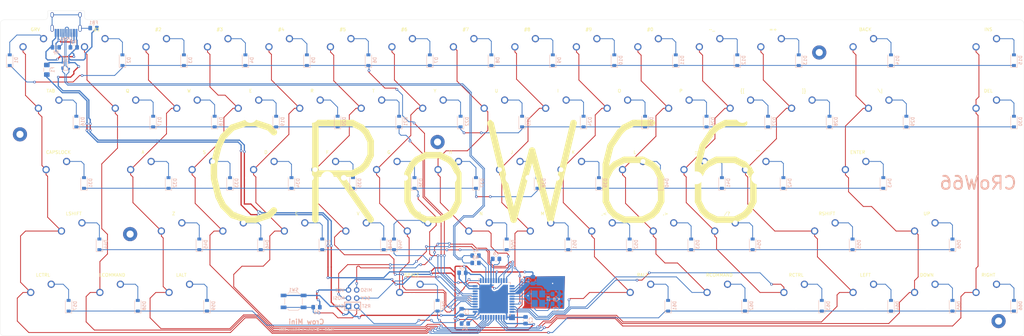
<source format=kicad_pcb>
(kicad_pcb (version 20171130) (host pcbnew "(5.1.4)-1")
  (layers (0 F.Cu signal) (31 B.Cu signal) (34 B.Paste user) (35 F.Paste user) (36 B.SilkS user) (37 F.SilkS user) (38 B.Mask user) (39 F.Mask user) (44 Edge.Cuts user))
  (net 0 "")
  (net 1 GND)
  (net 2 +5V)
  (net 3 "Net-(C6-Pad1)")
  (net 4 XTAL1)
  (net 5 XTAL2)
  (net 6 "Net-(D1-Pad2)")
  (net 7 ROW0)
  (net 8 "Net-(D2-Pad2)")
  (net 9 "Net-(D3-Pad2)")
  (net 10 "Net-(D4-Pad2)")
  (net 11 "Net-(D5-Pad2)")
  (net 12 "Net-(D6-Pad2)")
  (net 13 "Net-(D7-Pad2)")
  (net 14 "Net-(D8-Pad2)")
  (net 15 "Net-(D9-Pad2)")
  (net 16 "Net-(D10-Pad2)")
  (net 17 "Net-(D11-Pad2)")
  (net 18 "Net-(D12-Pad2)")
  (net 19 "Net-(D13-Pad2)")
  (net 20 "Net-(D14-Pad2)")
  (net 21 "Net-(D15-Pad2)")
  (net 22 "Net-(D16-Pad2)")
  (net 23 ROW1)
  (net 24 "Net-(D17-Pad2)")
  (net 25 "Net-(D18-Pad2)")
  (net 26 "Net-(D19-Pad2)")
  (net 27 "Net-(D20-Pad2)")
  (net 28 "Net-(D21-Pad2)")
  (net 29 "Net-(D22-Pad2)")
  (net 30 "Net-(D23-Pad2)")
  (net 31 "Net-(D24-Pad2)")
  (net 32 "Net-(D25-Pad2)")
  (net 33 "Net-(D26-Pad2)")
  (net 34 "Net-(D27-Pad2)")
  (net 35 "Net-(D28-Pad2)")
  (net 36 "Net-(D29-Pad2)")
  (net 37 "Net-(D30-Pad2)")
  (net 38 "Net-(D31-Pad2)")
  (net 39 ROW2)
  (net 40 "Net-(D32-Pad2)")
  (net 41 "Net-(D33-Pad2)")
  (net 42 "Net-(D34-Pad2)")
  (net 43 "Net-(D35-Pad2)")
  (net 44 "Net-(D36-Pad2)")
  (net 45 "Net-(D37-Pad2)")
  (net 46 "Net-(D38-Pad2)")
  (net 47 "Net-(D39-Pad2)")
  (net 48 "Net-(D40-Pad2)")
  (net 49 "Net-(D41-Pad2)")
  (net 50 "Net-(D42-Pad2)")
  (net 51 "Net-(D43-Pad2)")
  (net 52 "Net-(D44-Pad2)")
  (net 53 ROW3)
  (net 54 "Net-(D45-Pad2)")
  (net 55 "Net-(D46-Pad2)")
  (net 56 "Net-(D47-Pad2)")
  (net 57 "Net-(D48-Pad2)")
  (net 58 "Net-(D49-Pad2)")
  (net 59 "Net-(D50-Pad2)")
  (net 60 "Net-(D51-Pad2)")
  (net 61 "Net-(D52-Pad2)")
  (net 62 "Net-(D53-Pad2)")
  (net 63 "Net-(D54-Pad2)")
  (net 64 "Net-(D55-Pad2)")
  (net 65 "Net-(D56-Pad2)")
  (net 66 "Net-(D57-Pad2)")
  (net 67 ROW4)
  (net 68 "Net-(D58-Pad2)")
  (net 69 "Net-(D59-Pad2)")
  (net 70 "Net-(D60-Pad2)")
  (net 71 "Net-(D61-Pad2)")
  (net 72 "Net-(D62-Pad2)")
  (net 73 "Net-(D63-Pad2)")
  (net 74 "Net-(D64-Pad2)")
  (net 75 "Net-(D65-Pad2)")
  (net 76 "Net-(D66-Pad2)")
  (net 77 VCC)
  (net 78 RST)
  (net 79 MOSI)
  (net 80 SCK)
  (net 81 MISO)
  (net 82 COL0)
  (net 83 COL1)
  (net 84 COL2)
  (net 85 COL3)
  (net 86 COL4)
  (net 87 COL5)
  (net 88 COL6)
  (net 89 COL7)
  (net 90 COL8)
  (net 91 COL9)
  (net 92 COL10)
  (net 93 COL11)
  (net 94 COL12)
  (net 95 COL13)
  (net 96 COL14)
  (net 97 D+)
  (net 98 "Net-(R2-Pad1)")
  (net 99 D-)
  (net 100 "Net-(R3-Pad1)")
  (net 101 "Net-(R4-Pad2)")
  (net 102 "Net-(R5-Pad2)")
  (net 103 "Net-(R6-Pad2)")
  (net 104 "Net-(U1-Pad42)")
  (net 105 "Net-(U1-Pad18)")
  (net 106 "Net-(U1-Pad12)")
  (net 107 "Net-(USB1-Pad3)")
  (net 108 "Net-(USB1-Pad9)")
  (net 109 Earth)
  (module MountingHole:MountingHole_2.2mm_M2_Pad (layer F.Cu) (at 143.66875 71.4375)
    (fp_text reference H5)
    (fp_text value MountingHole)
    (pad 1 thru_hole circle (at 0 0) (size 4.4 4.4) (drill 2.2) (layers *.Cu *.Mask))
  )
  (module MountingHole:MountingHole_2.2mm_M2_Pad (layer F.Cu) (at 14.2875 69.05625)
    (fp_text reference H4)
    (fp_text value MountingHole)
    (pad 1 thru_hole circle (at 0 0) (size 4.4 4.4) (drill 2.2) (layers *.Cu *.Mask))
  )
  (module MountingHole:MountingHole_2.2mm_M2_Pad (layer F.Cu) (at 48.41875 100.0125)
    (fp_text reference H3)
    (fp_text value MountingHole)
    (pad 1 thru_hole circle (at 0 0) (size 4.4 4.4) (drill 2.2) (layers *.Cu *.Mask))
  )
  (module MountingHole:MountingHole_2.2mm_M2_Pad (layer F.Cu) (at 317.5 127)
    (fp_text reference H2)
    (fp_text value MountingHole)
    (pad 1 thru_hole circle (at 0 0) (size 4.4 4.4) (drill 2.2) (layers *.Cu *.Mask))
  )
  (module MountingHole:MountingHole_2.2mm_M2_Pad (layer F.Cu) (at 261.9375 43.65625)
    (fp_text reference H1)
    (fp_text value MountingHole)
    (pad 1 thru_hole circle (at 0 0) (size 4.4 4.4) (drill 2.2) (layers *.Cu *.Mask))
  )
  (module local:MXOnly-2.25U-NoLED (layer F.Cu) (at 273.84375 82.55)
    (fp_text reference K43)
    (fp_text value ENTER (at 0 -7.9375) (layer F.SilkS))
    (pad 2 thru_hole circle (at 2.54 -5.08) (size 2.25 2.25) (drill 1.47) (layers *.Cu *.Mask) (net 51 "Net-(D43-Pad2)"))
    (pad "" np_thru_hole circle (at 0 0) (size 3.9878 3.9878) (drill 3.9878) (layers *.Cu *.Mask))
    (pad 1 thru_hole circle (at -3.81 -2.54) (size 2.25 2.25) (drill 1.47) (layers *.Cu *.Mask) (net 95 COL13))
    (pad "" np_thru_hole circle (at -5.08 0 48.0996) (size 1.75 1.75) (drill 1.75) (layers *.Cu *.Mask))
    (pad "" np_thru_hole circle (at 5.08 0 48.0996) (size 1.75 1.75) (drill 1.75) (layers *.Cu *.Mask))
    (pad "" np_thru_hole circle (at -11.90625 -6.985) (size 3.048 3.048) (drill 3.048) (layers *.Cu *.Mask))
    (pad "" np_thru_hole circle (at 11.90625 -6.985) (size 3.048 3.048) (drill 3.048) (layers *.Cu *.Mask))
    (pad "" np_thru_hole circle (at -11.90625 8.255) (size 3.9878 3.9878) (drill 3.9878) (layers *.Cu *.Mask))
    (pad "" np_thru_hole circle (at 11.90625 8.255) (size 3.9878 3.9878) (drill 3.9878) (layers *.Cu *.Mask))
  )
  (module local:MXOnly-2.25U-NoLED (layer F.Cu) (at 264.31875 101.6)
    (fp_text reference K55)
    (fp_text value RSHIFT (at 0 -7.9375) (layer F.SilkS))
    (pad 2 thru_hole circle (at 2.54 -5.08) (size 2.25 2.25) (drill 1.47) (layers *.Cu *.Mask) (net 64 "Net-(D55-Pad2)"))
    (pad "" np_thru_hole circle (at 0 0) (size 3.9878 3.9878) (drill 3.9878) (layers *.Cu *.Mask))
    (pad 1 thru_hole circle (at -3.81 -2.54) (size 2.25 2.25) (drill 1.47) (layers *.Cu *.Mask) (net 94 COL12))
    (pad "" np_thru_hole circle (at -5.08 0 48.0996) (size 1.75 1.75) (drill 1.75) (layers *.Cu *.Mask))
    (pad "" np_thru_hole circle (at 5.08 0 48.0996) (size 1.75 1.75) (drill 1.75) (layers *.Cu *.Mask))
    (pad "" np_thru_hole circle (at -11.90625 -6.985) (size 3.048 3.048) (drill 3.048) (layers *.Cu *.Mask))
    (pad "" np_thru_hole circle (at 11.90625 -6.985) (size 3.048 3.048) (drill 3.048) (layers *.Cu *.Mask))
    (pad "" np_thru_hole circle (at -11.90625 8.255) (size 3.9878 3.9878) (drill 3.9878) (layers *.Cu *.Mask))
    (pad "" np_thru_hole circle (at 11.90625 8.255) (size 3.9878 3.9878) (drill 3.9878) (layers *.Cu *.Mask))
  )
  (module local:MXOnly-2.25U-NoLED (layer F.Cu) (at 30.95625 101.6)
    (fp_text reference K44)
    (fp_text value LSHIFT (at 0 -7.9375) (layer F.SilkS))
    (pad 2 thru_hole circle (at 2.54 -5.08) (size 2.25 2.25) (drill 1.47) (layers *.Cu *.Mask) (net 52 "Net-(D44-Pad2)"))
    (pad "" np_thru_hole circle (at 0 0) (size 3.9878 3.9878) (drill 3.9878) (layers *.Cu *.Mask))
    (pad 1 thru_hole circle (at -3.81 -2.54) (size 2.25 2.25) (drill 1.47) (layers *.Cu *.Mask) (net 82 COL0))
    (pad "" np_thru_hole circle (at -5.08 0 48.0996) (size 1.75 1.75) (drill 1.75) (layers *.Cu *.Mask))
    (pad "" np_thru_hole circle (at 5.08 0 48.0996) (size 1.75 1.75) (drill 1.75) (layers *.Cu *.Mask))
    (pad "" np_thru_hole circle (at -11.90625 -6.985) (size 3.048 3.048) (drill 3.048) (layers *.Cu *.Mask))
    (pad "" np_thru_hole circle (at 11.90625 -6.985) (size 3.048 3.048) (drill 3.048) (layers *.Cu *.Mask))
    (pad "" np_thru_hole circle (at -11.90625 8.255) (size 3.9878 3.9878) (drill 3.9878) (layers *.Cu *.Mask))
    (pad "" np_thru_hole circle (at 11.90625 8.255) (size 3.9878 3.9878) (drill 3.9878) (layers *.Cu *.Mask))
  )
  (module local:MXOnly-1.75U-NoLED (layer F.Cu) (at 26.19375 82.55)
    (fp_text reference K31)
    (fp_text value CAPSLOCK (at 0 -7.9375) (layer F.SilkS))
    (pad 2 thru_hole circle (at 2.54 -5.08) (size 2.25 2.25) (drill 1.47) (layers *.Cu *.Mask) (net 38 "Net-(D31-Pad2)"))
    (pad "" np_thru_hole circle (at 0 0) (size 3.9878 3.9878) (drill 3.9878) (layers *.Cu *.Mask))
    (pad 1 thru_hole circle (at -3.81 -2.54) (size 2.25 2.25) (drill 1.47) (layers *.Cu *.Mask) (net 82 COL0))
    (pad "" np_thru_hole circle (at -5.08 0 48.0996) (size 1.75 1.75) (drill 1.75) (layers *.Cu *.Mask))
    (pad "" np_thru_hole circle (at 5.08 0 48.0996) (size 1.75 1.75) (drill 1.75) (layers *.Cu *.Mask))
  )
  (module local:MXOnly-2U-NoLED (layer F.Cu) (at 276.225 44.45)
    (fp_text reference K14)
    (fp_text value BACK (at 0 -7.9375) (layer F.SilkS))
    (pad 2 thru_hole circle (at 2.54 -5.08) (size 2.25 2.25) (drill 1.47) (layers *.Cu *.Mask) (net 20 "Net-(D14-Pad2)"))
    (pad "" np_thru_hole circle (at 0 0) (size 3.9878 3.9878) (drill 3.9878) (layers *.Cu *.Mask))
    (pad 1 thru_hole circle (at -3.81 -2.54) (size 2.25 2.25) (drill 1.47) (layers *.Cu *.Mask) (net 95 COL13))
    (pad "" np_thru_hole circle (at -5.08 0 48.0996) (size 1.75 1.75) (drill 1.75) (layers *.Cu *.Mask))
    (pad "" np_thru_hole circle (at 5.08 0 48.0996) (size 1.75 1.75) (drill 1.75) (layers *.Cu *.Mask))
    (pad "" np_thru_hole circle (at -11.90625 -6.985) (size 3.048 3.048) (drill 3.048) (layers *.Cu *.Mask))
    (pad "" np_thru_hole circle (at 11.90625 -6.985) (size 3.048 3.048) (drill 3.048) (layers *.Cu *.Mask))
    (pad "" np_thru_hole circle (at -11.90625 8.255) (size 3.9878 3.9878) (drill 3.9878) (layers *.Cu *.Mask))
    (pad "" np_thru_hole circle (at 11.90625 8.255) (size 3.9878 3.9878) (drill 3.9878) (layers *.Cu *.Mask))
  )
  (module local:MXOnly-1.5U-NoLED (layer F.Cu) (at 280.9875 63.5)
    (fp_text reference K29)
    (fp_text value \| (at 0 -7.9375) (layer F.SilkS))
    (pad 2 thru_hole circle (at 2.54 -5.08) (size 2.25 2.25) (drill 1.47) (layers *.Cu *.Mask) (net 36 "Net-(D29-Pad2)"))
    (pad "" np_thru_hole circle (at 0 0) (size 3.9878 3.9878) (drill 3.9878) (layers *.Cu *.Mask))
    (pad 1 thru_hole circle (at -3.81 -2.54) (size 2.25 2.25) (drill 1.47) (layers *.Cu *.Mask) (net 95 COL13))
    (pad "" np_thru_hole circle (at -5.08 0 48.0996) (size 1.75 1.75) (drill 1.75) (layers *.Cu *.Mask))
    (pad "" np_thru_hole circle (at 5.08 0 48.0996) (size 1.75 1.75) (drill 1.75) (layers *.Cu *.Mask))
  )
  (module local:MXOnly-1.5U-NoLED (layer F.Cu) (at 23.8125 63.5)
    (fp_text reference K16)
    (fp_text value TAB (at 0 -7.9375) (layer F.SilkS))
    (pad 2 thru_hole circle (at 2.54 -5.08) (size 2.25 2.25) (drill 1.47) (layers *.Cu *.Mask) (net 22 "Net-(D16-Pad2)"))
    (pad "" np_thru_hole circle (at 0 0) (size 3.9878 3.9878) (drill 3.9878) (layers *.Cu *.Mask))
    (pad 1 thru_hole circle (at -3.81 -2.54) (size 2.25 2.25) (drill 1.47) (layers *.Cu *.Mask) (net 82 COL0))
    (pad "" np_thru_hole circle (at -5.08 0 48.0996) (size 1.75 1.75) (drill 1.75) (layers *.Cu *.Mask))
    (pad "" np_thru_hole circle (at 5.08 0 48.0996) (size 1.75 1.75) (drill 1.75) (layers *.Cu *.Mask))
  )
  (module local:MXOnly-1.25U-NoLED (layer F.Cu) (at 254.79375 120.65)
    (fp_text reference K63)
    (fp_text value RCTRL (at 0 -7.9375) (layer F.SilkS))
    (pad 2 thru_hole circle (at 2.54 -5.08) (size 2.25 2.25) (drill 1.47) (layers *.Cu *.Mask) (net 73 "Net-(D63-Pad2)"))
    (pad "" np_thru_hole circle (at 0 0) (size 3.9878 3.9878) (drill 3.9878) (layers *.Cu *.Mask))
    (pad 1 thru_hole circle (at -3.81 -2.54) (size 2.25 2.25) (drill 1.47) (layers *.Cu *.Mask) (net 93 COL11))
    (pad "" np_thru_hole circle (at -5.08 0 48.0996) (size 1.75 1.75) (drill 1.75) (layers *.Cu *.Mask))
    (pad "" np_thru_hole circle (at 5.08 0 48.0996) (size 1.75 1.75) (drill 1.75) (layers *.Cu *.Mask))
  )
  (module local:MXOnly-1.25U-NoLED (layer F.Cu) (at 230.98125 120.65)
    (fp_text reference K62)
    (fp_text value RCOMMAND (at 0 -7.9375) (layer F.SilkS))
    (pad 2 thru_hole circle (at 2.54 -5.08) (size 2.25 2.25) (drill 1.47) (layers *.Cu *.Mask) (net 72 "Net-(D62-Pad2)"))
    (pad "" np_thru_hole circle (at 0 0) (size 3.9878 3.9878) (drill 3.9878) (layers *.Cu *.Mask))
    (pad 1 thru_hole circle (at -3.81 -2.54) (size 2.25 2.25) (drill 1.47) (layers *.Cu *.Mask) (net 92 COL10))
    (pad "" np_thru_hole circle (at -5.08 0 48.0996) (size 1.75 1.75) (drill 1.75) (layers *.Cu *.Mask))
    (pad "" np_thru_hole circle (at 5.08 0 48.0996) (size 1.75 1.75) (drill 1.75) (layers *.Cu *.Mask))
  )
  (module local:MXOnly-1.25U-NoLED (layer F.Cu) (at 207.16875 120.65)
    (fp_text reference K61)
    (fp_text value RALT (at 0 -7.9375) (layer F.SilkS))
    (pad 2 thru_hole circle (at 2.54 -5.08) (size 2.25 2.25) (drill 1.47) (layers *.Cu *.Mask) (net 71 "Net-(D61-Pad2)"))
    (pad "" np_thru_hole circle (at 0 0) (size 3.9878 3.9878) (drill 3.9878) (layers *.Cu *.Mask))
    (pad 1 thru_hole circle (at -3.81 -2.54) (size 2.25 2.25) (drill 1.47) (layers *.Cu *.Mask) (net 91 COL9))
    (pad "" np_thru_hole circle (at -5.08 0 48.0996) (size 1.75 1.75) (drill 1.75) (layers *.Cu *.Mask))
    (pad "" np_thru_hole circle (at 5.08 0 48.0996) (size 1.75 1.75) (drill 1.75) (layers *.Cu *.Mask))
  )
  (module local:MXOnly-1.25U-NoLED (layer F.Cu) (at 64.29375 120.65)
    (fp_text reference K59)
    (fp_text value LALT (at 0 -7.9375) (layer F.SilkS))
    (pad 2 thru_hole circle (at 2.54 -5.08) (size 2.25 2.25) (drill 1.47) (layers *.Cu *.Mask) (net 69 "Net-(D59-Pad2)"))
    (pad "" np_thru_hole circle (at 0 0) (size 3.9878 3.9878) (drill 3.9878) (layers *.Cu *.Mask))
    (pad 1 thru_hole circle (at -3.81 -2.54) (size 2.25 2.25) (drill 1.47) (layers *.Cu *.Mask) (net 84 COL2))
    (pad "" np_thru_hole circle (at -5.08 0 48.0996) (size 1.75 1.75) (drill 1.75) (layers *.Cu *.Mask))
    (pad "" np_thru_hole circle (at 5.08 0 48.0996) (size 1.75 1.75) (drill 1.75) (layers *.Cu *.Mask))
  )
  (module local:MXOnly-1U-NoLED (layer F.Cu) (at 42.8625 120.65)
    (fp_text reference K58)
    (fp_text value LCOMMAND (at 0 -7.9375) (layer F.SilkS))
    (pad 2 thru_hole circle (at 2.54 -5.08) (size 2.25 2.25) (drill 1.47) (layers *.Cu *.Mask) (net 68 "Net-(D58-Pad2)"))
    (pad "" np_thru_hole circle (at 0 0) (size 3.9878 3.9878) (drill 3.9878) (layers *.Cu *.Mask))
    (pad 1 thru_hole circle (at -3.81 -2.54) (size 2.25 2.25) (drill 1.47) (layers *.Cu *.Mask) (net 83 COL1))
    (pad "" np_thru_hole circle (at -5.08 0 48.0996) (size 1.75 1.75) (drill 1.75) (layers *.Cu *.Mask))
    (pad "" np_thru_hole circle (at 5.08 0 48.0996) (size 1.75 1.75) (drill 1.75) (layers *.Cu *.Mask))
  )
  (module local:MXOnly-1.25U-NoLED (layer F.Cu) (at 21.43125 120.65)
    (fp_text reference K57)
    (fp_text value LCTRL (at 0 -7.9375) (layer F.SilkS))
    (pad 2 thru_hole circle (at 2.54 -5.08) (size 2.25 2.25) (drill 1.47) (layers *.Cu *.Mask) (net 66 "Net-(D57-Pad2)"))
    (pad "" np_thru_hole circle (at 0 0) (size 3.9878 3.9878) (drill 3.9878) (layers *.Cu *.Mask))
    (pad 1 thru_hole circle (at -3.81 -2.54) (size 2.25 2.25) (drill 1.47) (layers *.Cu *.Mask) (net 82 COL0))
    (pad "" np_thru_hole circle (at -5.08 0 48.0996) (size 1.75 1.75) (drill 1.75) (layers *.Cu *.Mask))
    (pad "" np_thru_hole circle (at 5.08 0 48.0996) (size 1.75 1.75) (drill 1.75) (layers *.Cu *.Mask))
  )
  (module local:MXOnly-6.25U-NoLED (layer F.Cu) (at 135.73125 120.65)
    (fp_text reference K60)
    (fp_text value SPACE (at 0 -7.9375) (layer F.SilkS))
    (pad 2 thru_hole circle (at 2.54 -5.08) (size 2.25 2.25) (drill 1.47) (layers *.Cu *.Mask) (net 70 "Net-(D60-Pad2)"))
    (pad "" np_thru_hole circle (at 0 0) (size 3.9878 3.9878) (drill 3.9878) (layers *.Cu *.Mask))
    (pad 1 thru_hole circle (at -3.81 -2.54) (size 2.25 2.25) (drill 1.47) (layers *.Cu *.Mask) (net 88 COL6))
    (pad "" np_thru_hole circle (at -5.08 0 48.0996) (size 1.75 1.75) (drill 1.75) (layers *.Cu *.Mask))
    (pad "" np_thru_hole circle (at 5.08 0 48.0996) (size 1.75 1.75) (drill 1.75) (layers *.Cu *.Mask))
    (pad "" np_thru_hole circle (at -49.9999 -6.985) (size 3.048 3.048) (drill 3.048) (layers *.Cu *.Mask))
    (pad "" np_thru_hole circle (at 49.9999 -6.985) (size 3.048 3.048) (drill 3.048) (layers *.Cu *.Mask))
    (pad "" np_thru_hole circle (at -49.9999 8.255) (size 3.9878 3.9878) (drill 3.9878) (layers *.Cu *.Mask))
    (pad "" np_thru_hole circle (at 49.9999 8.255) (size 3.9878 3.9878) (drill 3.9878) (layers *.Cu *.Mask))
  )
  (module local:MXOnly-1U-NoLED (layer F.Cu) (at 314.325 120.65)
    (fp_text reference K66)
    (fp_text value RIGHT (at 0 -7.9375) (layer F.SilkS))
    (pad 2 thru_hole circle (at 2.54 -5.08) (size 2.25 2.25) (drill 1.47) (layers *.Cu *.Mask) (net 76 "Net-(D66-Pad2)"))
    (pad "" np_thru_hole circle (at 0 0) (size 3.9878 3.9878) (drill 3.9878) (layers *.Cu *.Mask))
    (pad 1 thru_hole circle (at -3.81 -2.54) (size 2.25 2.25) (drill 1.47) (layers *.Cu *.Mask) (net 96 COL14))
    (pad "" np_thru_hole circle (at -5.08 0 48.0996) (size 1.75 1.75) (drill 1.75) (layers *.Cu *.Mask))
    (pad "" np_thru_hole circle (at 5.08 0 48.0996) (size 1.75 1.75) (drill 1.75) (layers *.Cu *.Mask))
  )
  (module local:MXOnly-1U-NoLED (layer F.Cu) (at 295.275 120.65)
    (fp_text reference K65)
    (fp_text value DOWN (at 0 -7.9375) (layer F.SilkS))
    (pad 2 thru_hole circle (at 2.54 -5.08) (size 2.25 2.25) (drill 1.47) (layers *.Cu *.Mask) (net 75 "Net-(D65-Pad2)"))
    (pad "" np_thru_hole circle (at 0 0) (size 3.9878 3.9878) (drill 3.9878) (layers *.Cu *.Mask))
    (pad 1 thru_hole circle (at -3.81 -2.54) (size 2.25 2.25) (drill 1.47) (layers *.Cu *.Mask) (net 95 COL13))
    (pad "" np_thru_hole circle (at -5.08 0 48.0996) (size 1.75 1.75) (drill 1.75) (layers *.Cu *.Mask))
    (pad "" np_thru_hole circle (at 5.08 0 48.0996) (size 1.75 1.75) (drill 1.75) (layers *.Cu *.Mask))
  )
  (module local:MXOnly-1U-NoLED (layer F.Cu) (at 276.225 120.65)
    (fp_text reference K64)
    (fp_text value LEFT (at 0 -7.9375) (layer F.SilkS))
    (pad 2 thru_hole circle (at 2.54 -5.08) (size 2.25 2.25) (drill 1.47) (layers *.Cu *.Mask) (net 74 "Net-(D64-Pad2)"))
    (pad "" np_thru_hole circle (at 0 0) (size 3.9878 3.9878) (drill 3.9878) (layers *.Cu *.Mask))
    (pad 1 thru_hole circle (at -3.81 -2.54) (size 2.25 2.25) (drill 1.47) (layers *.Cu *.Mask) (net 94 COL12))
    (pad "" np_thru_hole circle (at -5.08 0 48.0996) (size 1.75 1.75) (drill 1.75) (layers *.Cu *.Mask))
    (pad "" np_thru_hole circle (at 5.08 0 48.0996) (size 1.75 1.75) (drill 1.75) (layers *.Cu *.Mask))
  )
  (module local:MXOnly-1U-NoLED (layer F.Cu) (at 295.275 101.6)
    (fp_text reference K56)
    (fp_text value UP (at 0 -7.9375) (layer F.SilkS))
    (pad 2 thru_hole circle (at 2.54 -5.08) (size 2.25 2.25) (drill 1.47) (layers *.Cu *.Mask) (net 65 "Net-(D56-Pad2)"))
    (pad "" np_thru_hole circle (at 0 0) (size 3.9878 3.9878) (drill 3.9878) (layers *.Cu *.Mask))
    (pad 1 thru_hole circle (at -3.81 -2.54) (size 2.25 2.25) (drill 1.47) (layers *.Cu *.Mask) (net 95 COL13))
    (pad "" np_thru_hole circle (at -5.08 0 48.0996) (size 1.75 1.75) (drill 1.75) (layers *.Cu *.Mask))
    (pad "" np_thru_hole circle (at 5.08 0 48.0996) (size 1.75 1.75) (drill 1.75) (layers *.Cu *.Mask))
  )
  (module local:MXOnly-1U-NoLED (layer F.Cu) (at 233.3625 101.6)
    (fp_text reference K54)
    (fp_text value /? (at 0 -7.9375) (layer F.SilkS))
    (pad 2 thru_hole circle (at 2.54 -5.08) (size 2.25 2.25) (drill 1.47) (layers *.Cu *.Mask) (net 63 "Net-(D54-Pad2)"))
    (pad "" np_thru_hole circle (at 0 0) (size 3.9878 3.9878) (drill 3.9878) (layers *.Cu *.Mask))
    (pad 1 thru_hole circle (at -3.81 -2.54) (size 2.25 2.25) (drill 1.47) (layers *.Cu *.Mask) (net 93 COL11))
    (pad "" np_thru_hole circle (at -5.08 0 48.0996) (size 1.75 1.75) (drill 1.75) (layers *.Cu *.Mask))
    (pad "" np_thru_hole circle (at 5.08 0 48.0996) (size 1.75 1.75) (drill 1.75) (layers *.Cu *.Mask))
  )
  (module local:MXOnly-1U-NoLED (layer F.Cu) (at 214.3125 101.6)
    (fp_text reference K53)
    (fp_text value .> (at 0 -7.9375) (layer F.SilkS))
    (pad 2 thru_hole circle (at 2.54 -5.08) (size 2.25 2.25) (drill 1.47) (layers *.Cu *.Mask) (net 62 "Net-(D53-Pad2)"))
    (pad "" np_thru_hole circle (at 0 0) (size 3.9878 3.9878) (drill 3.9878) (layers *.Cu *.Mask))
    (pad 1 thru_hole circle (at -3.81 -2.54) (size 2.25 2.25) (drill 1.47) (layers *.Cu *.Mask) (net 92 COL10))
    (pad "" np_thru_hole circle (at -5.08 0 48.0996) (size 1.75 1.75) (drill 1.75) (layers *.Cu *.Mask))
    (pad "" np_thru_hole circle (at 5.08 0 48.0996) (size 1.75 1.75) (drill 1.75) (layers *.Cu *.Mask))
  )
  (module local:MXOnly-1U-NoLED (layer F.Cu) (at 195.2625 101.6)
    (fp_text reference K52)
    (fp_text value ,< (at 0 -7.9375) (layer F.SilkS))
    (pad 2 thru_hole circle (at 2.54 -5.08) (size 2.25 2.25) (drill 1.47) (layers *.Cu *.Mask) (net 61 "Net-(D52-Pad2)"))
    (pad "" np_thru_hole circle (at 0 0) (size 3.9878 3.9878) (drill 3.9878) (layers *.Cu *.Mask))
    (pad 1 thru_hole circle (at -3.81 -2.54) (size 2.25 2.25) (drill 1.47) (layers *.Cu *.Mask) (net 91 COL9))
    (pad "" np_thru_hole circle (at -5.08 0 48.0996) (size 1.75 1.75) (drill 1.75) (layers *.Cu *.Mask))
    (pad "" np_thru_hole circle (at 5.08 0 48.0996) (size 1.75 1.75) (drill 1.75) (layers *.Cu *.Mask))
  )
  (module local:MXOnly-1U-NoLED (layer F.Cu) (at 176.2125 101.6)
    (fp_text reference K51)
    (fp_text value M (at 0 -7.9375) (layer F.SilkS))
    (pad 2 thru_hole circle (at 2.54 -5.08) (size 2.25 2.25) (drill 1.47) (layers *.Cu *.Mask) (net 60 "Net-(D51-Pad2)"))
    (pad "" np_thru_hole circle (at 0 0) (size 3.9878 3.9878) (drill 3.9878) (layers *.Cu *.Mask))
    (pad 1 thru_hole circle (at -3.81 -2.54) (size 2.25 2.25) (drill 1.47) (layers *.Cu *.Mask) (net 90 COL8))
    (pad "" np_thru_hole circle (at -5.08 0 48.0996) (size 1.75 1.75) (drill 1.75) (layers *.Cu *.Mask))
    (pad "" np_thru_hole circle (at 5.08 0 48.0996) (size 1.75 1.75) (drill 1.75) (layers *.Cu *.Mask))
  )
  (module local:MXOnly-1U-NoLED (layer F.Cu) (at 157.1625 101.6)
    (fp_text reference K50)
    (fp_text value N (at 0 -7.9375) (layer F.SilkS))
    (pad 2 thru_hole circle (at 2.54 -5.08) (size 2.25 2.25) (drill 1.47) (layers *.Cu *.Mask) (net 59 "Net-(D50-Pad2)"))
    (pad "" np_thru_hole circle (at 0 0) (size 3.9878 3.9878) (drill 3.9878) (layers *.Cu *.Mask))
    (pad 1 thru_hole circle (at -3.81 -2.54) (size 2.25 2.25) (drill 1.47) (layers *.Cu *.Mask) (net 89 COL7))
    (pad "" np_thru_hole circle (at -5.08 0 48.0996) (size 1.75 1.75) (drill 1.75) (layers *.Cu *.Mask))
    (pad "" np_thru_hole circle (at 5.08 0 48.0996) (size 1.75 1.75) (drill 1.75) (layers *.Cu *.Mask))
  )
  (module local:MXOnly-1U-NoLED (layer F.Cu) (at 138.1125 101.6)
    (fp_text reference K49)
    (fp_text value B (at 0 -7.9375) (layer F.SilkS))
    (pad 2 thru_hole circle (at 2.54 -5.08) (size 2.25 2.25) (drill 1.47) (layers *.Cu *.Mask) (net 58 "Net-(D49-Pad2)"))
    (pad "" np_thru_hole circle (at 0 0) (size 3.9878 3.9878) (drill 3.9878) (layers *.Cu *.Mask))
    (pad 1 thru_hole circle (at -3.81 -2.54) (size 2.25 2.25) (drill 1.47) (layers *.Cu *.Mask) (net 88 COL6))
    (pad "" np_thru_hole circle (at -5.08 0 48.0996) (size 1.75 1.75) (drill 1.75) (layers *.Cu *.Mask))
    (pad "" np_thru_hole circle (at 5.08 0 48.0996) (size 1.75 1.75) (drill 1.75) (layers *.Cu *.Mask))
  )
  (module local:MXOnly-1U-NoLED (layer F.Cu) (at 119.0625 101.6)
    (fp_text reference K48)
    (fp_text value V (at 0 -7.9375) (layer F.SilkS))
    (pad 2 thru_hole circle (at 2.54 -5.08) (size 2.25 2.25) (drill 1.47) (layers *.Cu *.Mask) (net 57 "Net-(D48-Pad2)"))
    (pad "" np_thru_hole circle (at 0 0) (size 3.9878 3.9878) (drill 3.9878) (layers *.Cu *.Mask))
    (pad 1 thru_hole circle (at -3.81 -2.54) (size 2.25 2.25) (drill 1.47) (layers *.Cu *.Mask) (net 87 COL5))
    (pad "" np_thru_hole circle (at -5.08 0 48.0996) (size 1.75 1.75) (drill 1.75) (layers *.Cu *.Mask))
    (pad "" np_thru_hole circle (at 5.08 0 48.0996) (size 1.75 1.75) (drill 1.75) (layers *.Cu *.Mask))
  )
  (module local:MXOnly-1U-NoLED (layer F.Cu) (at 100.0125 101.6)
    (fp_text reference K47)
    (fp_text value C (at 0 -7.9375) (layer F.SilkS))
    (pad 2 thru_hole circle (at 2.54 -5.08) (size 2.25 2.25) (drill 1.47) (layers *.Cu *.Mask) (net 56 "Net-(D47-Pad2)"))
    (pad "" np_thru_hole circle (at 0 0) (size 3.9878 3.9878) (drill 3.9878) (layers *.Cu *.Mask))
    (pad 1 thru_hole circle (at -3.81 -2.54) (size 2.25 2.25) (drill 1.47) (layers *.Cu *.Mask) (net 86 COL4))
    (pad "" np_thru_hole circle (at -5.08 0 48.0996) (size 1.75 1.75) (drill 1.75) (layers *.Cu *.Mask))
    (pad "" np_thru_hole circle (at 5.08 0 48.0996) (size 1.75 1.75) (drill 1.75) (layers *.Cu *.Mask))
  )
  (module local:MXOnly-1U-NoLED (layer F.Cu) (at 80.9625 101.6)
    (fp_text reference K46)
    (fp_text value X (at 0 -7.9375) (layer F.SilkS))
    (pad 2 thru_hole circle (at 2.54 -5.08) (size 2.25 2.25) (drill 1.47) (layers *.Cu *.Mask) (net 55 "Net-(D46-Pad2)"))
    (pad "" np_thru_hole circle (at 0 0) (size 3.9878 3.9878) (drill 3.9878) (layers *.Cu *.Mask))
    (pad 1 thru_hole circle (at -3.81 -2.54) (size 2.25 2.25) (drill 1.47) (layers *.Cu *.Mask) (net 85 COL3))
    (pad "" np_thru_hole circle (at -5.08 0 48.0996) (size 1.75 1.75) (drill 1.75) (layers *.Cu *.Mask))
    (pad "" np_thru_hole circle (at 5.08 0 48.0996) (size 1.75 1.75) (drill 1.75) (layers *.Cu *.Mask))
  )
  (module local:MXOnly-1U-NoLED (layer F.Cu) (at 61.9125 101.6)
    (fp_text reference K45)
    (fp_text value Z (at 0 -7.9375) (layer F.SilkS))
    (pad 2 thru_hole circle (at 2.54 -5.08) (size 2.25 2.25) (drill 1.47) (layers *.Cu *.Mask) (net 54 "Net-(D45-Pad2)"))
    (pad "" np_thru_hole circle (at 0 0) (size 3.9878 3.9878) (drill 3.9878) (layers *.Cu *.Mask))
    (pad 1 thru_hole circle (at -3.81 -2.54) (size 2.25 2.25) (drill 1.47) (layers *.Cu *.Mask) (net 84 COL2))
    (pad "" np_thru_hole circle (at -5.08 0 48.0996) (size 1.75 1.75) (drill 1.75) (layers *.Cu *.Mask))
    (pad "" np_thru_hole circle (at 5.08 0 48.0996) (size 1.75 1.75) (drill 1.75) (layers *.Cu *.Mask))
  )
  (module local:MXOnly-1U-NoLED (layer F.Cu) (at 242.8875 82.55)
    (fp_text reference K42)
    (fp_text value '" (at 0 -7.9375) (layer F.SilkS))
    (pad 2 thru_hole circle (at 2.54 -5.08) (size 2.25 2.25) (drill 1.47) (layers *.Cu *.Mask) (net 50 "Net-(D42-Pad2)"))
    (pad "" np_thru_hole circle (at 0 0) (size 3.9878 3.9878) (drill 3.9878) (layers *.Cu *.Mask))
    (pad 1 thru_hole circle (at -3.81 -2.54) (size 2.25 2.25) (drill 1.47) (layers *.Cu *.Mask) (net 94 COL12))
    (pad "" np_thru_hole circle (at -5.08 0 48.0996) (size 1.75 1.75) (drill 1.75) (layers *.Cu *.Mask))
    (pad "" np_thru_hole circle (at 5.08 0 48.0996) (size 1.75 1.75) (drill 1.75) (layers *.Cu *.Mask))
  )
  (module local:MXOnly-1U-NoLED (layer F.Cu) (at 223.8375 82.55)
    (fp_text reference K41)
    (fp_text value ;: (at 0 -7.9375) (layer F.SilkS))
    (pad 2 thru_hole circle (at 2.54 -5.08) (size 2.25 2.25) (drill 1.47) (layers *.Cu *.Mask) (net 49 "Net-(D41-Pad2)"))
    (pad "" np_thru_hole circle (at 0 0) (size 3.9878 3.9878) (drill 3.9878) (layers *.Cu *.Mask))
    (pad 1 thru_hole circle (at -3.81 -2.54) (size 2.25 2.25) (drill 1.47) (layers *.Cu *.Mask) (net 93 COL11))
    (pad "" np_thru_hole circle (at -5.08 0 48.0996) (size 1.75 1.75) (drill 1.75) (layers *.Cu *.Mask))
    (pad "" np_thru_hole circle (at 5.08 0 48.0996) (size 1.75 1.75) (drill 1.75) (layers *.Cu *.Mask))
  )
  (module local:MXOnly-1U-NoLED (layer F.Cu) (at 204.7875 82.55)
    (fp_text reference K40)
    (fp_text value L (at 0 -7.9375) (layer F.SilkS))
    (pad 2 thru_hole circle (at 2.54 -5.08) (size 2.25 2.25) (drill 1.47) (layers *.Cu *.Mask) (net 48 "Net-(D40-Pad2)"))
    (pad "" np_thru_hole circle (at 0 0) (size 3.9878 3.9878) (drill 3.9878) (layers *.Cu *.Mask))
    (pad 1 thru_hole circle (at -3.81 -2.54) (size 2.25 2.25) (drill 1.47) (layers *.Cu *.Mask) (net 92 COL10))
    (pad "" np_thru_hole circle (at -5.08 0 48.0996) (size 1.75 1.75) (drill 1.75) (layers *.Cu *.Mask))
    (pad "" np_thru_hole circle (at 5.08 0 48.0996) (size 1.75 1.75) (drill 1.75) (layers *.Cu *.Mask))
  )
  (module local:MXOnly-1U-NoLED (layer F.Cu) (at 185.7375 82.55)
    (fp_text reference K39)
    (fp_text value K (at 0 -7.9375) (layer F.SilkS))
    (pad 2 thru_hole circle (at 2.54 -5.08) (size 2.25 2.25) (drill 1.47) (layers *.Cu *.Mask) (net 47 "Net-(D39-Pad2)"))
    (pad "" np_thru_hole circle (at 0 0) (size 3.9878 3.9878) (drill 3.9878) (layers *.Cu *.Mask))
    (pad 1 thru_hole circle (at -3.81 -2.54) (size 2.25 2.25) (drill 1.47) (layers *.Cu *.Mask) (net 91 COL9))
    (pad "" np_thru_hole circle (at -5.08 0 48.0996) (size 1.75 1.75) (drill 1.75) (layers *.Cu *.Mask))
    (pad "" np_thru_hole circle (at 5.08 0 48.0996) (size 1.75 1.75) (drill 1.75) (layers *.Cu *.Mask))
  )
  (module local:MXOnly-1U-NoLED (layer F.Cu) (at 166.6875 82.55)
    (fp_text reference K38)
    (fp_text value J (at 0 -7.9375) (layer F.SilkS))
    (pad 2 thru_hole circle (at 2.54 -5.08) (size 2.25 2.25) (drill 1.47) (layers *.Cu *.Mask) (net 46 "Net-(D38-Pad2)"))
    (pad "" np_thru_hole circle (at 0 0) (size 3.9878 3.9878) (drill 3.9878) (layers *.Cu *.Mask))
    (pad 1 thru_hole circle (at -3.81 -2.54) (size 2.25 2.25) (drill 1.47) (layers *.Cu *.Mask) (net 90 COL8))
    (pad "" np_thru_hole circle (at -5.08 0 48.0996) (size 1.75 1.75) (drill 1.75) (layers *.Cu *.Mask))
    (pad "" np_thru_hole circle (at 5.08 0 48.0996) (size 1.75 1.75) (drill 1.75) (layers *.Cu *.Mask))
  )
  (module local:MXOnly-1U-NoLED (layer F.Cu) (at 147.6375 82.55)
    (fp_text reference K37)
    (fp_text value H (at 0 -7.9375) (layer F.SilkS))
    (pad 2 thru_hole circle (at 2.54 -5.08) (size 2.25 2.25) (drill 1.47) (layers *.Cu *.Mask) (net 45 "Net-(D37-Pad2)"))
    (pad "" np_thru_hole circle (at 0 0) (size 3.9878 3.9878) (drill 3.9878) (layers *.Cu *.Mask))
    (pad 1 thru_hole circle (at -3.81 -2.54) (size 2.25 2.25) (drill 1.47) (layers *.Cu *.Mask) (net 89 COL7))
    (pad "" np_thru_hole circle (at -5.08 0 48.0996) (size 1.75 1.75) (drill 1.75) (layers *.Cu *.Mask))
    (pad "" np_thru_hole circle (at 5.08 0 48.0996) (size 1.75 1.75) (drill 1.75) (layers *.Cu *.Mask))
  )
  (module local:MXOnly-1U-NoLED (layer F.Cu) (at 128.5875 82.55)
    (fp_text reference K36)
    (fp_text value G (at 0 -7.9375) (layer F.SilkS))
    (pad 2 thru_hole circle (at 2.54 -5.08) (size 2.25 2.25) (drill 1.47) (layers *.Cu *.Mask) (net 44 "Net-(D36-Pad2)"))
    (pad "" np_thru_hole circle (at 0 0) (size 3.9878 3.9878) (drill 3.9878) (layers *.Cu *.Mask))
    (pad 1 thru_hole circle (at -3.81 -2.54) (size 2.25 2.25) (drill 1.47) (layers *.Cu *.Mask) (net 88 COL6))
    (pad "" np_thru_hole circle (at -5.08 0 48.0996) (size 1.75 1.75) (drill 1.75) (layers *.Cu *.Mask))
    (pad "" np_thru_hole circle (at 5.08 0 48.0996) (size 1.75 1.75) (drill 1.75) (layers *.Cu *.Mask))
  )
  (module local:MXOnly-1U-NoLED (layer F.Cu) (at 109.5375 82.55)
    (fp_text reference K35)
    (fp_text value F (at 0 -7.9375) (layer F.SilkS))
    (pad 2 thru_hole circle (at 2.54 -5.08) (size 2.25 2.25) (drill 1.47) (layers *.Cu *.Mask) (net 43 "Net-(D35-Pad2)"))
    (pad "" np_thru_hole circle (at 0 0) (size 3.9878 3.9878) (drill 3.9878) (layers *.Cu *.Mask))
    (pad 1 thru_hole circle (at -3.81 -2.54) (size 2.25 2.25) (drill 1.47) (layers *.Cu *.Mask) (net 87 COL5))
    (pad "" np_thru_hole circle (at -5.08 0 48.0996) (size 1.75 1.75) (drill 1.75) (layers *.Cu *.Mask))
    (pad "" np_thru_hole circle (at 5.08 0 48.0996) (size 1.75 1.75) (drill 1.75) (layers *.Cu *.Mask))
  )
  (module local:MXOnly-1U-NoLED (layer F.Cu) (at 90.4875 82.55)
    (fp_text reference K34)
    (fp_text value D (at 0 -7.9375) (layer F.SilkS))
    (pad 2 thru_hole circle (at 2.54 -5.08) (size 2.25 2.25) (drill 1.47) (layers *.Cu *.Mask) (net 42 "Net-(D34-Pad2)"))
    (pad "" np_thru_hole circle (at 0 0) (size 3.9878 3.9878) (drill 3.9878) (layers *.Cu *.Mask))
    (pad 1 thru_hole circle (at -3.81 -2.54) (size 2.25 2.25) (drill 1.47) (layers *.Cu *.Mask) (net 86 COL4))
    (pad "" np_thru_hole circle (at -5.08 0 48.0996) (size 1.75 1.75) (drill 1.75) (layers *.Cu *.Mask))
    (pad "" np_thru_hole circle (at 5.08 0 48.0996) (size 1.75 1.75) (drill 1.75) (layers *.Cu *.Mask))
  )
  (module local:MXOnly-1U-NoLED (layer F.Cu) (at 71.4375 82.55)
    (fp_text reference K33)
    (fp_text value S (at 0 -7.9375) (layer F.SilkS))
    (pad 2 thru_hole circle (at 2.54 -5.08) (size 2.25 2.25) (drill 1.47) (layers *.Cu *.Mask) (net 41 "Net-(D33-Pad2)"))
    (pad "" np_thru_hole circle (at 0 0) (size 3.9878 3.9878) (drill 3.9878) (layers *.Cu *.Mask))
    (pad 1 thru_hole circle (at -3.81 -2.54) (size 2.25 2.25) (drill 1.47) (layers *.Cu *.Mask) (net 85 COL3))
    (pad "" np_thru_hole circle (at -5.08 0 48.0996) (size 1.75 1.75) (drill 1.75) (layers *.Cu *.Mask))
    (pad "" np_thru_hole circle (at 5.08 0 48.0996) (size 1.75 1.75) (drill 1.75) (layers *.Cu *.Mask))
  )
  (module local:MXOnly-1U-NoLED (layer F.Cu) (at 52.3875 82.55)
    (fp_text reference K32)
    (fp_text value A (at 0 -7.9375) (layer F.SilkS))
    (pad 2 thru_hole circle (at 2.54 -5.08) (size 2.25 2.25) (drill 1.47) (layers *.Cu *.Mask) (net 40 "Net-(D32-Pad2)"))
    (pad "" np_thru_hole circle (at 0 0) (size 3.9878 3.9878) (drill 3.9878) (layers *.Cu *.Mask))
    (pad 1 thru_hole circle (at -3.81 -2.54) (size 2.25 2.25) (drill 1.47) (layers *.Cu *.Mask) (net 84 COL2))
    (pad "" np_thru_hole circle (at -5.08 0 48.0996) (size 1.75 1.75) (drill 1.75) (layers *.Cu *.Mask))
    (pad "" np_thru_hole circle (at 5.08 0 48.0996) (size 1.75 1.75) (drill 1.75) (layers *.Cu *.Mask))
  )
  (module local:MXOnly-1U-NoLED (layer F.Cu) (at 314.325 63.5)
    (fp_text reference K30)
    (fp_text value DEL (at 0 -7.9375) (layer F.SilkS))
    (pad 2 thru_hole circle (at 2.54 -5.08) (size 2.25 2.25) (drill 1.47) (layers *.Cu *.Mask) (net 37 "Net-(D30-Pad2)"))
    (pad "" np_thru_hole circle (at 0 0) (size 3.9878 3.9878) (drill 3.9878) (layers *.Cu *.Mask))
    (pad 1 thru_hole circle (at -3.81 -2.54) (size 2.25 2.25) (drill 1.47) (layers *.Cu *.Mask) (net 96 COL14))
    (pad "" np_thru_hole circle (at -5.08 0 48.0996) (size 1.75 1.75) (drill 1.75) (layers *.Cu *.Mask))
    (pad "" np_thru_hole circle (at 5.08 0 48.0996) (size 1.75 1.75) (drill 1.75) (layers *.Cu *.Mask))
  )
  (module local:MXOnly-1U-NoLED (layer F.Cu) (at 257.175 63.5)
    (fp_text reference K28)
    (fp_text value ]} (at 0 -7.9375) (layer F.SilkS))
    (pad 2 thru_hole circle (at 2.54 -5.08) (size 2.25 2.25) (drill 1.47) (layers *.Cu *.Mask) (net 35 "Net-(D28-Pad2)"))
    (pad "" np_thru_hole circle (at 0 0) (size 3.9878 3.9878) (drill 3.9878) (layers *.Cu *.Mask))
    (pad 1 thru_hole circle (at -3.81 -2.54) (size 2.25 2.25) (drill 1.47) (layers *.Cu *.Mask) (net 94 COL12))
    (pad "" np_thru_hole circle (at -5.08 0 48.0996) (size 1.75 1.75) (drill 1.75) (layers *.Cu *.Mask))
    (pad "" np_thru_hole circle (at 5.08 0 48.0996) (size 1.75 1.75) (drill 1.75) (layers *.Cu *.Mask))
  )
  (module local:MXOnly-1U-NoLED (layer F.Cu) (at 238.125 63.5)
    (fp_text reference K27)
    (fp_text value {[ (at 0 -7.9375) (layer F.SilkS))
    (pad 2 thru_hole circle (at 2.54 -5.08) (size 2.25 2.25) (drill 1.47) (layers *.Cu *.Mask) (net 34 "Net-(D27-Pad2)"))
    (pad "" np_thru_hole circle (at 0 0) (size 3.9878 3.9878) (drill 3.9878) (layers *.Cu *.Mask))
    (pad 1 thru_hole circle (at -3.81 -2.54) (size 2.25 2.25) (drill 1.47) (layers *.Cu *.Mask) (net 93 COL11))
    (pad "" np_thru_hole circle (at -5.08 0 48.0996) (size 1.75 1.75) (drill 1.75) (layers *.Cu *.Mask))
    (pad "" np_thru_hole circle (at 5.08 0 48.0996) (size 1.75 1.75) (drill 1.75) (layers *.Cu *.Mask))
  )
  (module local:MXOnly-1U-NoLED (layer F.Cu) (at 219.075 63.5)
    (fp_text reference K26)
    (fp_text value P (at 0 -7.9375) (layer F.SilkS))
    (pad 2 thru_hole circle (at 2.54 -5.08) (size 2.25 2.25) (drill 1.47) (layers *.Cu *.Mask) (net 33 "Net-(D26-Pad2)"))
    (pad "" np_thru_hole circle (at 0 0) (size 3.9878 3.9878) (drill 3.9878) (layers *.Cu *.Mask))
    (pad 1 thru_hole circle (at -3.81 -2.54) (size 2.25 2.25) (drill 1.47) (layers *.Cu *.Mask) (net 92 COL10))
    (pad "" np_thru_hole circle (at -5.08 0 48.0996) (size 1.75 1.75) (drill 1.75) (layers *.Cu *.Mask))
    (pad "" np_thru_hole circle (at 5.08 0 48.0996) (size 1.75 1.75) (drill 1.75) (layers *.Cu *.Mask))
  )
  (module local:MXOnly-1U-NoLED (layer F.Cu) (at 200.025 63.5)
    (fp_text reference K25)
    (fp_text value O (at 0 -7.9375) (layer F.SilkS))
    (pad 2 thru_hole circle (at 2.54 -5.08) (size 2.25 2.25) (drill 1.47) (layers *.Cu *.Mask) (net 32 "Net-(D25-Pad2)"))
    (pad "" np_thru_hole circle (at 0 0) (size 3.9878 3.9878) (drill 3.9878) (layers *.Cu *.Mask))
    (pad 1 thru_hole circle (at -3.81 -2.54) (size 2.25 2.25) (drill 1.47) (layers *.Cu *.Mask) (net 91 COL9))
    (pad "" np_thru_hole circle (at -5.08 0 48.0996) (size 1.75 1.75) (drill 1.75) (layers *.Cu *.Mask))
    (pad "" np_thru_hole circle (at 5.08 0 48.0996) (size 1.75 1.75) (drill 1.75) (layers *.Cu *.Mask))
  )
  (module local:MXOnly-1U-NoLED (layer F.Cu) (at 180.975 63.5)
    (fp_text reference K24)
    (fp_text value I (at 0 -7.9375) (layer F.SilkS))
    (pad 2 thru_hole circle (at 2.54 -5.08) (size 2.25 2.25) (drill 1.47) (layers *.Cu *.Mask) (net 31 "Net-(D24-Pad2)"))
    (pad "" np_thru_hole circle (at 0 0) (size 3.9878 3.9878) (drill 3.9878) (layers *.Cu *.Mask))
    (pad 1 thru_hole circle (at -3.81 -2.54) (size 2.25 2.25) (drill 1.47) (layers *.Cu *.Mask) (net 90 COL8))
    (pad "" np_thru_hole circle (at -5.08 0 48.0996) (size 1.75 1.75) (drill 1.75) (layers *.Cu *.Mask))
    (pad "" np_thru_hole circle (at 5.08 0 48.0996) (size 1.75 1.75) (drill 1.75) (layers *.Cu *.Mask))
  )
  (module local:MXOnly-1U-NoLED (layer F.Cu) (at 161.925 63.5)
    (fp_text reference K23)
    (fp_text value U (at 0 -7.9375) (layer F.SilkS))
    (pad 2 thru_hole circle (at 2.54 -5.08) (size 2.25 2.25) (drill 1.47) (layers *.Cu *.Mask) (net 30 "Net-(D23-Pad2)"))
    (pad "" np_thru_hole circle (at 0 0) (size 3.9878 3.9878) (drill 3.9878) (layers *.Cu *.Mask))
    (pad 1 thru_hole circle (at -3.81 -2.54) (size 2.25 2.25) (drill 1.47) (layers *.Cu *.Mask) (net 89 COL7))
    (pad "" np_thru_hole circle (at -5.08 0 48.0996) (size 1.75 1.75) (drill 1.75) (layers *.Cu *.Mask))
    (pad "" np_thru_hole circle (at 5.08 0 48.0996) (size 1.75 1.75) (drill 1.75) (layers *.Cu *.Mask))
  )
  (module local:MXOnly-1U-NoLED (layer F.Cu) (at 142.875 63.5)
    (fp_text reference K22)
    (fp_text value Y (at 0 -7.9375) (layer F.SilkS))
    (pad 2 thru_hole circle (at 2.54 -5.08) (size 2.25 2.25) (drill 1.47) (layers *.Cu *.Mask) (net 29 "Net-(D22-Pad2)"))
    (pad "" np_thru_hole circle (at 0 0) (size 3.9878 3.9878) (drill 3.9878) (layers *.Cu *.Mask))
    (pad 1 thru_hole circle (at -3.81 -2.54) (size 2.25 2.25) (drill 1.47) (layers *.Cu *.Mask) (net 88 COL6))
    (pad "" np_thru_hole circle (at -5.08 0 48.0996) (size 1.75 1.75) (drill 1.75) (layers *.Cu *.Mask))
    (pad "" np_thru_hole circle (at 5.08 0 48.0996) (size 1.75 1.75) (drill 1.75) (layers *.Cu *.Mask))
  )
  (module local:MXOnly-1U-NoLED (layer F.Cu) (at 123.825 63.5)
    (fp_text reference K21)
    (fp_text value T (at 0 -7.9375 180) (layer F.SilkS))
    (pad 2 thru_hole circle (at 2.54 -5.08) (size 2.25 2.25) (drill 1.47) (layers *.Cu *.Mask) (net 28 "Net-(D21-Pad2)"))
    (pad "" np_thru_hole circle (at 0 0) (size 3.9878 3.9878) (drill 3.9878) (layers *.Cu *.Mask))
    (pad 1 thru_hole circle (at -3.81 -2.54) (size 2.25 2.25) (drill 1.47) (layers *.Cu *.Mask) (net 87 COL5))
    (pad "" np_thru_hole circle (at -5.08 0 48.0996) (size 1.75 1.75) (drill 1.75) (layers *.Cu *.Mask))
    (pad "" np_thru_hole circle (at 5.08 0 48.0996) (size 1.75 1.75) (drill 1.75) (layers *.Cu *.Mask))
  )
  (module local:MXOnly-1U-NoLED (layer F.Cu) (at 104.775 63.5)
    (fp_text reference K20)
    (fp_text value R (at 0 -7.9375) (layer F.SilkS))
    (pad 2 thru_hole circle (at 2.54 -5.08) (size 2.25 2.25) (drill 1.47) (layers *.Cu *.Mask) (net 27 "Net-(D20-Pad2)"))
    (pad "" np_thru_hole circle (at 0 0) (size 3.9878 3.9878) (drill 3.9878) (layers *.Cu *.Mask))
    (pad 1 thru_hole circle (at -3.81 -2.54) (size 2.25 2.25) (drill 1.47) (layers *.Cu *.Mask) (net 86 COL4))
    (pad "" np_thru_hole circle (at -5.08 0 48.0996) (size 1.75 1.75) (drill 1.75) (layers *.Cu *.Mask))
    (pad "" np_thru_hole circle (at 5.08 0 48.0996) (size 1.75 1.75) (drill 1.75) (layers *.Cu *.Mask))
  )
  (module local:MXOnly-1U-NoLED (layer F.Cu) (at 85.725 63.5)
    (fp_text reference K19)
    (fp_text value E (at 0 -7.9375) (layer F.SilkS))
    (pad 2 thru_hole circle (at 2.54 -5.08) (size 2.25 2.25) (drill 1.47) (layers *.Cu *.Mask) (net 26 "Net-(D19-Pad2)"))
    (pad "" np_thru_hole circle (at 0 0) (size 3.9878 3.9878) (drill 3.9878) (layers *.Cu *.Mask))
    (pad 1 thru_hole circle (at -3.81 -2.54) (size 2.25 2.25) (drill 1.47) (layers *.Cu *.Mask) (net 85 COL3))
    (pad "" np_thru_hole circle (at -5.08 0 48.0996) (size 1.75 1.75) (drill 1.75) (layers *.Cu *.Mask))
    (pad "" np_thru_hole circle (at 5.08 0 48.0996) (size 1.75 1.75) (drill 1.75) (layers *.Cu *.Mask))
  )
  (module local:MXOnly-1U-NoLED (layer F.Cu) (at 66.675 63.5)
    (fp_text reference K18)
    (fp_text value W (at 0 -7.9375) (layer F.SilkS))
    (pad 2 thru_hole circle (at 2.54 -5.08) (size 2.25 2.25) (drill 1.47) (layers *.Cu *.Mask) (net 25 "Net-(D18-Pad2)"))
    (pad "" np_thru_hole circle (at 0 0) (size 3.9878 3.9878) (drill 3.9878) (layers *.Cu *.Mask))
    (pad 1 thru_hole circle (at -3.81 -2.54) (size 2.25 2.25) (drill 1.47) (layers *.Cu *.Mask) (net 84 COL2))
    (pad "" np_thru_hole circle (at -5.08 0 48.0996) (size 1.75 1.75) (drill 1.75) (layers *.Cu *.Mask))
    (pad "" np_thru_hole circle (at 5.08 0 48.0996) (size 1.75 1.75) (drill 1.75) (layers *.Cu *.Mask))
  )
  (module local:MXOnly-1U-NoLED (layer F.Cu) (at 47.625 63.5)
    (fp_text reference K17)
    (fp_text value Q (at 0 -7.9375) (layer F.SilkS))
    (pad 2 thru_hole circle (at 2.54 -5.08) (size 2.25 2.25) (drill 1.47) (layers *.Cu *.Mask) (net 24 "Net-(D17-Pad2)"))
    (pad "" np_thru_hole circle (at 0 0) (size 3.9878 3.9878) (drill 3.9878) (layers *.Cu *.Mask))
    (pad 1 thru_hole circle (at -3.81 -2.54) (size 2.25 2.25) (drill 1.47) (layers *.Cu *.Mask) (net 83 COL1))
    (pad "" np_thru_hole circle (at -5.08 0 48.0996) (size 1.75 1.75) (drill 1.75) (layers *.Cu *.Mask))
    (pad "" np_thru_hole circle (at 5.08 0 48.0996) (size 1.75 1.75) (drill 1.75) (layers *.Cu *.Mask))
  )
  (module local:MXOnly-1U-NoLED (layer F.Cu) (at 314.325 44.45)
    (fp_text reference K15)
    (fp_text value INS (at 0 -7.9375) (layer F.SilkS))
    (pad 2 thru_hole circle (at 2.54 -5.08) (size 2.25 2.25) (drill 1.47) (layers *.Cu *.Mask) (net 21 "Net-(D15-Pad2)"))
    (pad "" np_thru_hole circle (at 0 0) (size 3.9878 3.9878) (drill 3.9878) (layers *.Cu *.Mask))
    (pad 1 thru_hole circle (at -3.81 -2.54) (size 2.25 2.25) (drill 1.47) (layers *.Cu *.Mask) (net 96 COL14))
    (pad "" np_thru_hole circle (at -5.08 0 48.0996) (size 1.75 1.75) (drill 1.75) (layers *.Cu *.Mask))
    (pad "" np_thru_hole circle (at 5.08 0 48.0996) (size 1.75 1.75) (drill 1.75) (layers *.Cu *.Mask))
  )
  (module local:MXOnly-1U-NoLED (layer F.Cu) (at 247.65 44.45)
    (fp_text reference K13)
    (fp_text value =+ (at 0 -7.9375) (layer F.SilkS))
    (pad 2 thru_hole circle (at 2.54 -5.08) (size 2.25 2.25) (drill 1.47) (layers *.Cu *.Mask) (net 19 "Net-(D13-Pad2)"))
    (pad "" np_thru_hole circle (at 0 0) (size 3.9878 3.9878) (drill 3.9878) (layers *.Cu *.Mask))
    (pad 1 thru_hole circle (at -3.81 -2.54) (size 2.25 2.25) (drill 1.47) (layers *.Cu *.Mask) (net 94 COL12))
    (pad "" np_thru_hole circle (at -5.08 0 48.0996) (size 1.75 1.75) (drill 1.75) (layers *.Cu *.Mask))
    (pad "" np_thru_hole circle (at 5.08 0 48.0996) (size 1.75 1.75) (drill 1.75) (layers *.Cu *.Mask))
  )
  (module local:MXOnly-1U-NoLED (layer F.Cu) (at 228.6 44.45)
    (fp_text reference K12)
    (fp_text value -_ (at 0 -7.9375) (layer F.SilkS))
    (pad 2 thru_hole circle (at 2.54 -5.08) (size 2.25 2.25) (drill 1.47) (layers *.Cu *.Mask) (net 18 "Net-(D12-Pad2)"))
    (pad "" np_thru_hole circle (at 0 0) (size 3.9878 3.9878) (drill 3.9878) (layers *.Cu *.Mask))
    (pad 1 thru_hole circle (at -3.81 -2.54) (size 2.25 2.25) (drill 1.47) (layers *.Cu *.Mask) (net 93 COL11))
    (pad "" np_thru_hole circle (at -5.08 0 48.0996) (size 1.75 1.75) (drill 1.75) (layers *.Cu *.Mask))
    (pad "" np_thru_hole circle (at 5.08 0 48.0996) (size 1.75 1.75) (drill 1.75) (layers *.Cu *.Mask))
  )
  (module local:MXOnly-1U-NoLED (layer F.Cu) (at 209.55 44.45)
    (fp_text reference K11)
    (fp_text value "#0" (at 0 -7.9375) (layer F.SilkS))
    (pad 2 thru_hole circle (at 2.54 -5.08) (size 2.25 2.25) (drill 1.47) (layers *.Cu *.Mask) (net 17 "Net-(D11-Pad2)"))
    (pad "" np_thru_hole circle (at 0 0) (size 3.9878 3.9878) (drill 3.9878) (layers *.Cu *.Mask))
    (pad 1 thru_hole circle (at -3.81 -2.54) (size 2.25 2.25) (drill 1.47) (layers *.Cu *.Mask) (net 92 COL10))
    (pad "" np_thru_hole circle (at -5.08 0 48.0996) (size 1.75 1.75) (drill 1.75) (layers *.Cu *.Mask))
    (pad "" np_thru_hole circle (at 5.08 0 48.0996) (size 1.75 1.75) (drill 1.75) (layers *.Cu *.Mask))
  )
  (module local:MXOnly-1U-NoLED (layer F.Cu) (at 190.5 44.45)
    (fp_text reference K10)
    (fp_text value "#9" (at 0 -7.9375) (layer F.SilkS))
    (pad 2 thru_hole circle (at 2.54 -5.08) (size 2.25 2.25) (drill 1.47) (layers *.Cu *.Mask) (net 16 "Net-(D10-Pad2)"))
    (pad "" np_thru_hole circle (at 0 0) (size 3.9878 3.9878) (drill 3.9878) (layers *.Cu *.Mask))
    (pad 1 thru_hole circle (at -3.81 -2.54) (size 2.25 2.25) (drill 1.47) (layers *.Cu *.Mask) (net 91 COL9))
    (pad "" np_thru_hole circle (at -5.08 0 48.0996) (size 1.75 1.75) (drill 1.75) (layers *.Cu *.Mask))
    (pad "" np_thru_hole circle (at 5.08 0 48.0996) (size 1.75 1.75) (drill 1.75) (layers *.Cu *.Mask))
  )
  (module local:MXOnly-1U-NoLED (layer F.Cu) (at 171.45 44.45)
    (fp_text reference K9)
    (fp_text value "#8" (at 0 -7.9375) (layer F.SilkS))
    (pad 2 thru_hole circle (at 2.54 -5.08) (size 2.25 2.25) (drill 1.47) (layers *.Cu *.Mask) (net 15 "Net-(D9-Pad2)"))
    (pad "" np_thru_hole circle (at 0 0) (size 3.9878 3.9878) (drill 3.9878) (layers *.Cu *.Mask))
    (pad 1 thru_hole circle (at -3.81 -2.54) (size 2.25 2.25) (drill 1.47) (layers *.Cu *.Mask) (net 90 COL8))
    (pad "" np_thru_hole circle (at -5.08 0 48.0996) (size 1.75 1.75) (drill 1.75) (layers *.Cu *.Mask))
    (pad "" np_thru_hole circle (at 5.08 0 48.0996) (size 1.75 1.75) (drill 1.75) (layers *.Cu *.Mask))
  )
  (module local:MXOnly-1U-NoLED (layer F.Cu) (at 152.4 44.45)
    (fp_text reference K8)
    (fp_text value "#7" (at 0 -7.9375) (layer F.SilkS))
    (pad 2 thru_hole circle (at 2.54 -5.08) (size 2.25 2.25) (drill 1.47) (layers *.Cu *.Mask) (net 14 "Net-(D8-Pad2)"))
    (pad "" np_thru_hole circle (at 0 0) (size 3.9878 3.9878) (drill 3.9878) (layers *.Cu *.Mask))
    (pad 1 thru_hole circle (at -3.81 -2.54) (size 2.25 2.25) (drill 1.47) (layers *.Cu *.Mask) (net 89 COL7))
    (pad "" np_thru_hole circle (at -5.08 0 48.0996) (size 1.75 1.75) (drill 1.75) (layers *.Cu *.Mask))
    (pad "" np_thru_hole circle (at 5.08 0 48.0996) (size 1.75 1.75) (drill 1.75) (layers *.Cu *.Mask))
  )
  (module local:MXOnly-1U-NoLED (layer F.Cu) (at 133.35 44.45)
    (fp_text reference K7)
    (fp_text value "#6" (at 0 -7.9375) (layer F.SilkS))
    (pad 2 thru_hole circle (at 2.54 -5.08) (size 2.25 2.25) (drill 1.47) (layers *.Cu *.Mask) (net 13 "Net-(D7-Pad2)"))
    (pad "" np_thru_hole circle (at 0 0) (size 3.9878 3.9878) (drill 3.9878) (layers *.Cu *.Mask))
    (pad 1 thru_hole circle (at -3.81 -2.54) (size 2.25 2.25) (drill 1.47) (layers *.Cu *.Mask) (net 88 COL6))
    (pad "" np_thru_hole circle (at -5.08 0 48.0996) (size 1.75 1.75) (drill 1.75) (layers *.Cu *.Mask))
    (pad "" np_thru_hole circle (at 5.08 0 48.0996) (size 1.75 1.75) (drill 1.75) (layers *.Cu *.Mask))
  )
  (module local:MXOnly-1U-NoLED (layer F.Cu) (at 114.3 44.45)
    (fp_text reference K6)
    (fp_text value "#5" (at 0 -7.9375) (layer F.SilkS))
    (pad 2 thru_hole circle (at 2.54 -5.08) (size 2.25 2.25) (drill 1.47) (layers *.Cu *.Mask) (net 12 "Net-(D6-Pad2)"))
    (pad "" np_thru_hole circle (at 0 0) (size 3.9878 3.9878) (drill 3.9878) (layers *.Cu *.Mask))
    (pad 1 thru_hole circle (at -3.81 -2.54) (size 2.25 2.25) (drill 1.47) (layers *.Cu *.Mask) (net 87 COL5))
    (pad "" np_thru_hole circle (at -5.08 0 48.0996) (size 1.75 1.75) (drill 1.75) (layers *.Cu *.Mask))
    (pad "" np_thru_hole circle (at 5.08 0 48.0996) (size 1.75 1.75) (drill 1.75) (layers *.Cu *.Mask))
  )
  (module local:MXOnly-1U-NoLED (layer F.Cu) (at 95.25 44.45)
    (fp_text reference K5)
    (fp_text value "#4" (at 0 -7.9375) (layer F.SilkS))
    (pad 2 thru_hole circle (at 2.54 -5.08) (size 2.25 2.25) (drill 1.47) (layers *.Cu *.Mask) (net 11 "Net-(D5-Pad2)"))
    (pad "" np_thru_hole circle (at 0 0) (size 3.9878 3.9878) (drill 3.9878) (layers *.Cu *.Mask))
    (pad 1 thru_hole circle (at -3.81 -2.54) (size 2.25 2.25) (drill 1.47) (layers *.Cu *.Mask) (net 86 COL4))
    (pad "" np_thru_hole circle (at -5.08 0 48.0996) (size 1.75 1.75) (drill 1.75) (layers *.Cu *.Mask))
    (pad "" np_thru_hole circle (at 5.08 0 48.0996) (size 1.75 1.75) (drill 1.75) (layers *.Cu *.Mask))
  )
  (module local:MXOnly-1U-NoLED (layer F.Cu) (at 76.2 44.45)
    (fp_text reference K4)
    (fp_text value "#3" (at 0 -7.9375) (layer F.SilkS))
    (pad 2 thru_hole circle (at 2.54 -5.08) (size 2.25 2.25) (drill 1.47) (layers *.Cu *.Mask) (net 10 "Net-(D4-Pad2)"))
    (pad "" np_thru_hole circle (at 0 0) (size 3.9878 3.9878) (drill 3.9878) (layers *.Cu *.Mask))
    (pad 1 thru_hole circle (at -3.81 -2.54) (size 2.25 2.25) (drill 1.47) (layers *.Cu *.Mask) (net 85 COL3))
    (pad "" np_thru_hole circle (at -5.08 0 48.0996) (size 1.75 1.75) (drill 1.75) (layers *.Cu *.Mask))
    (pad "" np_thru_hole circle (at 5.08 0 48.0996) (size 1.75 1.75) (drill 1.75) (layers *.Cu *.Mask))
  )
  (module local:MXOnly-1U-NoLED (layer F.Cu) (at 57.15 44.45)
    (fp_text reference K3)
    (fp_text value "#2" (at 0 -7.9375) (layer F.SilkS))
    (pad 2 thru_hole circle (at 2.54 -5.08) (size 2.25 2.25) (drill 1.47) (layers *.Cu *.Mask) (net 9 "Net-(D3-Pad2)"))
    (pad "" np_thru_hole circle (at 0 0) (size 3.9878 3.9878) (drill 3.9878) (layers *.Cu *.Mask))
    (pad 1 thru_hole circle (at -3.81 -2.54) (size 2.25 2.25) (drill 1.47) (layers *.Cu *.Mask) (net 84 COL2))
    (pad "" np_thru_hole circle (at -5.08 0 48.0996) (size 1.75 1.75) (drill 1.75) (layers *.Cu *.Mask))
    (pad "" np_thru_hole circle (at 5.08 0 48.0996) (size 1.75 1.75) (drill 1.75) (layers *.Cu *.Mask))
  )
  (module local:MXOnly-1U-NoLED (layer F.Cu) (at 38.1 44.45)
    (fp_text reference K2)
    (fp_text value "#1" (at 0 -7.9375) (layer F.SilkS))
    (pad 2 thru_hole circle (at 2.54 -5.08) (size 2.25 2.25) (drill 1.47) (layers *.Cu *.Mask) (net 8 "Net-(D2-Pad2)"))
    (pad "" np_thru_hole circle (at 0 0) (size 3.9878 3.9878) (drill 3.9878) (layers *.Cu *.Mask))
    (pad 1 thru_hole circle (at -3.81 -2.54) (size 2.25 2.25) (drill 1.47) (layers *.Cu *.Mask) (net 83 COL1))
    (pad "" np_thru_hole circle (at -5.08 0 48.0996) (size 1.75 1.75) (drill 1.75) (layers *.Cu *.Mask))
    (pad "" np_thru_hole circle (at 5.08 0 48.0996) (size 1.75 1.75) (drill 1.75) (layers *.Cu *.Mask))
  )
  (module local:MXOnly-1U-NoLED (layer F.Cu) (at 19.05 44.45)
    (fp_text reference K1)
    (fp_text value GRV (at 0 -7.9375) (layer F.SilkS))
    (pad 2 thru_hole circle (at 2.54 -5.08) (size 2.25 2.25) (drill 1.47) (layers *.Cu *.Mask) (net 6 "Net-(D1-Pad2)"))
    (pad "" np_thru_hole circle (at 0 0) (size 3.9878 3.9878) (drill 3.9878) (layers *.Cu *.Mask))
    (pad 1 thru_hole circle (at -3.81 -2.54) (size 2.25 2.25) (drill 1.47) (layers *.Cu *.Mask) (net 82 COL0))
    (pad "" np_thru_hole circle (at -5.08 0 48.0996) (size 1.75 1.75) (drill 1.75) (layers *.Cu *.Mask))
    (pad "" np_thru_hole circle (at 5.08 0 48.0996) (size 1.75 1.75) (drill 1.75) (layers *.Cu *.Mask))
  )
  (module Inductor_SMD:L_0805_2012Metric_Pad1.15x1.40mm_HandSolder (layer B.Cu) (at 37.084 36.068 180)
    (fp_text reference FB1 (at 0 1.65) (layer B.SilkS) (effects (justify mirror)))
    (fp_text value 60@100Mhz)
    (pad 2 smd roundrect (at 1.025 0 180) (size 1.15 1.4) (layers B.Cu B.Paste B.Mask) (roundrect_rratio 0.217391) (net 109 Earth))
    (pad 1 smd roundrect (at -1.025 0 180) (size 1.15 1.4) (layers B.Cu B.Paste B.Mask) (roundrect_rratio 0.217391) (net 1 GND))
  )
  (module Capacitor_SMD:C_0805_2012Metric_Pad1.15x1.40mm_HandSolder (layer B.Cu) (at 161.798 107.696 180)
    (fp_text reference C6 (at 0 1.65) (layer B.SilkS) (effects (justify mirror)))
    (fp_text value 1u)
    (pad 2 smd roundrect (at 1.025 0 180) (size 1.15 1.4) (layers B.Cu B.Paste B.Mask) (roundrect_rratio 0.217391) (net 1 GND))
    (pad 1 smd roundrect (at -1.025 0 180) (size 1.15 1.4) (layers B.Cu B.Paste B.Mask) (roundrect_rratio 0.217391) (net 3 "Net-(C6-Pad1)"))
  )
  (module Capacitor_SMD:C_0805_2012Metric_Pad1.15x1.40mm_HandSolder (layer B.Cu) (at 151.384 112.014 180)
    (fp_text reference C5 (at 0 1.65) (layer B.SilkS) (effects (justify mirror)))
    (fp_text value 10u)
    (pad 2 smd roundrect (at 1.025 0 180) (size 1.15 1.4) (layers B.Cu B.Paste B.Mask) (roundrect_rratio 0.217391) (net 1 GND))
    (pad 1 smd roundrect (at -1.025 0 180) (size 1.15 1.4) (layers B.Cu B.Paste B.Mask) (roundrect_rratio 0.217391) (net 2 +5V))
  )
  (module random-keyboard-parts:SOT143B (layer B.Cu) (at 28.448 47.752)
    (fp_text reference U2 (at 0 -2.45) (layer B.SilkS) (effects (justify mirror)))
    (fp_text value PRTR5V0U2X)
    (pad 1 smd rect (at -1 0.75 90) (size 1 0.7) (layers B.Cu B.Paste B.Mask) (net 99 D-))
    (pad 4 smd rect (at 1 0.95 90) (size 0.6 0.7) (layers B.Cu B.Paste B.Mask) (net 97 D+))
    (pad 2 smd rect (at -1 -0.95 90) (size 0.6 0.7) (layers B.Cu B.Paste B.Mask) (net 77 VCC))
    (pad 3 smd rect (at 1 -0.95 90) (size 0.6 0.7) (layers B.Cu B.Paste B.Mask) (net 1 GND))
  )
  (module Crystal:Crystal_SMD_3225-4Pin_3.2x2.5mm_HandSoldering (layer B.Cu) (at 174.932 120.022 90)
    (fp_text reference X1 (at 0 3.05 90) (layer B.SilkS) (effects (justify mirror)))
    (fp_text value XTAL)
    (pad 4 smd rect (at -1.45 1.15 90) (size 2.1 1.8) (layers B.Cu B.Paste B.Mask) (net 1 GND))
    (pad 3 smd rect (at 1.45 1.15 90) (size 2.1 1.8) (layers B.Cu B.Paste B.Mask) (net 5 XTAL2))
    (pad 2 smd rect (at 1.45 -1.15 90) (size 2.1 1.8) (layers B.Cu B.Paste B.Mask) (net 1 GND))
    (pad 1 smd rect (at -1.45 -1.15 90) (size 2.1 1.8) (layers B.Cu B.Paste B.Mask) (net 4 XTAL1))
  )
  (module Type-C:HRO-TYPE-C-31-M-12-HandSoldering (layer B.Cu) (at 28.575 29.36875)
    (fp_text reference USB1 (at 0 10.2) (layer B.SilkS) (effects (justify mirror)))
    (fp_text value HRO-TYPE-C-31-M-12)
    (pad 13 thru_hole oval (at 4.32 2.6) (size 1 1.6) (drill oval 0.6 1.2) (layers *.Cu F.Mask) (net 109 Earth))
    (pad 13 thru_hole oval (at -4.32 2.6) (size 1 1.6) (drill oval 0.6 1.2) (layers *.Cu F.Mask) (net 109 Earth))
    (pad 13 thru_hole oval (at 4.32 6.78) (size 1 2.1) (drill oval 0.6 1.7) (layers *.Cu F.Mask) (net 109 Earth))
    (pad 13 thru_hole oval (at -4.32 6.78) (size 1 2.1) (drill oval 0.6 1.7) (layers *.Cu F.Mask) (net 109 Earth))
    (pad "" np_thru_hole circle (at -2.89 6.25) (size 0.65 0.65) (drill 0.65) (layers *.Cu *.Mask))
    (pad "" np_thru_hole circle (at 2.89 6.25) (size 0.65 0.65) (drill 0.65) (layers *.Cu *.Mask))
    (pad 6 smd rect (at -0.25 8.195) (size 0.3 2.45) (layers B.Cu B.Paste B.Mask) (net 97 D+))
    (pad 7 smd rect (at 0.25 8.195) (size 0.3 2.45) (layers B.Cu B.Paste B.Mask) (net 99 D-))
    (pad 8 smd rect (at 0.75 8.195) (size 0.3 2.45) (layers B.Cu B.Paste B.Mask) (net 97 D+))
    (pad 5 smd rect (at -0.75 8.195) (size 0.3 2.45) (layers B.Cu B.Paste B.Mask) (net 99 D-))
    (pad 9 smd rect (at 1.25 8.195) (size 0.3 2.45) (layers B.Cu B.Paste B.Mask) (net 108 "Net-(USB1-Pad9)"))
    (pad 4 smd rect (at -1.25 8.195) (size 0.3 2.45) (layers B.Cu B.Paste B.Mask) (net 103 "Net-(R6-Pad2)"))
    (pad 10 smd rect (at 1.75 8.195) (size 0.3 2.45) (layers B.Cu B.Paste B.Mask) (net 102 "Net-(R5-Pad2)"))
    (pad 3 smd rect (at -1.75 8.195) (size 0.3 2.45) (layers B.Cu B.Paste B.Mask) (net 107 "Net-(USB1-Pad3)"))
    (pad 2 smd rect (at -2.45 8.195) (size 0.6 2.45) (layers B.Cu B.Paste B.Mask) (net 77 VCC) (clearance 0.123))
    (pad 11 smd rect (at 2.45 8.195) (size 0.6 2.45) (layers B.Cu B.Paste B.Mask) (net 77 VCC) (clearance 0.123))
    (pad 1 smd rect (at -3.225 8.195) (size 0.6 2.45) (layers B.Cu B.Paste B.Mask) (net 1 GND) (clearance 0.123))
    (pad 12 smd rect (at 3.225 8.195) (size 0.6 2.45) (layers B.Cu B.Paste B.Mask) (net 1 GND) (clearance 0.123))
  )
  (module Package_QFP:TQFP-44_10x10mm_P0.8mm (layer B.Cu) (at 161.036 120.142 270)
    (fp_text reference U1 (at 0 7.45 90) (layer B.SilkS) (effects (justify mirror)))
    (fp_text value ATmega32U4-AU)
    (pad 44 smd rect (at -4 5.7 180) (size 1.5 0.55) (layers B.Cu B.Paste B.Mask) (net 2 +5V))
    (pad 43 smd rect (at -3.2 5.7 180) (size 1.5 0.55) (layers B.Cu B.Paste B.Mask) (net 1 GND))
    (pad 42 smd rect (at -2.4 5.7 180) (size 1.5 0.55) (layers B.Cu B.Paste B.Mask) (net 104 "Net-(U1-Pad42)"))
    (pad 41 smd rect (at -1.6 5.7 180) (size 1.5 0.55) (layers B.Cu B.Paste B.Mask) (net 23 ROW1))
    (pad 40 smd rect (at -0.8 5.7 180) (size 1.5 0.55) (layers B.Cu B.Paste B.Mask) (net 39 ROW2))
    (pad 39 smd rect (at 0 5.7 180) (size 1.5 0.55) (layers B.Cu B.Paste B.Mask) (net 53 ROW3))
    (pad 38 smd rect (at 0.8 5.7 180) (size 1.5 0.55) (layers B.Cu B.Paste B.Mask) (net 67 ROW4))
    (pad 37 smd rect (at 1.6 5.7 180) (size 1.5 0.55) (layers B.Cu B.Paste B.Mask) (net 87 COL5))
    (pad 36 smd rect (at 2.4 5.7 180) (size 1.5 0.55) (layers B.Cu B.Paste B.Mask) (net 88 COL6))
    (pad 35 smd rect (at 3.2 5.7 180) (size 1.5 0.55) (layers B.Cu B.Paste B.Mask) (net 1 GND))
    (pad 34 smd rect (at 4 5.7 180) (size 1.5 0.55) (layers B.Cu B.Paste B.Mask) (net 2 +5V))
    (pad 33 smd rect (at 5.7 4 270) (size 1.5 0.55) (layers B.Cu B.Paste B.Mask) (net 101 "Net-(R4-Pad2)"))
    (pad 32 smd rect (at 5.7 3.2 270) (size 1.5 0.55) (layers B.Cu B.Paste B.Mask) (net 86 COL4))
    (pad 31 smd rect (at 5.7 2.4 270) (size 1.5 0.55) (layers B.Cu B.Paste B.Mask) (net 85 COL3))
    (pad 30 smd rect (at 5.7 1.6 270) (size 1.5 0.55) (layers B.Cu B.Paste B.Mask) (net 84 COL2))
    (pad 29 smd rect (at 5.7 0.8 270) (size 1.5 0.55) (layers B.Cu B.Paste B.Mask) (net 83 COL1))
    (pad 28 smd rect (at 5.7 0 270) (size 1.5 0.55) (layers B.Cu B.Paste B.Mask) (net 82 COL0))
    (pad 27 smd rect (at 5.7 -0.8 270) (size 1.5 0.55) (layers B.Cu B.Paste B.Mask) (net 96 COL14))
    (pad 26 smd rect (at 5.7 -1.6 270) (size 1.5 0.55) (layers B.Cu B.Paste B.Mask) (net 95 COL13))
    (pad 25 smd rect (at 5.7 -2.4 270) (size 1.5 0.55) (layers B.Cu B.Paste B.Mask) (net 94 COL12))
    (pad 24 smd rect (at 5.7 -3.2 270) (size 1.5 0.55) (layers B.Cu B.Paste B.Mask) (net 2 +5V))
    (pad 23 smd rect (at 5.7 -4 270) (size 1.5 0.55) (layers B.Cu B.Paste B.Mask) (net 1 GND))
    (pad 22 smd rect (at 4 -5.7 180) (size 1.5 0.55) (layers B.Cu B.Paste B.Mask) (net 93 COL11))
    (pad 21 smd rect (at 3.2 -5.7 180) (size 1.5 0.55) (layers B.Cu B.Paste B.Mask) (net 92 COL10))
    (pad 20 smd rect (at 2.4 -5.7 180) (size 1.5 0.55) (layers B.Cu B.Paste B.Mask) (net 91 COL9))
    (pad 19 smd rect (at 1.6 -5.7 180) (size 1.5 0.55) (layers B.Cu B.Paste B.Mask) (net 90 COL8))
    (pad 18 smd rect (at 0.8 -5.7 180) (size 1.5 0.55) (layers B.Cu B.Paste B.Mask) (net 105 "Net-(U1-Pad18)"))
    (pad 17 smd rect (at 0 -5.7 180) (size 1.5 0.55) (layers B.Cu B.Paste B.Mask) (net 4 XTAL1))
    (pad 16 smd rect (at -0.8 -5.7 180) (size 1.5 0.55) (layers B.Cu B.Paste B.Mask) (net 5 XTAL2))
    (pad 15 smd rect (at -1.6 -5.7 180) (size 1.5 0.55) (layers B.Cu B.Paste B.Mask) (net 1 GND))
    (pad 14 smd rect (at -2.4 -5.7 180) (size 1.5 0.55) (layers B.Cu B.Paste B.Mask) (net 2 +5V))
    (pad 13 smd rect (at -3.2 -5.7 180) (size 1.5 0.55) (layers B.Cu B.Paste B.Mask) (net 78 RST))
    (pad 12 smd rect (at -4 -5.7 180) (size 1.5 0.55) (layers B.Cu B.Paste B.Mask) (net 106 "Net-(U1-Pad12)"))
    (pad 11 smd rect (at -5.7 -4 270) (size 1.5 0.55) (layers B.Cu B.Paste B.Mask) (net 81 MISO))
    (pad 10 smd rect (at -5.7 -3.2 270) (size 1.5 0.55) (layers B.Cu B.Paste B.Mask) (net 79 MOSI))
    (pad 9 smd rect (at -5.7 -2.4 270) (size 1.5 0.55) (layers B.Cu B.Paste B.Mask) (net 80 SCK))
    (pad 8 smd rect (at -5.7 -1.6 270) (size 1.5 0.55) (layers B.Cu B.Paste B.Mask) (net 89 COL7))
    (pad 7 smd rect (at -5.7 -0.8 270) (size 1.5 0.55) (layers B.Cu B.Paste B.Mask) (net 2 +5V))
    (pad 6 smd rect (at -5.7 0 270) (size 1.5 0.55) (layers B.Cu B.Paste B.Mask) (net 3 "Net-(C6-Pad1)"))
    (pad 5 smd rect (at -5.7 0.8 270) (size 1.5 0.55) (layers B.Cu B.Paste B.Mask) (net 1 GND))
    (pad 4 smd rect (at -5.7 1.6 270) (size 1.5 0.55) (layers B.Cu B.Paste B.Mask) (net 98 "Net-(R2-Pad1)"))
    (pad 3 smd rect (at -5.7 2.4 270) (size 1.5 0.55) (layers B.Cu B.Paste B.Mask) (net 100 "Net-(R3-Pad1)"))
    (pad 2 smd rect (at -5.7 3.2 270) (size 1.5 0.55) (layers B.Cu B.Paste B.Mask) (net 2 +5V))
    (pad 1 smd rect (at -5.7 4 270) (size 1.5 0.55) (layers B.Cu B.Paste B.Mask) (net 7 ROW0))
  )
  (module Button_Switch_SMD:SW_SPST_SKQG_WithStem (layer B.Cu) (at 99.06 120.904 180)
    (fp_text reference SW1 (at 0 3.6) (layer B.SilkS) (effects (justify mirror)))
    (fp_text value SW_Push)
    (pad 2 smd rect (at 3.1 -1.85 180) (size 1.8 1.1) (layers B.Cu B.Paste B.Mask) (net 78 RST))
    (pad 2 smd rect (at -3.1 -1.85 180) (size 1.8 1.1) (layers B.Cu B.Paste B.Mask) (net 78 RST))
    (pad 1 smd rect (at 3.1 1.85 180) (size 1.8 1.1) (layers B.Cu B.Paste B.Mask) (net 1 GND))
    (pad 1 smd rect (at -3.1 1.85 180) (size 1.8 1.1) (layers B.Cu B.Paste B.Mask) (net 1 GND))
  )
  (module Resistor_SMD:R_0805_2012Metric_Pad1.15x1.40mm_HandSolder (layer B.Cu) (at 25.391 42.06875)
    (fp_text reference R6 (at 0 1.65) (layer B.SilkS) (effects (justify mirror)))
    (fp_text value 5.1k)
    (pad 2 smd roundrect (at 1.025 0) (size 1.15 1.4) (layers B.Cu B.Paste B.Mask) (roundrect_rratio 0.217391) (net 103 "Net-(R6-Pad2)"))
    (pad 1 smd roundrect (at -1.025 0) (size 1.15 1.4) (layers B.Cu B.Paste B.Mask) (roundrect_rratio 0.217391) (net 1 GND))
  )
  (module Resistor_SMD:R_0805_2012Metric_Pad1.15x1.40mm_HandSolder (layer B.Cu) (at 30.95625 42.06875 180)
    (fp_text reference R5 (at 0 1.65) (layer B.SilkS) (effects (justify mirror)))
    (fp_text value 5.1k)
    (pad 2 smd roundrect (at 1.025 0 180) (size 1.15 1.4) (layers B.Cu B.Paste B.Mask) (roundrect_rratio 0.217391) (net 102 "Net-(R5-Pad2)"))
    (pad 1 smd roundrect (at -1.025 0 180) (size 1.15 1.4) (layers B.Cu B.Paste B.Mask) (roundrect_rratio 0.217391) (net 1 GND))
  )
  (module Resistor_SMD:R_0805_2012Metric_Pad1.15x1.40mm_HandSolder (layer B.Cu) (at 152.146 127.762)
    (fp_text reference R4 (at 0 1.65) (layer B.SilkS) (effects (justify mirror)))
    (fp_text value 10k)
    (pad 2 smd roundrect (at 1.025 0) (size 1.15 1.4) (layers B.Cu B.Paste B.Mask) (roundrect_rratio 0.217391) (net 101 "Net-(R4-Pad2)"))
    (pad 1 smd roundrect (at -1.025 0) (size 1.15 1.4) (layers B.Cu B.Paste B.Mask) (roundrect_rratio 0.217391) (net 1 GND))
  )
  (module Resistor_SMD:R_0805_2012Metric_Pad1.15x1.40mm_HandSolder (layer B.Cu) (at 155.448 108.966 180)
    (fp_text reference R3 (at 0 1.65) (layer B.SilkS) (effects (justify mirror)))
    (fp_text value 22)
    (pad 2 smd roundrect (at 1.025 0 180) (size 1.15 1.4) (layers B.Cu B.Paste B.Mask) (roundrect_rratio 0.217391) (net 99 D-))
    (pad 1 smd roundrect (at -1.025 0 180) (size 1.15 1.4) (layers B.Cu B.Paste B.Mask) (roundrect_rratio 0.217391) (net 100 "Net-(R3-Pad1)"))
  )
  (module Resistor_SMD:R_0805_2012Metric_Pad1.15x1.40mm_HandSolder (layer B.Cu) (at 155.448 106.68 180)
    (fp_text reference R2 (at 0 1.65) (layer B.SilkS) (effects (justify mirror)))
    (fp_text value 22)
    (pad 2 smd roundrect (at 1.025 0 180) (size 1.15 1.4) (layers B.Cu B.Paste B.Mask) (roundrect_rratio 0.217391) (net 97 D+))
    (pad 1 smd roundrect (at -1.025 0 180) (size 1.15 1.4) (layers B.Cu B.Paste B.Mask) (roundrect_rratio 0.217391) (net 98 "Net-(R2-Pad1)"))
  )
  (module Resistor_SMD:R_0805_2012Metric_Pad1.15x1.40mm_HandSolder (layer B.Cu) (at 106.172 122.682)
    (fp_text reference R1 (at 0 1.65) (layer B.SilkS) (effects (justify mirror)))
    (fp_text value 10k)
    (pad 2 smd roundrect (at 1.025 0) (size 1.15 1.4) (layers B.Cu B.Paste B.Mask) (roundrect_rratio 0.217391) (net 2 +5V))
    (pad 1 smd roundrect (at -1.025 0) (size 1.15 1.4) (layers B.Cu B.Paste B.Mask) (roundrect_rratio 0.217391) (net 78 RST))
  )
  (module random-keyboard-parts:Reset_Pretty-Mask (layer B.Cu) (at 117.348 119.888 180)
    (fp_text reference J1)
    (fp_text value AVR-ISP-6)
    (fp_text user MISO (at -4.25 2.5) (layer B.SilkS) (effects (justify mirror)))
    (fp_text user VCC (at 4 2.5) (layer B.SilkS) (effects (justify mirror)))
    (fp_text user SCK (at -4 0) (layer B.SilkS) (effects (justify mirror)))
    (fp_text user MOSI (at 4.25 0) (layer B.SilkS) (effects (justify mirror)))
    (fp_text user RST (at -4.25 -2.5) (layer B.SilkS) (effects (justify mirror)))
    (fp_text user GND (at 4.25 -2.5) (layer B.SilkS) (effects (justify mirror)))
    (pad 6 thru_hole rect (at 1.27 -2.54 180) (size 1.7 1.7) (drill 1) (layers *.Cu B.Mask) (net 1 GND))
    (pad 5 thru_hole circle (at -1.27 -2.54 180) (size 1.7 1.7) (drill 1) (layers *.Cu B.Mask) (net 78 RST))
    (pad 4 thru_hole circle (at 1.27 0 180) (size 1.7 1.7) (drill 1) (layers *.Cu B.Mask) (net 79 MOSI))
    (pad 3 thru_hole circle (at -1.27 0 180) (size 1.7 1.7) (drill 1) (layers *.Cu B.Mask) (net 80 SCK))
    (pad 2 thru_hole circle (at 1.27 2.54 180) (size 1.7 1.7) (drill 1) (layers *.Cu B.Mask) (net 2 +5V))
    (pad 1 thru_hole circle (at -1.27 2.54 180) (size 1.7 1.7) (drill 1) (layers *.Cu B.Mask) (net 81 MISO))
  )
  (module Fuse:Fuse_1206_3216Metric_Pad1.42x1.75mm_HandSolder (layer B.Cu) (at 22.606 49.022 90)
    (fp_text reference F1 (at 0 1.82 90) (layer B.SilkS) (effects (justify mirror)))
    (fp_text value 500)
    (pad 2 smd roundrect (at 1.4875 0 90) (size 1.425 1.75) (layers B.Cu B.Paste B.Mask) (roundrect_rratio 0.175439) (net 77 VCC))
    (pad 1 smd roundrect (at -1.4875 0 90) (size 1.425 1.75) (layers B.Cu B.Paste B.Mask) (roundrect_rratio 0.175439) (net 2 +5V))
  )
  (module Diode_SMD:D_SOD-123 (layer B.Cu) (at 322.2625 122.2375 90)
    (fp_text reference D66 (at 0 2 90) (layer B.SilkS) (effects (justify mirror)))
    (fp_text value D)
    (pad 2 smd rect (at 1.65 0 90) (size 0.9 1.2) (layers B.Cu B.Paste B.Mask) (net 76 "Net-(D66-Pad2)"))
    (pad 1 smd rect (at -1.65 0 90) (size 0.9 1.2) (layers B.Cu B.Paste B.Mask) (net 67 ROW4))
  )
  (module Diode_SMD:D_SOD-123 (layer B.Cu) (at 303.2125 122.2375 90)
    (fp_text reference D65 (at 0 2 90) (layer B.SilkS) (effects (justify mirror)))
    (fp_text value D)
    (pad 2 smd rect (at 1.65 0 90) (size 0.9 1.2) (layers B.Cu B.Paste B.Mask) (net 75 "Net-(D65-Pad2)"))
    (pad 1 smd rect (at -1.65 0 90) (size 0.9 1.2) (layers B.Cu B.Paste B.Mask) (net 67 ROW4))
  )
  (module Diode_SMD:D_SOD-123 (layer B.Cu) (at 284.1625 122.2375 90)
    (fp_text reference D64 (at 0 2 90) (layer B.SilkS) (effects (justify mirror)))
    (fp_text value D)
    (pad 2 smd rect (at 1.65 0 90) (size 0.9 1.2) (layers B.Cu B.Paste B.Mask) (net 74 "Net-(D64-Pad2)"))
    (pad 1 smd rect (at -1.65 0 90) (size 0.9 1.2) (layers B.Cu B.Paste B.Mask) (net 67 ROW4))
  )
  (module Diode_SMD:D_SOD-123 (layer B.Cu) (at 262.73125 122.2375 90)
    (fp_text reference D63 (at 0 2 90) (layer B.SilkS) (effects (justify mirror)))
    (fp_text value D)
    (pad 2 smd rect (at 1.65 0 90) (size 0.9 1.2) (layers B.Cu B.Paste B.Mask) (net 73 "Net-(D63-Pad2)"))
    (pad 1 smd rect (at -1.65 0 90) (size 0.9 1.2) (layers B.Cu B.Paste B.Mask) (net 67 ROW4))
  )
  (module Diode_SMD:D_SOD-123 (layer B.Cu) (at 238.91875 122.2375 90)
    (fp_text reference D62 (at 0 2 90) (layer B.SilkS) (effects (justify mirror)))
    (fp_text value D)
    (pad 2 smd rect (at 1.65 0 90) (size 0.9 1.2) (layers B.Cu B.Paste B.Mask) (net 72 "Net-(D62-Pad2)"))
    (pad 1 smd rect (at -1.65 0 90) (size 0.9 1.2) (layers B.Cu B.Paste B.Mask) (net 67 ROW4))
  )
  (module Diode_SMD:D_SOD-123 (layer B.Cu) (at 215.10625 122.2375 90)
    (fp_text reference D61 (at 0 2 90) (layer B.SilkS) (effects (justify mirror)))
    (fp_text value D)
    (pad 2 smd rect (at 1.65 0 90) (size 0.9 1.2) (layers B.Cu B.Paste B.Mask) (net 71 "Net-(D61-Pad2)"))
    (pad 1 smd rect (at -1.65 0 90) (size 0.9 1.2) (layers B.Cu B.Paste B.Mask) (net 67 ROW4))
  )
  (module Diode_SMD:D_SOD-123 (layer B.Cu) (at 143.66875 122.2375 90)
    (fp_text reference D60 (at 0 2 90) (layer B.SilkS) (effects (justify mirror)))
    (fp_text value D)
    (pad 2 smd rect (at 1.65 0 90) (size 0.9 1.2) (layers B.Cu B.Paste B.Mask) (net 70 "Net-(D60-Pad2)"))
    (pad 1 smd rect (at -1.65 0 90) (size 0.9 1.2) (layers B.Cu B.Paste B.Mask) (net 67 ROW4))
  )
  (module Diode_SMD:D_SOD-123 (layer B.Cu) (at 72.23125 122.2375 90)
    (fp_text reference D59 (at 0 2 90) (layer B.SilkS) (effects (justify mirror)))
    (fp_text value D)
    (pad 2 smd rect (at 1.65 0 90) (size 0.9 1.2) (layers B.Cu B.Paste B.Mask) (net 69 "Net-(D59-Pad2)"))
    (pad 1 smd rect (at -1.65 0 90) (size 0.9 1.2) (layers B.Cu B.Paste B.Mask) (net 67 ROW4))
  )
  (module Diode_SMD:D_SOD-123 (layer B.Cu) (at 50.8 122.2375 90)
    (fp_text reference D58 (at 0 2 90) (layer B.SilkS) (effects (justify mirror)))
    (fp_text value D)
    (pad 2 smd rect (at 1.65 0 90) (size 0.9 1.2) (layers B.Cu B.Paste B.Mask) (net 68 "Net-(D58-Pad2)"))
    (pad 1 smd rect (at -1.65 0 90) (size 0.9 1.2) (layers B.Cu B.Paste B.Mask) (net 67 ROW4))
  )
  (module Diode_SMD:D_SOD-123 (layer B.Cu) (at 29.36875 122.2375 90)
    (fp_text reference D57 (at 0 2 90) (layer B.SilkS) (effects (justify mirror)))
    (fp_text value D)
    (pad 1 smd rect (at -1.65 0 90) (size 0.9 1.2) (layers B.Cu B.Paste B.Mask) (net 67 ROW4))
    (pad 2 smd rect (at 1.65 0 90) (size 0.9 1.2) (layers B.Cu B.Paste B.Mask) (net 66 "Net-(D57-Pad2)"))
  )
  (module Diode_SMD:D_SOD-123 (layer B.Cu) (at 303.2125 103.1875 90)
    (fp_text reference D56 (at 0 2 90) (layer B.SilkS) (effects (justify mirror)))
    (fp_text value D)
    (pad 2 smd rect (at 1.65 0 90) (size 0.9 1.2) (layers B.Cu B.Paste B.Mask) (net 65 "Net-(D56-Pad2)"))
    (pad 1 smd rect (at -1.65 0 90) (size 0.9 1.2) (layers B.Cu B.Paste B.Mask) (net 53 ROW3))
  )
  (module Diode_SMD:D_SOD-123 (layer B.Cu) (at 272.25625 103.1875 90)
    (fp_text reference D55 (at 0 2 90) (layer B.SilkS) (effects (justify mirror)))
    (fp_text value D)
    (pad 2 smd rect (at 1.65 0 90) (size 0.9 1.2) (layers B.Cu B.Paste B.Mask) (net 64 "Net-(D55-Pad2)"))
    (pad 1 smd rect (at -1.65 0 90) (size 0.9 1.2) (layers B.Cu B.Paste B.Mask) (net 53 ROW3))
  )
  (module Diode_SMD:D_SOD-123 (layer B.Cu) (at 241.3 103.1875 90)
    (fp_text reference D54 (at 0 2 90) (layer B.SilkS) (effects (justify mirror)))
    (fp_text value D)
    (pad 1 smd rect (at -1.65 0 90) (size 0.9 1.2) (layers B.Cu B.Paste B.Mask) (net 53 ROW3))
    (pad 2 smd rect (at 1.65 0 90) (size 0.9 1.2) (layers B.Cu B.Paste B.Mask) (net 63 "Net-(D54-Pad2)"))
  )
  (module Diode_SMD:D_SOD-123 (layer B.Cu) (at 222.25 103.1875 90)
    (fp_text reference D53 (at 0 2 90) (layer B.SilkS) (effects (justify mirror)))
    (fp_text value D)
    (pad 1 smd rect (at -1.65 0 90) (size 0.9 1.2) (layers B.Cu B.Paste B.Mask) (net 53 ROW3))
    (pad 2 smd rect (at 1.65 0 90) (size 0.9 1.2) (layers B.Cu B.Paste B.Mask) (net 62 "Net-(D53-Pad2)"))
  )
  (module Diode_SMD:D_SOD-123 (layer B.Cu) (at 203.2 103.1875 90)
    (fp_text reference D52 (at 0 2 90) (layer B.SilkS) (effects (justify mirror)))
    (fp_text value D)
    (pad 1 smd rect (at -1.65 0 90) (size 0.9 1.2) (layers B.Cu B.Paste B.Mask) (net 53 ROW3))
    (pad 2 smd rect (at 1.65 0 90) (size 0.9 1.2) (layers B.Cu B.Paste B.Mask) (net 61 "Net-(D52-Pad2)"))
  )
  (module Diode_SMD:D_SOD-123 (layer B.Cu) (at 184.15 103.1875 90)
    (fp_text reference D51 (at 0 2 90) (layer B.SilkS) (effects (justify mirror)))
    (fp_text value D)
    (pad 2 smd rect (at 1.65 0 90) (size 0.9 1.2) (layers B.Cu B.Paste B.Mask) (net 60 "Net-(D51-Pad2)"))
    (pad 1 smd rect (at -1.65 0 90) (size 0.9 1.2) (layers B.Cu B.Paste B.Mask) (net 53 ROW3))
  )
  (module Diode_SMD:D_SOD-123 (layer B.Cu) (at 165.1 103.1875 90)
    (fp_text reference D50 (at 0 2 90) (layer B.SilkS) (effects (justify mirror)))
    (fp_text value D)
    (pad 1 smd rect (at -1.65 0 90) (size 0.9 1.2) (layers B.Cu B.Paste B.Mask) (net 53 ROW3))
    (pad 2 smd rect (at 1.65 0 90) (size 0.9 1.2) (layers B.Cu B.Paste B.Mask) (net 59 "Net-(D50-Pad2)"))
  )
  (module Diode_SMD:D_SOD-123 (layer B.Cu) (at 130.175 103.1875 90)
    (fp_text reference D49 (at 0 2 90) (layer B.SilkS) (effects (justify mirror)))
    (fp_text value D)
    (pad 1 smd rect (at -1.65 0 90) (size 0.9 1.2) (layers B.Cu B.Paste B.Mask) (net 53 ROW3))
    (pad 2 smd rect (at 1.65 0 90) (size 0.9 1.2) (layers B.Cu B.Paste B.Mask) (net 58 "Net-(D49-Pad2)"))
  )
  (module Diode_SMD:D_SOD-123 (layer B.Cu) (at 127 103.1875 90)
    (fp_text reference D48 (at 0 2 90) (layer B.SilkS) (effects (justify mirror)))
    (fp_text value D)
    (pad 1 smd rect (at -1.65 0 90) (size 0.9 1.2) (layers B.Cu B.Paste B.Mask) (net 53 ROW3))
    (pad 2 smd rect (at 1.65 0 90) (size 0.9 1.2) (layers B.Cu B.Paste B.Mask) (net 57 "Net-(D48-Pad2)"))
  )
  (module Diode_SMD:D_SOD-123 (layer B.Cu) (at 107.95 103.1875 90)
    (fp_text reference D47 (at 0 2 90) (layer B.SilkS) (effects (justify mirror)))
    (fp_text value D)
    (pad 1 smd rect (at -1.65 0 90) (size 0.9 1.2) (layers B.Cu B.Paste B.Mask) (net 53 ROW3))
    (pad 2 smd rect (at 1.65 0 90) (size 0.9 1.2) (layers B.Cu B.Paste B.Mask) (net 56 "Net-(D47-Pad2)"))
  )
  (module Diode_SMD:D_SOD-123 (layer B.Cu) (at 88.9 103.1875 90)
    (fp_text reference D46 (at 0 2 90) (layer B.SilkS) (effects (justify mirror)))
    (fp_text value D)
    (pad 1 smd rect (at -1.65 0 90) (size 0.9 1.2) (layers B.Cu B.Paste B.Mask) (net 53 ROW3))
    (pad 2 smd rect (at 1.65 0 90) (size 0.9 1.2) (layers B.Cu B.Paste B.Mask) (net 55 "Net-(D46-Pad2)"))
  )
  (module Diode_SMD:D_SOD-123 (layer B.Cu) (at 69.85 103.1875 90)
    (fp_text reference D45 (at 0 2 90) (layer B.SilkS) (effects (justify mirror)))
    (fp_text value D)
    (pad 1 smd rect (at -1.65 0 90) (size 0.9 1.2) (layers B.Cu B.Paste B.Mask) (net 53 ROW3))
    (pad 2 smd rect (at 1.65 0 90) (size 0.9 1.2) (layers B.Cu B.Paste B.Mask) (net 54 "Net-(D45-Pad2)"))
  )
  (module Diode_SMD:D_SOD-123 (layer B.Cu) (at 38.89375 103.1875 90)
    (fp_text reference D44 (at 0 2 90) (layer B.SilkS) (effects (justify mirror)))
    (fp_text value D)
    (pad 2 smd rect (at 1.65 0 90) (size 0.9 1.2) (layers B.Cu B.Paste B.Mask) (net 52 "Net-(D44-Pad2)"))
    (pad 1 smd rect (at -1.65 0 90) (size 0.9 1.2) (layers B.Cu B.Paste B.Mask) (net 53 ROW3))
  )
  (module Diode_SMD:D_SOD-123 (layer B.Cu) (at 281.78125 84.1375 90)
    (fp_text reference D43 (at 0 2 90) (layer B.SilkS) (effects (justify mirror)))
    (fp_text value D)
    (pad 2 smd rect (at 1.65 0 90) (size 0.9 1.2) (layers B.Cu B.Paste B.Mask) (net 51 "Net-(D43-Pad2)"))
    (pad 1 smd rect (at -1.65 0 90) (size 0.9 1.2) (layers B.Cu B.Paste B.Mask) (net 39 ROW2))
  )
  (module Diode_SMD:D_SOD-123 (layer B.Cu) (at 250.825 84.1375 90)
    (fp_text reference D42 (at 0 2 90) (layer B.SilkS) (effects (justify mirror)))
    (fp_text value D)
    (pad 2 smd rect (at 1.65 0 90) (size 0.9 1.2) (layers B.Cu B.Paste B.Mask) (net 50 "Net-(D42-Pad2)"))
    (pad 1 smd rect (at -1.65 0 90) (size 0.9 1.2) (layers B.Cu B.Paste B.Mask) (net 39 ROW2))
  )
  (module Diode_SMD:D_SOD-123 (layer B.Cu) (at 231.775 84.1375 90)
    (fp_text reference D41 (at 0 2 90) (layer B.SilkS) (effects (justify mirror)))
    (fp_text value D)
    (pad 2 smd rect (at 1.65 0 90) (size 0.9 1.2) (layers B.Cu B.Paste B.Mask) (net 49 "Net-(D41-Pad2)"))
    (pad 1 smd rect (at -1.65 0 90) (size 0.9 1.2) (layers B.Cu B.Paste B.Mask) (net 39 ROW2))
  )
  (module Diode_SMD:D_SOD-123 (layer B.Cu) (at 212.725 84.1375 90)
    (fp_text reference D40 (at 0 2 90) (layer B.SilkS) (effects (justify mirror)))
    (fp_text value D)
    (pad 2 smd rect (at 1.65 0 90) (size 0.9 1.2) (layers B.Cu B.Paste B.Mask) (net 48 "Net-(D40-Pad2)"))
    (pad 1 smd rect (at -1.65 0 90) (size 0.9 1.2) (layers B.Cu B.Paste B.Mask) (net 39 ROW2))
  )
  (module Diode_SMD:D_SOD-123 (layer B.Cu) (at 193.675 84.1375 90)
    (fp_text reference D39 (at 0 2 90) (layer B.SilkS) (effects (justify mirror)))
    (fp_text value D)
    (pad 2 smd rect (at 1.65 0 90) (size 0.9 1.2) (layers B.Cu B.Paste B.Mask) (net 47 "Net-(D39-Pad2)"))
    (pad 1 smd rect (at -1.65 0 90) (size 0.9 1.2) (layers B.Cu B.Paste B.Mask) (net 39 ROW2))
  )
  (module Diode_SMD:D_SOD-123 (layer B.Cu) (at 174.625 84.1375 90)
    (fp_text reference D38 (at 0 2 90) (layer B.SilkS) (effects (justify mirror)))
    (fp_text value D)
    (pad 2 smd rect (at 1.65 0 90) (size 0.9 1.2) (layers B.Cu B.Paste B.Mask) (net 46 "Net-(D38-Pad2)"))
    (pad 1 smd rect (at -1.65 0 90) (size 0.9 1.2) (layers B.Cu B.Paste B.Mask) (net 39 ROW2))
  )
  (module Diode_SMD:D_SOD-123 (layer B.Cu) (at 155.575 84.1375 90)
    (fp_text reference D37 (at 0 2 90) (layer B.SilkS) (effects (justify mirror)))
    (fp_text value D)
    (pad 2 smd rect (at 1.65 0 90) (size 0.9 1.2) (layers B.Cu B.Paste B.Mask) (net 45 "Net-(D37-Pad2)"))
    (pad 1 smd rect (at -1.65 0 90) (size 0.9 1.2) (layers B.Cu B.Paste B.Mask) (net 39 ROW2))
  )
  (module Diode_SMD:D_SOD-123 (layer B.Cu) (at 136.525 84.1375 90)
    (fp_text reference D36 (at 0 2 90) (layer B.SilkS) (effects (justify mirror)))
    (fp_text value D)
    (pad 2 smd rect (at 1.65 0 90) (size 0.9 1.2) (layers B.Cu B.Paste B.Mask) (net 44 "Net-(D36-Pad2)"))
    (pad 1 smd rect (at -1.65 0 90) (size 0.9 1.2) (layers B.Cu B.Paste B.Mask) (net 39 ROW2))
  )
  (module Diode_SMD:D_SOD-123 (layer B.Cu) (at 117.475 84.1375 90)
    (fp_text reference D35 (at 0 2 90) (layer B.SilkS) (effects (justify mirror)))
    (fp_text value D)
    (pad 2 smd rect (at 1.65 0 90) (size 0.9 1.2) (layers B.Cu B.Paste B.Mask) (net 43 "Net-(D35-Pad2)"))
    (pad 1 smd rect (at -1.65 0 90) (size 0.9 1.2) (layers B.Cu B.Paste B.Mask) (net 39 ROW2))
  )
  (module Diode_SMD:D_SOD-123 (layer B.Cu) (at 98.425 84.1375 90)
    (fp_text reference D34 (at 0 2 90) (layer B.SilkS) (effects (justify mirror)))
    (fp_text value D)
    (pad 2 smd rect (at 1.65 0 90) (size 0.9 1.2) (layers B.Cu B.Paste B.Mask) (net 42 "Net-(D34-Pad2)"))
    (pad 1 smd rect (at -1.65 0 90) (size 0.9 1.2) (layers B.Cu B.Paste B.Mask) (net 39 ROW2))
  )
  (module Diode_SMD:D_SOD-123 (layer B.Cu) (at 79.375 84.1375 90)
    (fp_text reference D33 (at 0 2 90) (layer B.SilkS) (effects (justify mirror)))
    (fp_text value D)
    (pad 2 smd rect (at 1.65 0 90) (size 0.9 1.2) (layers B.Cu B.Paste B.Mask) (net 41 "Net-(D33-Pad2)"))
    (pad 1 smd rect (at -1.65 0 90) (size 0.9 1.2) (layers B.Cu B.Paste B.Mask) (net 39 ROW2))
  )
  (module Diode_SMD:D_SOD-123 (layer B.Cu) (at 60.325 84.1375 90)
    (fp_text reference D32 (at 0 2 90) (layer B.SilkS) (effects (justify mirror)))
    (fp_text value D)
    (pad 2 smd rect (at 1.65 0 90) (size 0.9 1.2) (layers B.Cu B.Paste B.Mask) (net 40 "Net-(D32-Pad2)"))
    (pad 1 smd rect (at -1.65 0 90) (size 0.9 1.2) (layers B.Cu B.Paste B.Mask) (net 39 ROW2))
  )
  (module Diode_SMD:D_SOD-123 (layer B.Cu) (at 34.13125 84.1375 90)
    (fp_text reference D31 (at 0 2 90) (layer B.SilkS) (effects (justify mirror)))
    (fp_text value D)
    (pad 2 smd rect (at 1.65 0 90) (size 0.9 1.2) (layers B.Cu B.Paste B.Mask) (net 38 "Net-(D31-Pad2)"))
    (pad 1 smd rect (at -1.65 0 90) (size 0.9 1.2) (layers B.Cu B.Paste B.Mask) (net 39 ROW2))
  )
  (module Diode_SMD:D_SOD-123 (layer B.Cu) (at 322.2625 65.0875 90)
    (fp_text reference D30 (at 0 2 90) (layer B.SilkS) (effects (justify mirror)))
    (fp_text value D)
    (pad 2 smd rect (at 1.65 0 90) (size 0.9 1.2) (layers B.Cu B.Paste B.Mask) (net 37 "Net-(D30-Pad2)"))
    (pad 1 smd rect (at -1.65 0 90) (size 0.9 1.2) (layers B.Cu B.Paste B.Mask) (net 23 ROW1))
  )
  (module Diode_SMD:D_SOD-123 (layer B.Cu) (at 288.925 65.0875 90)
    (fp_text reference D29 (at 0 2 90) (layer B.SilkS) (effects (justify mirror)))
    (fp_text value D)
    (pad 2 smd rect (at 1.65 0 90) (size 0.9 1.2) (layers B.Cu B.Paste B.Mask) (net 36 "Net-(D29-Pad2)"))
    (pad 1 smd rect (at -1.65 0 90) (size 0.9 1.2) (layers B.Cu B.Paste B.Mask) (net 23 ROW1))
  )
  (module Diode_SMD:D_SOD-123 (layer B.Cu) (at 265.1125 65.0875 90)
    (fp_text reference D28 (at 0 2 90) (layer B.SilkS) (effects (justify mirror)))
    (fp_text value D)
    (pad 2 smd rect (at 1.65 0 90) (size 0.9 1.2) (layers B.Cu B.Paste B.Mask) (net 35 "Net-(D28-Pad2)"))
    (pad 1 smd rect (at -1.65 0 90) (size 0.9 1.2) (layers B.Cu B.Paste B.Mask) (net 23 ROW1))
  )
  (module Diode_SMD:D_SOD-123 (layer B.Cu) (at 246.0625 65.0875 90)
    (fp_text reference D27 (at 0 2 90) (layer B.SilkS) (effects (justify mirror)))
    (fp_text value D)
    (pad 2 smd rect (at 1.65 0 90) (size 0.9 1.2) (layers B.Cu B.Paste B.Mask) (net 34 "Net-(D27-Pad2)"))
    (pad 1 smd rect (at -1.65 0 90) (size 0.9 1.2) (layers B.Cu B.Paste B.Mask) (net 23 ROW1))
  )
  (module Diode_SMD:D_SOD-123 (layer B.Cu) (at 227.0125 65.0875 90)
    (fp_text reference D26 (at 0 2 90) (layer B.SilkS) (effects (justify mirror)))
    (fp_text value D)
    (pad 2 smd rect (at 1.65 0 90) (size 0.9 1.2) (layers B.Cu B.Paste B.Mask) (net 33 "Net-(D26-Pad2)"))
    (pad 1 smd rect (at -1.65 0 90) (size 0.9 1.2) (layers B.Cu B.Paste B.Mask) (net 23 ROW1))
  )
  (module Diode_SMD:D_SOD-123 (layer B.Cu) (at 207.9625 65.0875 90)
    (fp_text reference D25 (at 0 2 90) (layer B.SilkS) (effects (justify mirror)))
    (fp_text value D)
    (pad 2 smd rect (at 1.65 0 90) (size 0.9 1.2) (layers B.Cu B.Paste B.Mask) (net 32 "Net-(D25-Pad2)"))
    (pad 1 smd rect (at -1.65 0 90) (size 0.9 1.2) (layers B.Cu B.Paste B.Mask) (net 23 ROW1))
  )
  (module Diode_SMD:D_SOD-123 (layer B.Cu) (at 188.9125 65.0875 90)
    (fp_text reference D24 (at 0 2 90) (layer B.SilkS) (effects (justify mirror)))
    (fp_text value D)
    (pad 1 smd rect (at -1.65 0 90) (size 0.9 1.2) (layers B.Cu B.Paste B.Mask) (net 23 ROW1))
    (pad 2 smd rect (at 1.65 0 90) (size 0.9 1.2) (layers B.Cu B.Paste B.Mask) (net 31 "Net-(D24-Pad2)"))
  )
  (module Diode_SMD:D_SOD-123 (layer B.Cu) (at 169.8625 65.0875 90)
    (fp_text reference D23 (at 0 2 90) (layer B.SilkS) (effects (justify mirror)))
    (fp_text value D)
    (pad 2 smd rect (at 1.65 0 90) (size 0.9 1.2) (layers B.Cu B.Paste B.Mask) (net 30 "Net-(D23-Pad2)"))
    (pad 1 smd rect (at -1.65 0 90) (size 0.9 1.2) (layers B.Cu B.Paste B.Mask) (net 23 ROW1))
  )
  (module Diode_SMD:D_SOD-123 (layer B.Cu) (at 150.8125 65.0875 90)
    (fp_text reference D22 (at 0 2 90) (layer B.SilkS) (effects (justify mirror)))
    (fp_text value D)
    (pad 2 smd rect (at 1.65 0 90) (size 0.9 1.2) (layers B.Cu B.Paste B.Mask) (net 29 "Net-(D22-Pad2)"))
    (pad 1 smd rect (at -1.65 0 90) (size 0.9 1.2) (layers B.Cu B.Paste B.Mask) (net 23 ROW1))
  )
  (module Diode_SMD:D_SOD-123 (layer B.Cu) (at 131.7625 65.0875 90)
    (fp_text reference D21 (at 0 2 90) (layer B.SilkS) (effects (justify mirror)))
    (fp_text value D)
    (pad 2 smd rect (at 1.65 0 90) (size 0.9 1.2) (layers B.Cu B.Paste B.Mask) (net 28 "Net-(D21-Pad2)"))
    (pad 1 smd rect (at -1.65 0 90) (size 0.9 1.2) (layers B.Cu B.Paste B.Mask) (net 23 ROW1))
  )
  (module Diode_SMD:D_SOD-123 (layer B.Cu) (at 112.7125 65.0875 90)
    (fp_text reference D20 (at 0 2 90) (layer B.SilkS) (effects (justify mirror)))
    (fp_text value D)
    (pad 2 smd rect (at 1.65 0 90) (size 0.9 1.2) (layers B.Cu B.Paste B.Mask) (net 27 "Net-(D20-Pad2)"))
    (pad 1 smd rect (at -1.65 0 90) (size 0.9 1.2) (layers B.Cu B.Paste B.Mask) (net 23 ROW1))
  )
  (module Diode_SMD:D_SOD-123 (layer B.Cu) (at 93.6625 65.0875 90)
    (fp_text reference D19 (at 0 2 90) (layer B.SilkS) (effects (justify mirror)))
    (fp_text value D)
    (pad 2 smd rect (at 1.65 0 90) (size 0.9 1.2) (layers B.Cu B.Paste B.Mask) (net 26 "Net-(D19-Pad2)"))
    (pad 1 smd rect (at -1.65 0 90) (size 0.9 1.2) (layers B.Cu B.Paste B.Mask) (net 23 ROW1))
  )
  (module Diode_SMD:D_SOD-123 (layer B.Cu) (at 74.6125 65.0875 90)
    (fp_text reference D18 (at 0 2 90) (layer B.SilkS) (effects (justify mirror)))
    (fp_text value D)
    (pad 2 smd rect (at 1.65 0 90) (size 0.9 1.2) (layers B.Cu B.Paste B.Mask) (net 25 "Net-(D18-Pad2)"))
    (pad 1 smd rect (at -1.65 0 90) (size 0.9 1.2) (layers B.Cu B.Paste B.Mask) (net 23 ROW1))
  )
  (module Diode_SMD:D_SOD-123 (layer B.Cu) (at 55.5625 65.0875 90)
    (fp_text reference D17 (at 0 2 90) (layer B.SilkS) (effects (justify mirror)))
    (fp_text value D)
    (pad 2 smd rect (at 1.65 0 90) (size 0.9 1.2) (layers B.Cu B.Paste B.Mask) (net 24 "Net-(D17-Pad2)"))
    (pad 1 smd rect (at -1.65 0 90) (size 0.9 1.2) (layers B.Cu B.Paste B.Mask) (net 23 ROW1))
  )
  (module Diode_SMD:D_SOD-123 (layer B.Cu) (at 31.75 65.0875 90)
    (fp_text reference D16 (at 0 2 90) (layer B.SilkS) (effects (justify mirror)))
    (fp_text value D)
    (pad 2 smd rect (at 1.65 0 90) (size 0.9 1.2) (layers B.Cu B.Paste B.Mask) (net 22 "Net-(D16-Pad2)"))
    (pad 1 smd rect (at -1.65 0 90) (size 0.9 1.2) (layers B.Cu B.Paste B.Mask) (net 23 ROW1))
  )
  (module Diode_SMD:D_SOD-123 (layer B.Cu) (at 322.2625 46.0375 90)
    (fp_text reference D15 (at 0 2 90) (layer B.SilkS) (effects (justify mirror)))
    (fp_text value D)
    (pad 2 smd rect (at 1.65 0 90) (size 0.9 1.2) (layers B.Cu B.Paste B.Mask) (net 21 "Net-(D15-Pad2)"))
    (pad 1 smd rect (at -1.65 0 90) (size 0.9 1.2) (layers B.Cu B.Paste B.Mask) (net 7 ROW0))
  )
  (module Diode_SMD:D_SOD-123 (layer B.Cu) (at 284.1625 46.0375 90)
    (fp_text reference D14 (at 0 2 90) (layer B.SilkS) (effects (justify mirror)))
    (fp_text value D)
    (pad 2 smd rect (at 1.65 0 90) (size 0.9 1.2) (layers B.Cu B.Paste B.Mask) (net 20 "Net-(D14-Pad2)"))
    (pad 1 smd rect (at -1.65 0 90) (size 0.9 1.2) (layers B.Cu B.Paste B.Mask) (net 7 ROW0))
  )
  (module Diode_SMD:D_SOD-123 (layer B.Cu) (at 255.5875 46.0375 90)
    (fp_text reference D13 (at 0 2 90) (layer B.SilkS) (effects (justify mirror)))
    (fp_text value D)
    (pad 2 smd rect (at 1.65 0 90) (size 0.9 1.2) (layers B.Cu B.Paste B.Mask) (net 19 "Net-(D13-Pad2)"))
    (pad 1 smd rect (at -1.65 0 90) (size 0.9 1.2) (layers B.Cu B.Paste B.Mask) (net 7 ROW0))
  )
  (module Diode_SMD:D_SOD-123 (layer B.Cu) (at 236.5375 46.0375 90)
    (fp_text reference D12 (at 0 2 90) (layer B.SilkS) (effects (justify mirror)))
    (fp_text value D)
    (pad 2 smd rect (at 1.65 0 90) (size 0.9 1.2) (layers B.Cu B.Paste B.Mask) (net 18 "Net-(D12-Pad2)"))
    (pad 1 smd rect (at -1.65 0 90) (size 0.9 1.2) (layers B.Cu B.Paste B.Mask) (net 7 ROW0))
  )
  (module Diode_SMD:D_SOD-123 (layer B.Cu) (at 217.4875 46.0375 90)
    (fp_text reference D11 (at 0 2 90) (layer B.SilkS) (effects (justify mirror)))
    (fp_text value D)
    (pad 2 smd rect (at 1.65 0 90) (size 0.9 1.2) (layers B.Cu B.Paste B.Mask) (net 17 "Net-(D11-Pad2)"))
    (pad 1 smd rect (at -1.65 0 90) (size 0.9 1.2) (layers B.Cu B.Paste B.Mask) (net 7 ROW0))
  )
  (module Diode_SMD:D_SOD-123 (layer B.Cu) (at 198.4375 46.0375 90)
    (fp_text reference D10 (at 0 2 90) (layer B.SilkS) (effects (justify mirror)))
    (fp_text value D)
    (pad 2 smd rect (at 1.65 0 90) (size 0.9 1.2) (layers B.Cu B.Paste B.Mask) (net 16 "Net-(D10-Pad2)"))
    (pad 1 smd rect (at -1.65 0 90) (size 0.9 1.2) (layers B.Cu B.Paste B.Mask) (net 7 ROW0))
  )
  (module Diode_SMD:D_SOD-123 (layer B.Cu) (at 179.3875 46.0375 90)
    (fp_text reference D9 (at 0 2 90) (layer B.SilkS) (effects (justify mirror)))
    (fp_text value D)
    (pad 2 smd rect (at 1.65 0 90) (size 0.9 1.2) (layers B.Cu B.Paste B.Mask) (net 15 "Net-(D9-Pad2)"))
    (pad 1 smd rect (at -1.65 0 90) (size 0.9 1.2) (layers B.Cu B.Paste B.Mask) (net 7 ROW0))
  )
  (module Diode_SMD:D_SOD-123 (layer B.Cu) (at 160.3375 46.0375 90)
    (fp_text reference D8 (at 0 2 90) (layer B.SilkS) (effects (justify mirror)))
    (fp_text value D)
    (pad 2 smd rect (at 1.65 0 90) (size 0.9 1.2) (layers B.Cu B.Paste B.Mask) (net 14 "Net-(D8-Pad2)"))
    (pad 1 smd rect (at -1.65 0 90) (size 0.9 1.2) (layers B.Cu B.Paste B.Mask) (net 7 ROW0))
  )
  (module Diode_SMD:D_SOD-123 (layer B.Cu) (at 141.2875 46.0375 90)
    (fp_text reference D7 (at 0 2 90) (layer B.SilkS) (effects (justify mirror)))
    (fp_text value D)
    (pad 2 smd rect (at 1.65 0 90) (size 0.9 1.2) (layers B.Cu B.Paste B.Mask) (net 13 "Net-(D7-Pad2)"))
    (pad 1 smd rect (at -1.65 0 90) (size 0.9 1.2) (layers B.Cu B.Paste B.Mask) (net 7 ROW0))
  )
  (module Diode_SMD:D_SOD-123 (layer B.Cu) (at 122.2375 46.0375 90)
    (fp_text reference D6 (at 0 2 90) (layer B.SilkS) (effects (justify mirror)))
    (fp_text value D)
    (pad 2 smd rect (at 1.65 0 90) (size 0.9 1.2) (layers B.Cu B.Paste B.Mask) (net 12 "Net-(D6-Pad2)"))
    (pad 1 smd rect (at -1.65 0 90) (size 0.9 1.2) (layers B.Cu B.Paste B.Mask) (net 7 ROW0))
  )
  (module Diode_SMD:D_SOD-123 (layer B.Cu) (at 103.1875 46.0375 90)
    (fp_text reference D5 (at 0 2 90) (layer B.SilkS) (effects (justify mirror)))
    (fp_text value D)
    (pad 2 smd rect (at 1.65 0 90) (size 0.9 1.2) (layers B.Cu B.Paste B.Mask) (net 11 "Net-(D5-Pad2)"))
    (pad 1 smd rect (at -1.65 0 90) (size 0.9 1.2) (layers B.Cu B.Paste B.Mask) (net 7 ROW0))
  )
  (module Diode_SMD:D_SOD-123 (layer B.Cu) (at 84.1375 46.0375 90)
    (fp_text reference D4 (at 0 2 90) (layer B.SilkS) (effects (justify mirror)))
    (fp_text value D)
    (pad 2 smd rect (at 1.65 0 90) (size 0.9 1.2) (layers B.Cu B.Paste B.Mask) (net 10 "Net-(D4-Pad2)"))
    (pad 1 smd rect (at -1.65 0 90) (size 0.9 1.2) (layers B.Cu B.Paste B.Mask) (net 7 ROW0))
  )
  (module Diode_SMD:D_SOD-123 (layer B.Cu) (at 65.0875 46.0375 90)
    (fp_text reference D3 (at 0 2 90) (layer B.SilkS) (effects (justify mirror)))
    (fp_text value D)
    (pad 2 smd rect (at 1.65 0 90) (size 0.9 1.2) (layers B.Cu B.Paste B.Mask) (net 9 "Net-(D3-Pad2)"))
    (pad 1 smd rect (at -1.65 0 90) (size 0.9 1.2) (layers B.Cu B.Paste B.Mask) (net 7 ROW0))
  )
  (module Diode_SMD:D_SOD-123 (layer B.Cu) (at 46.0375 46.0375 90)
    (fp_text reference D2 (at 0 2 90) (layer B.SilkS) (effects (justify mirror)))
    (fp_text value D)
    (pad 2 smd rect (at 1.65 0 90) (size 0.9 1.2) (layers B.Cu B.Paste B.Mask) (net 8 "Net-(D2-Pad2)"))
    (pad 1 smd rect (at -1.65 0 90) (size 0.9 1.2) (layers B.Cu B.Paste B.Mask) (net 7 ROW0))
  )
  (module Diode_SMD:D_SOD-123 (layer B.Cu) (at 11.1125 46.0375 90)
    (fp_text reference D1 (at 0 2 90) (layer B.SilkS) (effects (justify mirror)))
    (fp_text value D)
    (pad 2 smd rect (at 1.65 0 90) (size 0.9 1.2) (layers B.Cu B.Paste B.Mask) (net 6 "Net-(D1-Pad2)"))
    (pad 1 smd rect (at -1.65 0 90) (size 0.9 1.2) (layers B.Cu B.Paste B.Mask) (net 7 ROW0))
  )
  (module Capacitor_SMD:C_0805_2012Metric_Pad1.15x1.40mm_HandSolder (layer B.Cu) (at 180.34 118.618)
    (fp_text reference C8 (at 0 1.65) (layer B.SilkS) (effects (justify mirror)))
    (fp_text value 22p)
    (pad 2 smd roundrect (at 1.025 0) (size 1.15 1.4) (layers B.Cu B.Paste B.Mask) (roundrect_rratio 0.217391) (net 1 GND))
    (pad 1 smd roundrect (at -1.025 0) (size 1.15 1.4) (layers B.Cu B.Paste B.Mask) (roundrect_rratio 0.217391) (net 5 XTAL2))
  )
  (module Capacitor_SMD:C_0805_2012Metric_Pad1.15x1.40mm_HandSolder (layer B.Cu) (at 180.34 121.666)
    (fp_text reference C7 (at 0 1.65) (layer B.SilkS) (effects (justify mirror)))
    (fp_text value 22p)
    (pad 2 smd roundrect (at 1.025 0) (size 1.15 1.4) (layers B.Cu B.Paste B.Mask) (roundrect_rratio 0.217391) (net 1 GND))
    (pad 1 smd roundrect (at -1.025 0) (size 1.15 1.4) (layers B.Cu B.Paste B.Mask) (roundrect_rratio 0.217391) (net 4 XTAL1))
  )
  (module Capacitor_SMD:C_0805_2012Metric_Pad1.15x1.40mm_HandSolder (layer B.Cu) (at 151.13 124.206 90)
    (fp_text reference C3 (at 0 1.65 90) (layer B.SilkS) (effects (justify mirror)))
    (fp_text value 0.1u)
    (pad 2 smd roundrect (at 1.025 0 90) (size 1.15 1.4) (layers B.Cu B.Paste B.Mask) (roundrect_rratio 0.217391) (net 1 GND))
    (pad 1 smd roundrect (at -1.025 0 90) (size 1.15 1.4) (layers B.Cu B.Paste B.Mask) (roundrect_rratio 0.217391) (net 2 +5V))
  )
  (module Capacitor_SMD:C_0805_2012Metric_Pad1.15x1.40mm_HandSolder (layer B.Cu) (at 170.942 126.746 90)
    (fp_text reference C2 (at 0 1.65 90) (layer B.SilkS) (effects (justify mirror)))
    (fp_text value 0.1u)
    (pad 2 smd roundrect (at 1.025 0 90) (size 1.15 1.4) (layers B.Cu B.Paste B.Mask) (roundrect_rratio 0.217391) (net 1 GND))
    (pad 1 smd roundrect (at -1.025 0 90) (size 1.15 1.4) (layers B.Cu B.Paste B.Mask) (roundrect_rratio 0.217391) (net 2 +5V))
  )
  (module Capacitor_SMD:C_0805_2012Metric_Pad1.15x1.40mm_HandSolder (layer B.Cu) (at 173.228 114.3 270)
    (fp_text reference C1 (at 0 1.65 90) (layer B.SilkS) (effects (justify mirror)))
    (fp_text value 0.1u)
    (pad 2 smd roundrect (at 1.025 0 270) (size 1.15 1.4) (layers B.Cu B.Paste B.Mask) (roundrect_rratio 0.217391) (net 1 GND))
    (pad 1 smd roundrect (at -1.025 0 270) (size 1.15 1.4) (layers B.Cu B.Paste B.Mask) (roundrect_rratio 0.217391) (net 2 +5V))
  )
  (gr_text CRoW66 (at 311.15 84.1375) (layer B.SilkS) (effects (font (size 4 4) (thickness 0.6)) (justify mirror)))
  (gr_text CRoW66 (at 157.95625 81.75625) (layer F.SilkS) (effects (font (size 30 30) (thickness 2))))
  (gr_text "Crow Mini" (at 103.02875 127.22225) (layer B.SilkS) (effects (font (size 1.5 1.5) (thickness 0.3)) (justify mirror)))
  (gr_text "V1.2.0 - © Adrian H. Evjeberg 2021" (at 103.02875 129.6035) (layer B.SilkS) (effects (font (size 0.6 0.6)) (justify mirror)))
  (gr_line (start 34.29 32.512) (end 34.29 30.988) (layer Edge.Cuts) (width 0.05))
  (gr_line (start 324.104 33.528) (end 35.306 33.528) (layer Edge.Cuts) (width 0.05))
  (gr_line (start 325.374 130.302) (end 325.374 34.798) (layer Edge.Cuts) (width 0.05))
  (gr_line (start 9.398 131.572) (end 324.104 131.572) (layer Edge.Cuts) (width 0.05))
  (gr_line (start 8.128 34.798) (end 8.128 130.302) (layer Edge.Cuts) (width 0.05))
  (gr_line (start 22.86 32.512) (end 22.86 30.988) (layer Edge.Cuts) (width 0.05))
  (gr_line (start 9.398 33.528) (end 21.844 33.528) (layer Edge.Cuts) (width 0.05))
  (gr_line (start 34.036 30.734) (end 23.114 30.734) (layer Edge.Cuts) (width 0.05))
  (gr_arc (start 23.114 30.988) (end 23.114 30.734) (angle -90) (layer Edge.Cuts) (width 0.05))
  (gr_arc (start 34.036 30.988) (end 34.29 30.988) (angle -90) (layer Edge.Cuts) (width 0.05))
  (gr_arc (start 35.306 32.512) (end 34.29 32.512) (angle -90) (layer Edge.Cuts) (width 0.05))
  (gr_arc (start 21.844 32.512) (end 21.844 33.528) (angle -90) (layer Edge.Cuts) (width 0.05))
  (gr_arc (start 9.398 130.302) (end 8.128 130.302) (angle -90) (layer Edge.Cuts) (width 0.05))
  (gr_arc (start 324.104 130.302) (end 324.104 131.572) (angle -90) (layer Edge.Cuts) (width 0.05))
  (gr_arc (start 324.104 34.798) (end 325.374 34.798) (angle -90) (layer Edge.Cuts) (width 0.05))
  (gr_arc (start 9.398 34.798) (end 9.398 33.528) (angle -90) (layer Edge.Cuts) (width 0.05))
  (segment (start 173.782 118.924902) (end 173.782 118.572) (width 0.381) (layer B.Cu) (net 1))
  (segment (start 176.082 121.224902) (end 173.782 118.924902) (width 0.381) (layer B.Cu) (net 1))
  (segment (start 176.082 121.472) (end 176.082 121.224902) (width 0.381) (layer B.Cu) (net 1))
  (segment (start 167.685574 118.542) (end 166.736 118.542) (width 0.381) (layer B.Cu) (net 1))
  (segment (start 170.902574 115.325) (end 167.685574 118.542) (width 0.381) (layer B.Cu) (net 1))
  (segment (start 173.228 115.325) (end 170.902574 115.325) (width 0.381) (layer B.Cu) (net 1))
  (segment (start 177.363 121.472) (end 177.8 121.035) (width 0.381) (layer B.Cu) (net 1))
  (segment (start 176.082 121.472) (end 177.363 121.472) (width 0.381) (layer B.Cu) (net 1))
  (segment (start 177.8 121.035) (end 177.8 120.65) (width 0.381) (layer B.Cu) (net 1))
  (segment (start 177.8 120.65) (end 178.308 120.142) (width 0.381) (layer B.Cu) (net 1))
  (segment (start 179.841 120.142) (end 181.365 118.618) (width 0.381) (layer B.Cu) (net 1))
  (segment (start 178.308 120.142) (end 179.841 120.142) (width 0.381) (layer B.Cu) (net 1))
  (segment (start 179.841 120.142) (end 181.365 121.666) (width 0.381) (layer B.Cu) (net 1))
  (segment (start 180.741628 117.994628) (end 181.365 118.618) (width 0.381) (layer B.Cu) (net 1))
  (segment (start 177.448628 114.701628) (end 180.741628 117.994628) (width 0.381) (layer B.Cu) (net 1))
  (segment (start 173.851372 114.701628) (end 177.448628 114.701628) (width 0.381) (layer B.Cu) (net 1))
  (segment (start 173.228 115.325) (end 173.851372 114.701628) (width 0.381) (layer B.Cu) (net 1))
  (segment (start 31.8 37.56375) (end 31.8 39.674) (width 0.381) (layer B.Cu) (net 1))
  (segment (start 31.98125 39.85525) (end 31.98125 42.06875) (width 0.381) (layer B.Cu) (net 1))
  (segment (start 31.8 39.674) (end 31.98125 39.85525) (width 0.381) (layer B.Cu) (net 1))
  (segment (start 31.8 37.56375) (end 31.8 37.24375) (width 0.381) (layer B.Cu) (net 1))
  (segment (start 25.35 37.56375) (end 25.35 37.24375) (width 0.381) (layer B.Cu) (net 1))
  (segment (start 24.366 41.26875) (end 24.366 42.06875) (width 0.381) (layer B.Cu) (net 1))
  (segment (start 24.366 40.15375) (end 24.366 41.26875) (width 0.381) (layer B.Cu) (net 1))
  (segment (start 25.35 39.16975) (end 24.366 40.15375) (width 0.381) (layer B.Cu) (net 1))
  (segment (start 25.35 37.56375) (end 25.35 39.16975) (width 0.381) (layer B.Cu) (net 1))
  (via (at 32.512 48.006) (size 0.8) (drill 0.4) (layers F.Cu B.Cu) (net 1))
  (segment (start 29.448 46.802) (end 31.308 46.802) (width 0.381) (layer B.Cu) (net 1))
  (segment (start 31.308 46.802) (end 32.512 48.006) (width 0.381) (layer B.Cu) (net 1))
  (segment (start 32.512 48.006) (end 30.988 49.53) (width 0.381) (layer F.Cu) (net 1))
  (segment (start 30.988 49.53) (end 30.988 50.292) (width 0.381) (layer F.Cu) (net 1))
  (via (at 26.162 51.308) (size 0.8) (drill 0.4) (layers F.Cu B.Cu) (net 1))
  (segment (start 30.988 50.292) (end 29.972 51.308) (width 0.381) (layer F.Cu) (net 1))
  (segment (start 29.972 51.308) (end 26.162 51.308) (width 0.381) (layer F.Cu) (net 1))
  (segment (start 26.162 51.308) (end 26.162 54.056328) (width 0.381) (layer B.Cu) (net 1))
  (segment (start 27.658662 55.55299) (end 32.752663 55.552991) (width 0.381) (layer B.Cu) (net 1))
  (segment (start 26.162 54.056328) (end 27.658662 55.55299) (width 0.381) (layer B.Cu) (net 1))
  (segment (start 35.63301 58.433338) (end 35.63301 64.008) (width 0.381) (layer B.Cu) (net 1))
  (segment (start 32.752663 55.552991) (end 35.63301 58.433338) (width 0.381) (layer B.Cu) (net 1))
  (via (at 36.068 65.786) (size 0.8) (drill 0.4) (layers F.Cu B.Cu) (net 1))
  (segment (start 35.63301 64.008) (end 36.068 64.44299) (width 0.381) (layer B.Cu) (net 1))
  (segment (start 36.068 64.44299) (end 36.068 65.786) (width 0.381) (layer B.Cu) (net 1))
  (via (at 36.068 67.818) (size 0.8) (drill 0.4) (layers F.Cu B.Cu) (net 1))
  (segment (start 36.068 65.786) (end 36.068 67.818) (width 0.381) (layer F.Cu) (net 1))
  (segment (start 36.068 68.383685) (end 38.550315 70.866) (width 0.381) (layer B.Cu) (net 1))
  (segment (start 36.068 67.818) (end 36.068 68.383685) (width 0.381) (layer B.Cu) (net 1))
  (segment (start 38.550315 70.866) (end 56.642 70.866) (width 0.381) (layer B.Cu) (net 1))
  (segment (start 160.236 115.573) (end 160.236 114.442) (width 0.381) (layer B.Cu) (net 1))
  (segment (start 158.867 116.942) (end 160.236 115.573) (width 0.381) (layer B.Cu) (net 1))
  (segment (start 155.336 116.942) (end 158.867 116.942) (width 0.381) (layer B.Cu) (net 1))
  (segment (start 160.467 118.542) (end 166.736 118.542) (width 0.381) (layer B.Cu) (net 1))
  (segment (start 158.867 116.942) (end 160.467 118.542) (width 0.381) (layer B.Cu) (net 1))
  (segment (start 156.467 123.342) (end 155.336 123.342) (width 0.381) (layer B.Cu) (net 1))
  (segment (start 158.867 120.942) (end 156.467 123.342) (width 0.381) (layer B.Cu) (net 1))
  (segment (start 158.867 116.942) (end 158.867 120.942) (width 0.381) (layer B.Cu) (net 1))
  (segment (start 156.476501 123.554599) (end 156.476501 124.729401) (width 0.381) (layer B.Cu) (net 1))
  (segment (start 156.467 123.342) (end 156.467 123.545098) (width 0.381) (layer B.Cu) (net 1))
  (segment (start 156.467 123.545098) (end 156.476501 123.554599) (width 0.381) (layer B.Cu) (net 1))
  (segment (start 151.291 123.342) (end 151.13 123.181) (width 0.381) (layer B.Cu) (net 1))
  (segment (start 165.036 124.711) (end 165.036 125.842) (width 0.381) (layer B.Cu) (net 1))
  (segment (start 161.267 120.942) (end 165.036 124.711) (width 0.381) (layer B.Cu) (net 1))
  (segment (start 158.867 120.942) (end 161.267 120.942) (width 0.381) (layer B.Cu) (net 1))
  (segment (start 160.236 108.233) (end 160.773 107.696) (width 0.381) (layer B.Cu) (net 1))
  (segment (start 160.236 114.442) (end 160.236 108.233) (width 0.381) (layer B.Cu) (net 1))
  (segment (start 150.359 113.842672) (end 150.359 112.014) (width 0.381) (layer B.Cu) (net 1))
  (segment (start 155.336 116.942) (end 153.458328 116.942) (width 0.381) (layer B.Cu) (net 1))
  (segment (start 153.458328 116.942) (end 150.359 113.842672) (width 0.381) (layer B.Cu) (net 1))
  (segment (start 170.821 125.842) (end 170.942 125.721) (width 0.381) (layer B.Cu) (net 1))
  (segment (start 165.036 125.842) (end 170.821 125.842) (width 0.381) (layer B.Cu) (net 1))
  (segment (start 155.393892 125.81201) (end 156.476501 124.729401) (width 0.381) (layer B.Cu) (net 1))
  (segment (start 153.07099 125.81201) (end 155.393892 125.81201) (width 0.381) (layer B.Cu) (net 1))
  (segment (start 151.121 127.762) (end 153.07099 125.81201) (width 0.381) (layer B.Cu) (net 1))
  (segment (start 95.96 119.054) (end 102.16 119.054) (width 0.381) (layer B.Cu) (net 1))
  (segment (start 102.16 119.054) (end 107.116 119.054) (width 0.381) (layer B.Cu) (net 1))
  (segment (start 110.49 122.428) (end 116.078 122.428) (width 0.381) (layer B.Cu) (net 1))
  (segment (start 107.116 119.054) (end 110.49 122.428) (width 0.381) (layer B.Cu) (net 1))
  (segment (start 56.642 70.866) (end 82.296 70.866) (width 0.381) (layer B.Cu) (net 1))
  (via (at 83.82 74.422) (size 0.8) (drill 0.4) (layers F.Cu B.Cu) (net 1))
  (segment (start 82.296 70.866) (end 83.82 72.39) (width 0.381) (layer B.Cu) (net 1))
  (segment (start 83.82 72.39) (end 83.82 74.422) (width 0.381) (layer B.Cu) (net 1))
  (segment (start 83.82 74.422) (end 83.82 90.678) (width 0.381) (layer F.Cu) (net 1))
  (via (at 88.138 92.979997) (size 0.8) (drill 0.4) (layers F.Cu B.Cu) (net 1))
  (segment (start 83.82 90.678) (end 85.836003 90.678) (width 0.381) (layer F.Cu) (net 1))
  (segment (start 85.836003 90.678) (end 88.138 92.979997) (width 0.381) (layer F.Cu) (net 1))
  (segment (start 89.122678 93.39899) (end 108.190662 93.39899) (width 0.381) (layer B.Cu) (net 1))
  (segment (start 88.138 92.979997) (end 88.703685 92.979997) (width 0.381) (layer B.Cu) (net 1))
  (segment (start 88.703685 92.979997) (end 89.122678 93.39899) (width 0.381) (layer B.Cu) (net 1))
  (segment (start 108.190662 93.39899) (end 110.309009 95.517337) (width 0.381) (layer B.Cu) (net 1))
  (via (at 110.744 103.632) (size 0.8) (drill 0.4) (layers F.Cu B.Cu) (net 1))
  (segment (start 110.309009 95.517337) (end 110.744 95.952328) (width 0.381) (layer B.Cu) (net 1))
  (segment (start 110.744 95.952328) (end 110.744 103.632) (width 0.381) (layer B.Cu) (net 1))
  (segment (start 110.744 103.632) (end 110.744 110.236) (width 0.381) (layer F.Cu) (net 1))
  (segment (start 110.744 121.158) (end 110.744 110.236) (width 0.381) (layer F.Cu) (net 1))
  (segment (start 113.538 123.952) (end 110.744 121.158) (width 0.381) (layer F.Cu) (net 1))
  (via (at 114.554 124.968) (size 0.8) (drill 0.4) (layers F.Cu B.Cu) (net 1))
  (segment (start 113.538 123.952) (end 114.554 124.968) (width 0.381) (layer F.Cu) (net 1))
  (segment (start 114.554 124.968) (end 115.57 124.968) (width 0.381) (layer B.Cu) (net 1))
  (segment (start 115.57 124.968) (end 116.078 124.46) (width 0.381) (layer B.Cu) (net 1))
  (segment (start 154.205 123.342) (end 155.336 123.342) (width 0.381) (layer B.Cu) (net 1))
  (segment (start 152.091 123.342) (end 154.205 123.342) (width 0.381) (layer B.Cu) (net 1))
  (segment (start 151.93 123.181) (end 152.091 123.342) (width 0.381) (layer B.Cu) (net 1))
  (segment (start 151.13 123.181) (end 151.93 123.181) (width 0.381) (layer B.Cu) (net 1))
  (via (at 144.78 125.222) (size 0.8) (drill 0.4) (layers F.Cu B.Cu) (net 1))
  (segment (start 151.13 123.181) (end 149.089 125.222) (width 0.381) (layer B.Cu) (net 1))
  (segment (start 149.089 125.222) (end 144.78 125.222) (width 0.381) (layer B.Cu) (net 1))
  (via (at 119.38 125.984) (size 0.8) (drill 0.4) (layers F.Cu B.Cu) (net 1))
  (segment (start 144.78 125.222) (end 120.142 125.222) (width 0.381) (layer F.Cu) (net 1))
  (segment (start 120.142 125.222) (end 119.38 125.984) (width 0.381) (layer F.Cu) (net 1))
  (segment (start 117.710001 125.584001) (end 116.078 123.952) (width 0.381) (layer B.Cu) (net 1))
  (segment (start 118.980001 125.584001) (end 117.710001 125.584001) (width 0.381) (layer B.Cu) (net 1))
  (segment (start 119.38 125.984) (end 118.980001 125.584001) (width 0.381) (layer B.Cu) (net 1))
  (segment (start 116.078 124.46) (end 116.078 123.952) (width 0.381) (layer B.Cu) (net 1))
  (segment (start 116.078 123.952) (end 116.078 122.428) (width 0.381) (layer B.Cu) (net 1))
  (via (at 171.704 119.126) (size 0.8) (drill 0.4) (layers F.Cu B.Cu) (net 1))
  (via (at 179.324 115.316) (size 0.8) (drill 0.4) (layers F.Cu B.Cu) (net 1))
  (via (at 181.356 120.142) (size 0.8) (drill 0.4) (layers F.Cu B.Cu) (net 1))
  (segment (start 23.691 42.06875) (end 22.352 43.40775) (width 0.381) (layer B.Cu) (net 1))
  (segment (start 24.366 42.06875) (end 23.691 42.06875) (width 0.381) (layer B.Cu) (net 1))
  (segment (start 22.352 43.40775) (end 22.352 44.544942) (width 0.381) (layer B.Cu) (net 1))
  (segment (start 22.352 44.544942) (end 22.352 45.466) (width 0.381) (layer B.Cu) (net 1))
  (segment (start 22.352 45.466) (end 22.86 45.974) (width 0.381) (layer B.Cu) (net 1))
  (via (at 25.908 45.72) (size 0.8) (drill 0.4) (layers F.Cu B.Cu) (net 1))
  (segment (start 22.86 45.974) (end 25.654 45.974) (width 0.381) (layer B.Cu) (net 1))
  (segment (start 25.654 45.974) (end 25.908 45.72) (width 0.381) (layer B.Cu) (net 1))
  (segment (start 25.908 45.72) (end 26.67 44.958) (width 0.381) (layer F.Cu) (net 1))
  (via (at 30.988 44.958) (size 0.8) (drill 0.4) (layers F.Cu B.Cu) (net 1))
  (segment (start 26.67 44.958) (end 30.988 44.958) (width 0.381) (layer F.Cu) (net 1))
  (segment (start 30.988 44.196) (end 30.421 43.629) (width 0.381) (layer B.Cu) (net 1))
  (segment (start 30.988 44.958) (end 30.988 44.196) (width 0.381) (layer B.Cu) (net 1))
  (segment (start 29.448 44.602) (end 30.421 43.629) (width 0.381) (layer B.Cu) (net 1))
  (segment (start 30.421 43.629) (end 31.98125 42.06875) (width 0.381) (layer B.Cu) (net 1))
  (segment (start 38.109 36.068) (end 36.576 37.601) (width 0.381) (layer B.Cu) (net 1))
  (segment (start 36.576 37.601) (end 36.576 41.91) (width 0.381) (layer B.Cu) (net 1))
  (segment (start 36.576 41.91) (end 34.544 43.942) (width 0.381) (layer B.Cu) (net 1))
  (segment (start 34.544 43.942) (end 34.544 45.466) (width 0.381) (layer B.Cu) (net 1))
  (segment (start 34.544 45.466) (end 34.036 45.974) (width 0.381) (layer B.Cu) (net 1))
  (segment (start 29.972 45.974) (end 29.448 45.45) (width 0.381) (layer B.Cu) (net 1))
  (segment (start 34.036 45.974) (end 29.972 45.974) (width 0.381) (layer B.Cu) (net 1))
  (segment (start 29.448 46.802) (end 29.448 45.45) (width 0.381) (layer B.Cu) (net 1))
  (segment (start 29.448 45.45) (end 29.448 44.602) (width 0.381) (layer B.Cu) (net 1))
  (segment (start 167.663902 117.742) (end 170.688 114.717902) (width 0.381) (layer B.Cu) (net 2))
  (segment (start 166.736 117.742) (end 167.663902 117.742) (width 0.381) (layer B.Cu) (net 2))
  (segment (start 170.688 114.717902) (end 170.688 113.792) (width 0.381) (layer B.Cu) (net 2))
  (segment (start 171.205 113.275) (end 173.228 113.275) (width 0.381) (layer B.Cu) (net 2))
  (segment (start 170.688 113.792) (end 171.205 113.275) (width 0.381) (layer B.Cu) (net 2))
  (segment (start 22.606 51.322) (end 27.418 56.134) (width 0.381) (layer B.Cu) (net 2))
  (segment (start 22.606 50.5095) (end 22.606 51.322) (width 0.381) (layer B.Cu) (net 2))
  (segment (start 27.418 56.134) (end 32.512 56.134) (width 0.381) (layer B.Cu) (net 2))
  (segment (start 32.512 56.134) (end 35.052 58.674) (width 0.381) (layer B.Cu) (net 2))
  (segment (start 35.052 58.674) (end 35.052 64.008) (width 0.381) (layer B.Cu) (net 2))
  (via (at 35.052 65.786) (size 0.8) (drill 0.4) (layers F.Cu B.Cu) (net 2))
  (segment (start 35.052 64.008) (end 35.052 65.786) (width 0.381) (layer B.Cu) (net 2))
  (via (at 35.052 67.818) (size 0.8) (drill 0.4) (layers F.Cu B.Cu) (net 2))
  (segment (start 35.052 65.786) (end 35.052 67.818) (width 0.381) (layer F.Cu) (net 2))
  (segment (start 35.052 68.189357) (end 38.309653 71.44701) (width 0.381) (layer B.Cu) (net 2))
  (segment (start 38.309653 71.44701) (end 56.642 71.44701) (width 0.381) (layer B.Cu) (net 2))
  (segment (start 35.052 67.818) (end 35.052 68.189357) (width 0.381) (layer B.Cu) (net 2))
  (segment (start 151.93 125.231) (end 151.13 125.231) (width 0.381) (layer B.Cu) (net 2))
  (segment (start 154.903 125.231) (end 151.93 125.231) (width 0.381) (layer B.Cu) (net 2))
  (segment (start 155.336 124.798) (end 154.903 125.231) (width 0.381) (layer B.Cu) (net 2))
  (segment (start 155.336 124.142) (end 155.336 124.798) (width 0.381) (layer B.Cu) (net 2))
  (segment (start 157.836 113.514098) (end 156.843902 112.522) (width 0.381) (layer B.Cu) (net 2))
  (segment (start 157.836 114.442) (end 157.836 113.514098) (width 0.381) (layer B.Cu) (net 2))
  (segment (start 149.098 125.222) (end 149.098 124.656315) (width 0.381) (layer F.Cu) (net 2))
  (segment (start 149.098 110.49) (end 149.098 110.236) (width 0.381) (layer F.Cu) (net 2))
  (segment (start 149.098 110.236) (end 149.352 109.982) (width 0.381) (layer F.Cu) (net 2))
  (segment (start 152.654 109.982) (end 154.432 111.76) (width 0.381) (layer F.Cu) (net 2))
  (segment (start 149.352 109.982) (end 151.384 109.982) (width 0.381) (layer F.Cu) (net 2))
  (via (at 162.052 111.76) (size 0.8) (drill 0.4) (layers F.Cu B.Cu) (net 2))
  (segment (start 161.836 111.976) (end 162.052 111.76) (width 0.381) (layer B.Cu) (net 2))
  (segment (start 161.836 114.442) (end 161.836 111.976) (width 0.381) (layer B.Cu) (net 2))
  (segment (start 154.432 111.76) (end 162.052 111.76) (width 0.381) (layer F.Cu) (net 2))
  (via (at 170.688 111.76) (size 0.8) (drill 0.4) (layers F.Cu B.Cu) (net 2))
  (segment (start 169.672 111.76) (end 170.688 111.76) (width 0.381) (layer F.Cu) (net 2))
  (segment (start 162.052 111.76) (end 169.672 111.76) (width 0.381) (layer F.Cu) (net 2))
  (segment (start 172.974 111.76) (end 170.688 111.76) (width 0.381) (layer B.Cu) (net 2))
  (segment (start 173.228 113.275) (end 173.228 112.014) (width 0.381) (layer B.Cu) (net 2))
  (segment (start 173.228 112.014) (end 172.974 111.76) (width 0.381) (layer B.Cu) (net 2))
  (segment (start 149.098 129.286) (end 149.606 129.794) (width 0.381) (layer F.Cu) (net 2))
  (segment (start 149.606 129.794) (end 162.052 129.794) (width 0.381) (layer F.Cu) (net 2))
  (via (at 149.098 126.238) (size 0.8) (drill 0.4) (layers F.Cu B.Cu) (net 2))
  (segment (start 150.105 125.231) (end 149.098 126.238) (width 0.381) (layer B.Cu) (net 2))
  (segment (start 151.13 125.231) (end 150.105 125.231) (width 0.381) (layer B.Cu) (net 2))
  (segment (start 149.098 125.222) (end 149.098 126.238) (width 0.381) (layer F.Cu) (net 2))
  (segment (start 149.098 126.238) (end 149.098 129.286) (width 0.381) (layer F.Cu) (net 2))
  (segment (start 152.409 115.071) (end 152.409 112.014) (width 0.381) (layer B.Cu) (net 2))
  (segment (start 155.336 116.142) (end 153.48 116.142) (width 0.381) (layer B.Cu) (net 2))
  (segment (start 153.48 116.142) (end 152.409 115.071) (width 0.381) (layer B.Cu) (net 2))
  (segment (start 156.843902 112.522) (end 153.924 112.522) (width 0.381) (layer B.Cu) (net 2))
  (segment (start 153.416 112.014) (end 152.409 112.014) (width 0.381) (layer B.Cu) (net 2))
  (segment (start 153.924 112.522) (end 153.416 112.014) (width 0.381) (layer B.Cu) (net 2))
  (via (at 151.892 109.982) (size 0.8) (drill 0.4) (layers F.Cu B.Cu) (net 2))
  (segment (start 152.409 110.499) (end 151.892 109.982) (width 0.381) (layer B.Cu) (net 2))
  (segment (start 152.409 112.014) (end 152.409 110.499) (width 0.381) (layer B.Cu) (net 2))
  (segment (start 151.384 109.982) (end 151.892 109.982) (width 0.381) (layer F.Cu) (net 2))
  (segment (start 151.892 109.982) (end 152.654 109.982) (width 0.381) (layer F.Cu) (net 2))
  (segment (start 170.142 127.771) (end 170.942 127.771) (width 0.381) (layer B.Cu) (net 2))
  (segment (start 165.034 127.771) (end 170.142 127.771) (width 0.381) (layer B.Cu) (net 2))
  (segment (start 164.236 126.973) (end 165.034 127.771) (width 0.381) (layer B.Cu) (net 2))
  (segment (start 164.236 125.842) (end 164.236 126.973) (width 0.381) (layer B.Cu) (net 2))
  (via (at 173.482 128.016) (size 0.8) (drill 0.4) (layers F.Cu B.Cu) (net 2))
  (segment (start 162.052 129.794) (end 171.704 129.794) (width 0.381) (layer F.Cu) (net 2))
  (segment (start 171.704 129.794) (end 173.482 128.016) (width 0.381) (layer F.Cu) (net 2))
  (segment (start 171.187 128.016) (end 170.942 127.771) (width 0.381) (layer B.Cu) (net 2))
  (segment (start 173.482 128.016) (end 171.187 128.016) (width 0.381) (layer B.Cu) (net 2))
  (via (at 106.68 120.396) (size 0.8) (drill 0.4) (layers F.Cu B.Cu) (net 2))
  (segment (start 107.197 122.682) (end 107.197 120.913) (width 0.381) (layer B.Cu) (net 2))
  (segment (start 107.197 120.913) (end 106.68 120.396) (width 0.381) (layer B.Cu) (net 2))
  (segment (start 106.68 120.396) (end 106.280001 119.996001) (width 0.381) (layer F.Cu) (net 2))
  (via (at 106.426 117.856) (size 0.8) (drill 0.4) (layers F.Cu B.Cu) (net 2))
  (segment (start 106.280001 119.996001) (end 106.280001 118.001999) (width 0.381) (layer F.Cu) (net 2))
  (segment (start 106.280001 118.001999) (end 106.426 117.856) (width 0.381) (layer F.Cu) (net 2))
  (segment (start 106.934 117.348) (end 116.078 117.348) (width 0.381) (layer B.Cu) (net 2))
  (segment (start 106.426 117.856) (end 106.934 117.348) (width 0.381) (layer B.Cu) (net 2))
  (segment (start 56.642 71.44701) (end 81.86101 71.44701) (width 0.381) (layer B.Cu) (net 2))
  (via (at 82.804 74.168) (size 0.8) (drill 0.4) (layers F.Cu B.Cu) (net 2))
  (segment (start 81.86101 71.44701) (end 82.804 72.39) (width 0.381) (layer B.Cu) (net 2))
  (segment (start 82.804 72.39) (end 82.804 74.168) (width 0.381) (layer B.Cu) (net 2))
  (segment (start 82.804 74.168) (end 82.804 90.932) (width 0.381) (layer F.Cu) (net 2))
  (via (at 88.138 93.98) (size 0.8) (drill 0.4) (layers F.Cu B.Cu) (net 2))
  (segment (start 86.300328 93.98) (end 88.138 93.98) (width 0.381) (layer F.Cu) (net 2))
  (segment (start 82.804 90.932) (end 85.852 93.98) (width 0.381) (layer F.Cu) (net 2))
  (segment (start 85.852 93.98) (end 86.300328 93.98) (width 0.381) (layer F.Cu) (net 2))
  (segment (start 88.138 93.98) (end 107.95 93.98) (width 0.381) (layer B.Cu) (net 2))
  (segment (start 107.95 93.98) (end 109.728 95.758) (width 0.381) (layer B.Cu) (net 2))
  (via (at 109.728 103.632) (size 0.8) (drill 0.4) (layers F.Cu B.Cu) (net 2))
  (segment (start 109.728 95.758) (end 109.728 103.632) (width 0.381) (layer B.Cu) (net 2))
  (segment (start 109.728 103.632) (end 109.728 110.236) (width 0.381) (layer F.Cu) (net 2))
  (via (at 109.728 113.538) (size 0.8) (drill 0.4) (layers F.Cu B.Cu) (net 2))
  (segment (start 109.728 110.236) (end 109.728 113.538) (width 0.381) (layer F.Cu) (net 2))
  (segment (start 109.728 113.538) (end 127 113.538) (width 0.381) (layer B.Cu) (net 2))
  (via (at 141.478 111.76) (size 0.8) (drill 0.4) (layers F.Cu B.Cu) (net 2))
  (segment (start 141.449499 111.731499) (end 141.478 111.76) (width 0.381) (layer B.Cu) (net 2))
  (segment (start 127 113.538) (end 128.806501 111.731499) (width 0.381) (layer B.Cu) (net 2))
  (segment (start 128.806501 111.731499) (end 141.449499 111.731499) (width 0.381) (layer B.Cu) (net 2))
  (segment (start 141.478 111.76) (end 142.748 110.49) (width 0.381) (layer F.Cu) (net 2))
  (segment (start 147.574 110.49) (end 149.098 112.014) (width 0.381) (layer F.Cu) (net 2))
  (segment (start 142.748 110.49) (end 147.574 110.49) (width 0.381) (layer F.Cu) (net 2))
  (segment (start 149.098 112.014) (end 149.098 110.49) (width 0.381) (layer F.Cu) (net 2))
  (segment (start 116.078 116.145919) (end 118.177919 114.046) (width 0.381) (layer B.Cu) (net 2))
  (segment (start 116.078 117.348) (end 116.078 116.145919) (width 0.381) (layer B.Cu) (net 2))
  (via (at 129.54 114.046) (size 0.8) (drill 0.4) (layers F.Cu B.Cu) (net 2))
  (segment (start 118.177919 114.046) (end 129.54 114.046) (width 0.381) (layer B.Cu) (net 2))
  (via (at 130.81 115.57) (size 0.8) (drill 0.4) (layers F.Cu B.Cu) (net 2))
  (segment (start 129.54 114.046) (end 129.54 114.3) (width 0.381) (layer F.Cu) (net 2))
  (segment (start 129.54 114.3) (end 130.81 115.57) (width 0.381) (layer F.Cu) (net 2))
  (segment (start 132.995942 115.57) (end 136.043942 112.522) (width 0.381) (layer B.Cu) (net 2))
  (segment (start 130.81 115.57) (end 132.995942 115.57) (width 0.381) (layer B.Cu) (net 2))
  (via (at 141.732 112.522) (size 0.8) (drill 0.4) (layers F.Cu B.Cu) (net 2))
  (segment (start 136.043942 112.522) (end 141.732 112.522) (width 0.381) (layer B.Cu) (net 2))
  (segment (start 147.936001 112.122001) (end 149.098 113.284) (width 0.381) (layer F.Cu) (net 2))
  (segment (start 142.131999 112.122001) (end 147.936001 112.122001) (width 0.381) (layer F.Cu) (net 2))
  (segment (start 141.732 112.522) (end 142.131999 112.122001) (width 0.381) (layer F.Cu) (net 2))
  (segment (start 149.098 124.656315) (end 149.098 113.284) (width 0.381) (layer F.Cu) (net 2))
  (segment (start 149.098 113.284) (end 149.098 112.014) (width 0.381) (layer F.Cu) (net 2))
  (segment (start 161.036 114.442) (end 161.036 109.728) (width 0.25) (layer B.Cu) (net 3))
  (segment (start 161.036 109.728) (end 161.29 109.474) (width 0.25) (layer B.Cu) (net 3))
  (segment (start 161.29 109.474) (end 162.306 109.474) (width 0.25) (layer B.Cu) (net 3))
  (segment (start 162.823 108.957) (end 162.823 107.696) (width 0.25) (layer B.Cu) (net 3))
  (segment (start 162.306 109.474) (end 162.823 108.957) (width 0.25) (layer B.Cu) (net 3))
  (segment (start 166.736 120.142) (end 170.434 120.142) (width 0.25) (layer B.Cu) (net 4))
  (segment (start 171.764 121.472) (end 173.782 121.472) (width 0.25) (layer B.Cu) (net 4))
  (segment (start 170.434 120.142) (end 171.764 121.472) (width 0.25) (layer B.Cu) (net 4))
  (segment (start 178.691628 122.289372) (end 178.691628 122.806372) (width 0.25) (layer B.Cu) (net 4))
  (segment (start 179.315 121.666) (end 178.691628 122.289372) (width 0.25) (layer B.Cu) (net 4))
  (segment (start 178.691628 122.806372) (end 177.8 123.698) (width 0.25) (layer B.Cu) (net 4))
  (segment (start 177.8 123.698) (end 174.244 123.698) (width 0.25) (layer B.Cu) (net 4))
  (segment (start 173.782 123.236) (end 173.782 121.472) (width 0.25) (layer B.Cu) (net 4))
  (segment (start 174.244 123.698) (end 173.782 123.236) (width 0.25) (layer B.Cu) (net 4))
  (segment (start 176.082 116.9) (end 176.082 118.572) (width 0.25) (layer B.Cu) (net 5))
  (segment (start 175.768 116.586) (end 176.082 116.9) (width 0.25) (layer B.Cu) (net 5))
  (segment (start 172.212 116.586) (end 175.768 116.586) (width 0.25) (layer B.Cu) (net 5))
  (segment (start 166.736 119.342) (end 169.456 119.342) (width 0.25) (layer B.Cu) (net 5))
  (segment (start 169.456 119.342) (end 172.212 116.586) (width 0.25) (layer B.Cu) (net 5))
  (segment (start 176.128 118.618) (end 176.082 118.572) (width 0.25) (layer B.Cu) (net 5))
  (segment (start 179.315 118.618) (end 176.128 118.618) (width 0.25) (layer B.Cu) (net 5))
  (segment (start 20.465001 38.245001) (end 13.316999 38.245001) (width 0.25) (layer B.Cu) (net 6))
  (segment (start 21.59 39.37) (end 20.465001 38.245001) (width 0.25) (layer B.Cu) (net 6))
  (segment (start 11.1125 40.4495) (end 11.1125 44.3875) (width 0.25) (layer B.Cu) (net 6))
  (segment (start 13.316999 38.245001) (end 11.1125 40.4495) (width 0.25) (layer B.Cu) (net 6))
  (via (at 18.796 52.832) (size 0.8) (drill 0.4) (layers F.Cu B.Cu) (net 7))
  (segment (start 16.407 52.832) (end 18.796 52.832) (width 0.25) (layer B.Cu) (net 7))
  (segment (start 11.1125 47.6875) (end 11.2625 47.6875) (width 0.25) (layer B.Cu) (net 7))
  (segment (start 11.2625 47.6875) (end 16.407 52.832) (width 0.25) (layer B.Cu) (net 7))
  (segment (start 18.796 52.832) (end 30.734 52.832) (width 0.25) (layer F.Cu) (net 7))
  (via (at 33.528 50.8) (size 0.8) (drill 0.4) (layers F.Cu B.Cu) (net 7))
  (segment (start 30.734 52.832) (end 32.766 50.8) (width 0.25) (layer F.Cu) (net 7))
  (segment (start 32.766 50.8) (end 33.528 50.8) (width 0.25) (layer F.Cu) (net 7))
  (segment (start 46.0375 48.3875) (end 46.0375 47.6875) (width 0.25) (layer B.Cu) (net 7))
  (segment (start 43.625 50.8) (end 46.0375 48.3875) (width 0.25) (layer B.Cu) (net 7))
  (segment (start 33.528 50.8) (end 43.625 50.8) (width 0.25) (layer B.Cu) (net 7))
  (segment (start 46.0375 47.6875) (end 65.0875 47.6875) (width 0.25) (layer B.Cu) (net 7))
  (segment (start 65.0875 47.6875) (end 84.1375 47.6875) (width 0.25) (layer B.Cu) (net 7))
  (segment (start 84.9875 47.6875) (end 103.1875 47.6875) (width 0.25) (layer B.Cu) (net 7))
  (segment (start 84.1375 47.6875) (end 84.9875 47.6875) (width 0.25) (layer B.Cu) (net 7))
  (segment (start 103.1875 47.6875) (end 122.2375 47.6875) (width 0.25) (layer B.Cu) (net 7))
  (segment (start 123.0875 47.6875) (end 141.2875 47.6875) (width 0.25) (layer B.Cu) (net 7))
  (segment (start 122.2375 47.6875) (end 123.0875 47.6875) (width 0.25) (layer B.Cu) (net 7))
  (segment (start 141.2875 47.6875) (end 160.3375 47.6875) (width 0.25) (layer B.Cu) (net 7))
  (segment (start 160.3375 47.6875) (end 179.3875 47.6875) (width 0.25) (layer B.Cu) (net 7))
  (segment (start 179.3875 47.6875) (end 198.4375 47.6875) (width 0.25) (layer B.Cu) (net 7))
  (segment (start 198.4375 47.6875) (end 217.4875 47.6875) (width 0.25) (layer B.Cu) (net 7))
  (segment (start 218.3375 47.6875) (end 236.5375 47.6875) (width 0.25) (layer B.Cu) (net 7))
  (segment (start 217.4875 47.6875) (end 218.3375 47.6875) (width 0.25) (layer B.Cu) (net 7))
  (segment (start 236.5375 47.6875) (end 255.5875 47.6875) (width 0.25) (layer B.Cu) (net 7))
  (segment (start 256.4375 47.6875) (end 284.1625 47.6875) (width 0.25) (layer B.Cu) (net 7))
  (segment (start 255.5875 47.6875) (end 256.4375 47.6875) (width 0.25) (layer B.Cu) (net 7))
  (via (at 153.416 114.046) (size 0.8) (drill 0.4) (layers F.Cu B.Cu) (net 7))
  (segment (start 157.036 114.442) (end 153.812 114.442) (width 0.25) (layer B.Cu) (net 7))
  (segment (start 153.812 114.442) (end 153.416 114.046) (width 0.25) (layer B.Cu) (net 7))
  (via (at 150.114 115.062) (size 0.8) (drill 0.4) (layers F.Cu B.Cu) (net 7))
  (segment (start 153.416 114.046) (end 152.4 115.062) (width 0.25) (layer F.Cu) (net 7))
  (segment (start 152.4 115.062) (end 150.114 115.062) (width 0.25) (layer F.Cu) (net 7))
  (segment (start 150.114 115.062) (end 148.844 115.062) (width 0.25) (layer B.Cu) (net 7))
  (via (at 145.780003 106.68) (size 0.8) (drill 0.4) (layers F.Cu B.Cu) (net 7))
  (segment (start 148.844 115.062) (end 145.780003 111.998003) (width 0.25) (layer B.Cu) (net 7))
  (segment (start 145.780003 111.998003) (end 145.780003 106.68) (width 0.25) (layer B.Cu) (net 7))
  (segment (start 145.780003 106.68) (end 145.780003 94.472003) (width 0.25) (layer F.Cu) (net 7))
  (segment (start 145.780003 94.472003) (end 139.64201 88.33401) (width 0.25) (layer F.Cu) (net 7))
  (via (at 136.398 65.532) (size 0.8) (drill 0.4) (layers F.Cu B.Cu) (net 7))
  (segment (start 139.64201 88.33401) (end 139.64201 68.77601) (width 0.25) (layer F.Cu) (net 7))
  (segment (start 139.64201 68.77601) (end 136.398 65.532) (width 0.25) (layer F.Cu) (net 7))
  (segment (start 135.998001 65.132001) (end 134.728001 65.132001) (width 0.25) (layer B.Cu) (net 7))
  (segment (start 136.398 65.532) (end 135.998001 65.132001) (width 0.25) (layer B.Cu) (net 7))
  (segment (start 134.728001 65.132001) (end 132.842 63.246) (width 0.25) (layer B.Cu) (net 7))
  (segment (start 132.842 63.246) (end 132.842 56.896) (width 0.25) (layer B.Cu) (net 7))
  (via (at 131.064 55.118) (size 0.8) (drill 0.4) (layers F.Cu B.Cu) (net 7))
  (segment (start 132.842 56.896) (end 131.064 55.118) (width 0.25) (layer B.Cu) (net 7))
  (segment (start 130.664001 54.718001) (end 127.362001 54.718001) (width 0.25) (layer F.Cu) (net 7))
  (segment (start 131.064 55.118) (end 130.664001 54.718001) (width 0.25) (layer F.Cu) (net 7))
  (via (at 122.428 49.276) (size 0.8) (drill 0.4) (layers F.Cu B.Cu) (net 7))
  (segment (start 127.362001 54.718001) (end 122.428 49.784) (width 0.25) (layer F.Cu) (net 7))
  (segment (start 122.428 49.784) (end 122.428 49.276) (width 0.25) (layer F.Cu) (net 7))
  (segment (start 122.428 47.878) (end 122.2375 47.6875) (width 0.25) (layer B.Cu) (net 7))
  (segment (start 122.428 49.276) (end 122.428 47.878) (width 0.25) (layer B.Cu) (net 7))
  (segment (start 284.1625 47.6875) (end 322.2625 47.6875) (width 0.25) (layer B.Cu) (net 7))
  (segment (start 40.64 39.37) (end 44.958 39.37) (width 0.25) (layer B.Cu) (net 8))
  (segment (start 46.0375 40.4495) (end 46.0375 44.3875) (width 0.25) (layer B.Cu) (net 8))
  (segment (start 44.958 39.37) (end 46.0375 40.4495) (width 0.25) (layer B.Cu) (net 8))
  (segment (start 59.69 39.37) (end 64.516 39.37) (width 0.25) (layer B.Cu) (net 9))
  (segment (start 65.0875 39.9415) (end 65.0875 44.3875) (width 0.25) (layer B.Cu) (net 9))
  (segment (start 64.516 39.37) (end 65.0875 39.9415) (width 0.25) (layer B.Cu) (net 9))
  (segment (start 78.74 39.37) (end 82.804 39.37) (width 0.25) (layer B.Cu) (net 10))
  (segment (start 84.1375 40.7035) (end 84.1375 44.3875) (width 0.25) (layer B.Cu) (net 10))
  (segment (start 82.804 39.37) (end 84.1375 40.7035) (width 0.25) (layer B.Cu) (net 10))
  (segment (start 97.79 39.37) (end 101.6 39.37) (width 0.25) (layer B.Cu) (net 11))
  (segment (start 103.1875 40.9575) (end 103.1875 44.3875) (width 0.25) (layer B.Cu) (net 11))
  (segment (start 101.6 39.37) (end 103.1875 40.9575) (width 0.25) (layer B.Cu) (net 11))
  (segment (start 116.84 39.37) (end 121.412 39.37) (width 0.25) (layer B.Cu) (net 12))
  (segment (start 122.2375 40.1955) (end 122.2375 44.3875) (width 0.25) (layer B.Cu) (net 12))
  (segment (start 121.412 39.37) (end 122.2375 40.1955) (width 0.25) (layer B.Cu) (net 12))
  (segment (start 135.89 39.37) (end 140.462 39.37) (width 0.25) (layer B.Cu) (net 13))
  (segment (start 141.2875 40.1955) (end 141.2875 44.3875) (width 0.25) (layer B.Cu) (net 13))
  (segment (start 140.462 39.37) (end 141.2875 40.1955) (width 0.25) (layer B.Cu) (net 13))
  (segment (start 154.94 39.37) (end 159.512 39.37) (width 0.25) (layer B.Cu) (net 14))
  (segment (start 160.3375 40.1955) (end 160.3375 44.3875) (width 0.25) (layer B.Cu) (net 14))
  (segment (start 159.512 39.37) (end 160.3375 40.1955) (width 0.25) (layer B.Cu) (net 14))
  (segment (start 173.99 39.37) (end 178.816 39.37) (width 0.25) (layer B.Cu) (net 15))
  (segment (start 179.3875 39.9415) (end 179.3875 44.3875) (width 0.25) (layer B.Cu) (net 15))
  (segment (start 178.816 39.37) (end 179.3875 39.9415) (width 0.25) (layer B.Cu) (net 15))
  (segment (start 193.04 39.37) (end 197.866 39.37) (width 0.25) (layer B.Cu) (net 16))
  (segment (start 198.4375 39.9415) (end 198.4375 44.3875) (width 0.25) (layer B.Cu) (net 16))
  (segment (start 197.866 39.37) (end 198.4375 39.9415) (width 0.25) (layer B.Cu) (net 16))
  (segment (start 212.09 39.37) (end 216.408 39.37) (width 0.25) (layer B.Cu) (net 17))
  (segment (start 217.4875 40.4495) (end 217.4875 44.3875) (width 0.25) (layer B.Cu) (net 17))
  (segment (start 216.408 39.37) (end 217.4875 40.4495) (width 0.25) (layer B.Cu) (net 17))
  (segment (start 231.14 39.37) (end 236.22 39.37) (width 0.25) (layer B.Cu) (net 18))
  (segment (start 236.5375 39.6875) (end 236.5375 44.3875) (width 0.25) (layer B.Cu) (net 18))
  (segment (start 236.22 39.37) (end 236.5375 39.6875) (width 0.25) (layer B.Cu) (net 18))
  (segment (start 250.19 39.37) (end 255.016 39.37) (width 0.25) (layer B.Cu) (net 19))
  (segment (start 255.5875 39.9415) (end 255.5875 44.3875) (width 0.25) (layer B.Cu) (net 19))
  (segment (start 255.016 39.37) (end 255.5875 39.9415) (width 0.25) (layer B.Cu) (net 19))
  (segment (start 278.765 39.37) (end 282.956 39.37) (width 0.25) (layer B.Cu) (net 20))
  (segment (start 284.1625 40.5765) (end 284.1625 44.3875) (width 0.25) (layer B.Cu) (net 20))
  (segment (start 282.956 39.37) (end 284.1625 40.5765) (width 0.25) (layer B.Cu) (net 20))
  (segment (start 316.865 39.37) (end 321.818 39.37) (width 0.25) (layer B.Cu) (net 21))
  (segment (start 322.2625 39.8145) (end 322.2625 44.3875) (width 0.25) (layer B.Cu) (net 21))
  (segment (start 321.818 39.37) (end 322.2625 39.8145) (width 0.25) (layer B.Cu) (net 21))
  (segment (start 26.3525 58.42) (end 30.734 58.42) (width 0.25) (layer B.Cu) (net 22))
  (segment (start 31.75 59.436) (end 31.75 63.4375) (width 0.25) (layer B.Cu) (net 22))
  (segment (start 30.734 58.42) (end 31.75 59.436) (width 0.25) (layer B.Cu) (net 22))
  (segment (start 32.6 66.7375) (end 55.5625 66.7375) (width 0.25) (layer B.Cu) (net 23))
  (segment (start 31.75 66.7375) (end 32.6 66.7375) (width 0.25) (layer B.Cu) (net 23))
  (segment (start 55.5625 66.7375) (end 74.6125 66.7375) (width 0.25) (layer B.Cu) (net 23))
  (segment (start 75.4625 66.7375) (end 93.6625 66.7375) (width 0.25) (layer B.Cu) (net 23))
  (segment (start 74.6125 66.7375) (end 75.4625 66.7375) (width 0.25) (layer B.Cu) (net 23))
  (segment (start 93.6625 66.7375) (end 112.7125 66.7375) (width 0.25) (layer B.Cu) (net 23))
  (segment (start 113.5625 66.7375) (end 131.7625 66.7375) (width 0.25) (layer B.Cu) (net 23))
  (segment (start 112.7125 66.7375) (end 113.5625 66.7375) (width 0.25) (layer B.Cu) (net 23))
  (segment (start 132.6125 66.7375) (end 150.8125 66.7375) (width 0.25) (layer B.Cu) (net 23))
  (segment (start 131.7625 66.7375) (end 132.6125 66.7375) (width 0.25) (layer B.Cu) (net 23))
  (via (at 151.892 68.58) (size 0.8) (drill 0.4) (layers F.Cu B.Cu) (net 23))
  (segment (start 150.8125 66.7375) (end 150.8125 67.5005) (width 0.25) (layer B.Cu) (net 23))
  (segment (start 150.8125 67.5005) (end 151.892 68.58) (width 0.25) (layer B.Cu) (net 23))
  (via (at 157.226 68.58) (size 0.8) (drill 0.4) (layers F.Cu B.Cu) (net 23))
  (segment (start 151.892 68.58) (end 157.226 68.58) (width 0.25) (layer F.Cu) (net 23))
  (segment (start 169.8625 67.4375) (end 169.8625 66.7375) (width 0.25) (layer B.Cu) (net 23))
  (segment (start 168.72 68.58) (end 169.8625 67.4375) (width 0.25) (layer B.Cu) (net 23))
  (segment (start 157.226 68.58) (end 168.72 68.58) (width 0.25) (layer B.Cu) (net 23))
  (segment (start 170.7125 66.7375) (end 188.9125 66.7375) (width 0.25) (layer B.Cu) (net 23))
  (segment (start 169.8625 66.7375) (end 170.7125 66.7375) (width 0.25) (layer B.Cu) (net 23))
  (segment (start 188.9125 66.7375) (end 207.9625 66.7375) (width 0.25) (layer B.Cu) (net 23))
  (segment (start 227.0125 66.7375) (end 207.9625 66.7375) (width 0.25) (layer B.Cu) (net 23))
  (segment (start 227.0125 66.7375) (end 246.0625 66.7375) (width 0.25) (layer B.Cu) (net 23))
  (segment (start 246.0625 66.7375) (end 265.1125 66.7375) (width 0.25) (layer B.Cu) (net 23))
  (segment (start 265.9625 66.7375) (end 288.925 66.7375) (width 0.25) (layer B.Cu) (net 23))
  (segment (start 265.1125 66.7375) (end 265.9625 66.7375) (width 0.25) (layer B.Cu) (net 23))
  (segment (start 289.775 66.7375) (end 322.2625 66.7375) (width 0.25) (layer B.Cu) (net 23))
  (segment (start 288.925 66.7375) (end 289.775 66.7375) (width 0.25) (layer B.Cu) (net 23))
  (segment (start 155.336 118.542) (end 151.46 118.542) (width 0.25) (layer B.Cu) (net 23))
  (via (at 144.78 106.68) (size 0.8) (drill 0.4) (layers F.Cu B.Cu) (net 23))
  (segment (start 151.46 118.542) (end 144.78 111.862) (width 0.25) (layer B.Cu) (net 23))
  (segment (start 144.78 111.862) (end 144.78 106.68) (width 0.25) (layer B.Cu) (net 23))
  (segment (start 144.78 106.68) (end 144.78 97.536) (width 0.25) (layer F.Cu) (net 23))
  (segment (start 144.78 97.536) (end 144.78 94.488) (width 0.25) (layer F.Cu) (net 23))
  (segment (start 144.78 94.176998) (end 139.192 88.588998) (width 0.25) (layer F.Cu) (net 23))
  (segment (start 144.78 94.488) (end 144.78 94.176998) (width 0.25) (layer F.Cu) (net 23))
  (via (at 135.128 71.12) (size 0.8) (drill 0.4) (layers F.Cu B.Cu) (net 23))
  (segment (start 139.192 88.588998) (end 139.192 75.184) (width 0.25) (layer F.Cu) (net 23))
  (segment (start 139.192 75.184) (end 135.128 71.12) (width 0.25) (layer F.Cu) (net 23))
  (segment (start 135.128 70.554315) (end 133.915685 69.342) (width 0.25) (layer B.Cu) (net 23))
  (segment (start 135.128 71.12) (end 135.128 70.554315) (width 0.25) (layer B.Cu) (net 23))
  (segment (start 133.915685 69.342) (end 132.334 69.342) (width 0.25) (layer B.Cu) (net 23))
  (segment (start 131.7625 68.7705) (end 131.7625 66.7375) (width 0.25) (layer B.Cu) (net 23))
  (segment (start 132.334 69.342) (end 131.7625 68.7705) (width 0.25) (layer B.Cu) (net 23))
  (segment (start 50.165 58.42) (end 54.864 58.42) (width 0.25) (layer B.Cu) (net 24))
  (segment (start 55.5625 59.1185) (end 55.5625 63.4375) (width 0.25) (layer B.Cu) (net 24))
  (segment (start 54.864 58.42) (end 55.5625 59.1185) (width 0.25) (layer B.Cu) (net 24))
  (segment (start 69.215 58.42) (end 73.152 58.42) (width 0.25) (layer B.Cu) (net 25))
  (segment (start 74.6125 59.8805) (end 74.6125 63.4375) (width 0.25) (layer B.Cu) (net 25))
  (segment (start 73.152 58.42) (end 74.6125 59.8805) (width 0.25) (layer B.Cu) (net 25))
  (segment (start 88.265 58.42) (end 92.71 58.42) (width 0.25) (layer B.Cu) (net 26))
  (segment (start 93.6625 59.3725) (end 93.6625 63.4375) (width 0.25) (layer B.Cu) (net 26))
  (segment (start 92.71 58.42) (end 93.6625 59.3725) (width 0.25) (layer B.Cu) (net 26))
  (segment (start 107.315 58.42) (end 110.49 58.42) (width 0.25) (layer B.Cu) (net 27))
  (segment (start 112.7125 60.6425) (end 112.7125 63.4375) (width 0.25) (layer B.Cu) (net 27))
  (segment (start 110.49 58.42) (end 112.7125 60.6425) (width 0.25) (layer B.Cu) (net 27))
  (segment (start 126.365 58.42) (end 131.064 58.42) (width 0.25) (layer B.Cu) (net 28))
  (segment (start 131.7625 59.1185) (end 131.7625 63.4375) (width 0.25) (layer B.Cu) (net 28))
  (segment (start 131.064 58.42) (end 131.7625 59.1185) (width 0.25) (layer B.Cu) (net 28))
  (segment (start 145.415 58.42) (end 150.114 58.42) (width 0.25) (layer B.Cu) (net 29))
  (segment (start 150.8125 59.1185) (end 150.8125 63.4375) (width 0.25) (layer B.Cu) (net 29))
  (segment (start 150.114 58.42) (end 150.8125 59.1185) (width 0.25) (layer B.Cu) (net 29))
  (segment (start 164.465 58.42) (end 168.91 58.42) (width 0.25) (layer B.Cu) (net 30))
  (segment (start 169.8625 59.3725) (end 169.8625 63.4375) (width 0.25) (layer B.Cu) (net 30))
  (segment (start 168.91 58.42) (end 169.8625 59.3725) (width 0.25) (layer B.Cu) (net 30))
  (segment (start 183.515 58.42) (end 188.214 58.42) (width 0.25) (layer B.Cu) (net 31))
  (segment (start 188.9125 59.1185) (end 188.9125 63.4375) (width 0.25) (layer B.Cu) (net 31))
  (segment (start 188.214 58.42) (end 188.9125 59.1185) (width 0.25) (layer B.Cu) (net 31))
  (segment (start 202.565 58.42) (end 207.264 58.42) (width 0.25) (layer B.Cu) (net 32))
  (segment (start 207.9625 59.1185) (end 207.9625 63.4375) (width 0.25) (layer B.Cu) (net 32))
  (segment (start 207.264 58.42) (end 207.9625 59.1185) (width 0.25) (layer B.Cu) (net 32))
  (segment (start 221.615 58.42) (end 226.314 58.42) (width 0.25) (layer B.Cu) (net 33))
  (segment (start 227.0125 59.1185) (end 227.0125 63.4375) (width 0.25) (layer B.Cu) (net 33))
  (segment (start 226.314 58.42) (end 227.0125 59.1185) (width 0.25) (layer B.Cu) (net 33))
  (segment (start 240.665 58.42) (end 244.348 58.42) (width 0.25) (layer B.Cu) (net 34))
  (segment (start 246.0625 60.1345) (end 246.0625 63.4375) (width 0.25) (layer B.Cu) (net 34))
  (segment (start 244.348 58.42) (end 246.0625 60.1345) (width 0.25) (layer B.Cu) (net 34))
  (segment (start 259.715 58.42) (end 264.414 58.42) (width 0.25) (layer B.Cu) (net 35))
  (segment (start 265.1125 59.1185) (end 265.1125 63.4375) (width 0.25) (layer B.Cu) (net 35))
  (segment (start 264.414 58.42) (end 265.1125 59.1185) (width 0.25) (layer B.Cu) (net 35))
  (segment (start 283.5275 58.42) (end 287.782 58.42) (width 0.25) (layer B.Cu) (net 36))
  (segment (start 288.925 59.563) (end 288.925 63.4375) (width 0.25) (layer B.Cu) (net 36))
  (segment (start 287.782 58.42) (end 288.925 59.563) (width 0.25) (layer B.Cu) (net 36))
  (segment (start 316.865 58.42) (end 321.31 58.42) (width 0.25) (layer B.Cu) (net 37))
  (segment (start 322.2625 59.3725) (end 322.2625 63.4375) (width 0.25) (layer B.Cu) (net 37))
  (segment (start 321.31 58.42) (end 322.2625 59.3725) (width 0.25) (layer B.Cu) (net 37))
  (segment (start 28.73375 77.47) (end 33.274 77.47) (width 0.25) (layer B.Cu) (net 38))
  (segment (start 34.13125 78.32725) (end 34.13125 82.4875) (width 0.25) (layer B.Cu) (net 38))
  (segment (start 33.274 77.47) (end 34.13125 78.32725) (width 0.25) (layer B.Cu) (net 38))
  (segment (start 34.13125 85.7875) (end 60.325 85.7875) (width 0.25) (layer B.Cu) (net 39))
  (segment (start 78.525 85.7875) (end 60.325 85.7875) (width 0.25) (layer B.Cu) (net 39))
  (segment (start 79.375 85.7875) (end 78.525 85.7875) (width 0.25) (layer B.Cu) (net 39))
  (segment (start 80.225 85.7875) (end 98.425 85.7875) (width 0.25) (layer B.Cu) (net 39))
  (segment (start 79.375 85.7875) (end 80.225 85.7875) (width 0.25) (layer B.Cu) (net 39))
  (segment (start 98.425 85.7875) (end 117.475 85.7875) (width 0.25) (layer B.Cu) (net 39))
  (segment (start 118.325 85.7875) (end 136.525 85.7875) (width 0.25) (layer B.Cu) (net 39))
  (segment (start 117.475 85.7875) (end 118.325 85.7875) (width 0.25) (layer B.Cu) (net 39))
  (segment (start 137.375 85.7875) (end 155.575 85.7875) (width 0.25) (layer B.Cu) (net 39))
  (segment (start 136.525 85.7875) (end 137.375 85.7875) (width 0.25) (layer B.Cu) (net 39))
  (via (at 155.702 88.392) (size 0.8) (drill 0.4) (layers F.Cu B.Cu) (net 39))
  (segment (start 155.575 85.7875) (end 155.575 88.265) (width 0.25) (layer B.Cu) (net 39))
  (segment (start 155.575 88.265) (end 155.702 88.392) (width 0.25) (layer B.Cu) (net 39))
  (via (at 160.02 88.392) (size 0.8) (drill 0.4) (layers F.Cu B.Cu) (net 39))
  (segment (start 155.702 88.392) (end 160.02 88.392) (width 0.25) (layer F.Cu) (net 39))
  (segment (start 174.625 86.4875) (end 174.625 85.7875) (width 0.25) (layer B.Cu) (net 39))
  (segment (start 172.7205 88.392) (end 174.625 86.4875) (width 0.25) (layer B.Cu) (net 39))
  (segment (start 175.475 85.7875) (end 193.675 85.7875) (width 0.25) (layer B.Cu) (net 39))
  (segment (start 174.625 85.7875) (end 175.475 85.7875) (width 0.25) (layer B.Cu) (net 39))
  (segment (start 194.525 85.7875) (end 212.725 85.7875) (width 0.25) (layer B.Cu) (net 39))
  (segment (start 193.675 85.7875) (end 194.525 85.7875) (width 0.25) (layer B.Cu) (net 39))
  (segment (start 213.575 85.7875) (end 231.775 85.7875) (width 0.25) (layer B.Cu) (net 39))
  (segment (start 212.725 85.7875) (end 213.575 85.7875) (width 0.25) (layer B.Cu) (net 39))
  (segment (start 231.775 85.7875) (end 250.825 85.7875) (width 0.25) (layer B.Cu) (net 39))
  (segment (start 251.675 85.7875) (end 281.78125 85.7875) (width 0.25) (layer B.Cu) (net 39))
  (segment (start 250.825 85.7875) (end 251.675 85.7875) (width 0.25) (layer B.Cu) (net 39))
  (segment (start 154.336 119.342) (end 154.12 119.126) (width 0.25) (layer B.Cu) (net 39))
  (segment (start 155.336 119.342) (end 154.336 119.342) (width 0.25) (layer B.Cu) (net 39))
  (segment (start 154.12 119.126) (end 151.638 119.126) (width 0.25) (layer B.Cu) (net 39))
  (via (at 143.764 106.68) (size 0.8) (drill 0.4) (layers F.Cu B.Cu) (net 39))
  (segment (start 143.764 111.48241) (end 143.764 106.68) (width 0.25) (layer B.Cu) (net 39))
  (segment (start 151.638 119.126) (end 151.40759 119.126) (width 0.25) (layer B.Cu) (net 39))
  (segment (start 151.40759 119.126) (end 143.764 111.48241) (width 0.25) (layer B.Cu) (net 39))
  (via (at 137.668 88.138) (size 0.8) (drill 0.4) (layers F.Cu B.Cu) (net 39))
  (segment (start 136.675 85.7875) (end 136.525 85.7875) (width 0.25) (layer B.Cu) (net 39))
  (segment (start 137.668 86.7805) (end 136.675 85.7875) (width 0.25) (layer B.Cu) (net 39))
  (segment (start 137.668 88.138) (end 137.668 86.7805) (width 0.25) (layer B.Cu) (net 39))
  (segment (start 141.732 106.68) (end 143.764 106.68) (width 0.25) (layer F.Cu) (net 39))
  (segment (start 137.668 89.154) (end 143.256 94.742) (width 0.25) (layer F.Cu) (net 39))
  (segment (start 137.668 88.138) (end 137.668 89.154) (width 0.25) (layer F.Cu) (net 39))
  (segment (start 143.256 94.742) (end 143.256 97.282) (width 0.25) (layer F.Cu) (net 39))
  (segment (start 143.256 97.282) (end 141.224 99.314) (width 0.25) (layer F.Cu) (net 39))
  (segment (start 141.224 99.314) (end 141.224 106.172) (width 0.25) (layer F.Cu) (net 39))
  (segment (start 141.224 106.172) (end 141.732 106.68) (width 0.25) (layer F.Cu) (net 39))
  (segment (start 160.02 88.392) (end 172.7205 88.392) (width 0.25) (layer B.Cu) (net 39))
  (segment (start 54.9275 77.47) (end 59.69 77.47) (width 0.25) (layer B.Cu) (net 40))
  (segment (start 60.325 78.105) (end 60.325 82.4875) (width 0.25) (layer B.Cu) (net 40))
  (segment (start 59.69 77.47) (end 60.325 78.105) (width 0.25) (layer B.Cu) (net 40))
  (segment (start 73.9775 77.47) (end 78.74 77.47) (width 0.25) (layer B.Cu) (net 41))
  (segment (start 79.375 78.105) (end 79.375 82.4875) (width 0.25) (layer B.Cu) (net 41))
  (segment (start 78.74 77.47) (end 79.375 78.105) (width 0.25) (layer B.Cu) (net 41))
  (segment (start 93.0275 77.47) (end 97.536 77.47) (width 0.25) (layer B.Cu) (net 42))
  (segment (start 98.425 78.359) (end 98.425 82.4875) (width 0.25) (layer B.Cu) (net 42))
  (segment (start 97.536 77.47) (end 98.425 78.359) (width 0.25) (layer B.Cu) (net 42))
  (segment (start 112.0775 77.47) (end 116.586 77.47) (width 0.25) (layer B.Cu) (net 43))
  (segment (start 117.475 78.359) (end 117.475 82.4875) (width 0.25) (layer B.Cu) (net 43))
  (segment (start 116.586 77.47) (end 117.475 78.359) (width 0.25) (layer B.Cu) (net 43))
  (segment (start 131.1275 77.47) (end 135.89 77.47) (width 0.25) (layer B.Cu) (net 44))
  (segment (start 136.525 78.105) (end 136.525 82.4875) (width 0.25) (layer B.Cu) (net 44))
  (segment (start 135.89 77.47) (end 136.525 78.105) (width 0.25) (layer B.Cu) (net 44))
  (segment (start 155.575 79.375) (end 155.575 82.4875) (width 0.25) (layer B.Cu) (net 45))
  (segment (start 150.1775 77.47) (end 153.67 77.47) (width 0.25) (layer B.Cu) (net 45))
  (segment (start 153.67 77.47) (end 155.575 79.375) (width 0.25) (layer B.Cu) (net 45))
  (segment (start 169.2275 77.47) (end 173.99 77.47) (width 0.25) (layer B.Cu) (net 46))
  (segment (start 174.625 78.105) (end 174.625 82.4875) (width 0.25) (layer B.Cu) (net 46))
  (segment (start 173.99 77.47) (end 174.625 78.105) (width 0.25) (layer B.Cu) (net 46))
  (segment (start 188.2775 77.47) (end 193.294 77.47) (width 0.25) (layer B.Cu) (net 47))
  (segment (start 193.675 77.851) (end 193.675 82.4875) (width 0.25) (layer B.Cu) (net 47))
  (segment (start 193.294 77.47) (end 193.675 77.851) (width 0.25) (layer B.Cu) (net 47))
  (segment (start 207.3275 77.47) (end 211.582 77.47) (width 0.25) (layer B.Cu) (net 48))
  (segment (start 212.725 78.613) (end 212.725 82.4875) (width 0.25) (layer B.Cu) (net 48))
  (segment (start 211.582 77.47) (end 212.725 78.613) (width 0.25) (layer B.Cu) (net 48))
  (segment (start 226.3775 77.47) (end 231.14 77.47) (width 0.25) (layer B.Cu) (net 49))
  (segment (start 231.775 78.105) (end 231.775 82.4875) (width 0.25) (layer B.Cu) (net 49))
  (segment (start 231.14 77.47) (end 231.775 78.105) (width 0.25) (layer B.Cu) (net 49))
  (segment (start 245.4275 77.47) (end 250.19 77.47) (width 0.25) (layer B.Cu) (net 50))
  (segment (start 250.825 78.105) (end 250.825 82.4875) (width 0.25) (layer B.Cu) (net 50))
  (segment (start 250.19 77.47) (end 250.825 78.105) (width 0.25) (layer B.Cu) (net 50))
  (segment (start 276.38375 77.47) (end 280.924 77.47) (width 0.25) (layer B.Cu) (net 51))
  (segment (start 281.78125 78.32725) (end 281.78125 82.4875) (width 0.25) (layer B.Cu) (net 51))
  (segment (start 280.924 77.47) (end 281.78125 78.32725) (width 0.25) (layer B.Cu) (net 51))
  (segment (start 33.49625 96.52) (end 38.1 96.52) (width 0.25) (layer B.Cu) (net 52))
  (segment (start 38.89375 97.31375) (end 38.89375 101.5375) (width 0.25) (layer B.Cu) (net 52))
  (segment (start 38.1 96.52) (end 38.89375 97.31375) (width 0.25) (layer B.Cu) (net 52))
  (segment (start 38.89375 104.8375) (end 69.85 104.8375) (width 0.25) (layer B.Cu) (net 53))
  (segment (start 70.7 104.8375) (end 88.9 104.8375) (width 0.25) (layer B.Cu) (net 53))
  (segment (start 69.85 104.8375) (end 70.7 104.8375) (width 0.25) (layer B.Cu) (net 53))
  (segment (start 88.9 104.8375) (end 107.95 104.8375) (width 0.25) (layer B.Cu) (net 53))
  (segment (start 107.95 104.8375) (end 127 104.8375) (width 0.25) (layer B.Cu) (net 53))
  (segment (start 127 104.8375) (end 130.175 104.8375) (width 0.25) (layer B.Cu) (net 53))
  (via (at 146.558 104.902) (size 0.8) (drill 0.4) (layers F.Cu B.Cu) (net 53))
  (segment (start 130.175 104.8375) (end 146.4935 104.8375) (width 0.25) (layer B.Cu) (net 53))
  (segment (start 146.4935 104.8375) (end 146.558 104.902) (width 0.25) (layer B.Cu) (net 53))
  (via (at 150.622 104.902) (size 0.8) (drill 0.4) (layers F.Cu B.Cu) (net 53))
  (segment (start 146.558 104.902) (end 150.622 104.902) (width 0.25) (layer F.Cu) (net 53))
  (segment (start 165.0355 104.902) (end 165.1 104.8375) (width 0.25) (layer B.Cu) (net 53))
  (segment (start 150.622 104.902) (end 165.0355 104.902) (width 0.25) (layer B.Cu) (net 53))
  (segment (start 165.95 104.8375) (end 184.15 104.8375) (width 0.25) (layer B.Cu) (net 53))
  (segment (start 165.1 104.8375) (end 165.95 104.8375) (width 0.25) (layer B.Cu) (net 53))
  (segment (start 185 104.8375) (end 203.2 104.8375) (width 0.25) (layer B.Cu) (net 53))
  (segment (start 184.15 104.8375) (end 185 104.8375) (width 0.25) (layer B.Cu) (net 53))
  (segment (start 203.2 104.8375) (end 222.25 104.8375) (width 0.25) (layer B.Cu) (net 53))
  (segment (start 222.25 104.8375) (end 241.3 104.8375) (width 0.25) (layer B.Cu) (net 53))
  (segment (start 241.3 104.8375) (end 272.25625 104.8375) (width 0.25) (layer B.Cu) (net 53))
  (segment (start 272.25625 104.8375) (end 303.2125 104.8375) (width 0.25) (layer B.Cu) (net 53))
  (segment (start 130.175 106.045) (end 130.175 104.8375) (width 0.25) (layer B.Cu) (net 53))
  (segment (start 139.192 106.68) (end 130.81 106.68) (width 0.25) (layer B.Cu) (net 53))
  (segment (start 153.924 120.142) (end 153.35801 119.57601) (width 0.25) (layer B.Cu) (net 53))
  (segment (start 155.336 120.142) (end 153.924 120.142) (width 0.25) (layer B.Cu) (net 53))
  (segment (start 153.35801 119.57601) (end 149.04001 119.57601) (width 0.25) (layer B.Cu) (net 53))
  (segment (start 130.81 106.68) (end 130.175 106.045) (width 0.25) (layer B.Cu) (net 53))
  (segment (start 149.04001 119.57601) (end 143.002 113.538) (width 0.25) (layer B.Cu) (net 53))
  (segment (start 143.002 113.538) (end 143.002 110.49) (width 0.25) (layer B.Cu) (net 53))
  (segment (start 143.002 110.49) (end 139.192 106.68) (width 0.25) (layer B.Cu) (net 53))
  (segment (start 64.4525 96.52) (end 69.088 96.52) (width 0.25) (layer B.Cu) (net 54))
  (segment (start 69.85 97.282) (end 69.85 101.5375) (width 0.25) (layer B.Cu) (net 54))
  (segment (start 69.088 96.52) (end 69.85 97.282) (width 0.25) (layer B.Cu) (net 54))
  (segment (start 83.5025 96.52) (end 88.138 96.52) (width 0.25) (layer B.Cu) (net 55))
  (segment (start 88.9 97.282) (end 88.9 101.5375) (width 0.25) (layer B.Cu) (net 55))
  (segment (start 88.138 96.52) (end 88.9 97.282) (width 0.25) (layer B.Cu) (net 55))
  (segment (start 102.5525 96.52) (end 107.188 96.52) (width 0.25) (layer B.Cu) (net 56))
  (segment (start 107.95 97.282) (end 107.95 101.5375) (width 0.25) (layer B.Cu) (net 56))
  (segment (start 107.188 96.52) (end 107.95 97.282) (width 0.25) (layer B.Cu) (net 56))
  (segment (start 121.6025 96.52) (end 125.984 96.52) (width 0.25) (layer B.Cu) (net 57))
  (segment (start 127 97.536) (end 127 101.5375) (width 0.25) (layer B.Cu) (net 57))
  (segment (start 125.984 96.52) (end 127 97.536) (width 0.25) (layer B.Cu) (net 57))
  (segment (start 139.06151 96.52) (end 138.29951 95.758) (width 0.25) (layer B.Cu) (net 58))
  (segment (start 140.6525 96.52) (end 139.06151 96.52) (width 0.25) (layer B.Cu) (net 58))
  (segment (start 138.29951 95.758) (end 131.318 95.758) (width 0.25) (layer B.Cu) (net 58))
  (segment (start 130.175 96.901) (end 130.175 101.5375) (width 0.25) (layer B.Cu) (net 58))
  (segment (start 131.318 95.758) (end 130.175 96.901) (width 0.25) (layer B.Cu) (net 58))
  (segment (start 159.7025 96.52) (end 164.592 96.52) (width 0.25) (layer B.Cu) (net 59))
  (segment (start 165.1 97.028) (end 165.1 101.5375) (width 0.25) (layer B.Cu) (net 59))
  (segment (start 164.592 96.52) (end 165.1 97.028) (width 0.25) (layer B.Cu) (net 59))
  (segment (start 178.7525 96.52) (end 183.134 96.52) (width 0.25) (layer B.Cu) (net 60))
  (segment (start 184.15 97.536) (end 184.15 101.5375) (width 0.25) (layer B.Cu) (net 60))
  (segment (start 183.134 96.52) (end 184.15 97.536) (width 0.25) (layer B.Cu) (net 60))
  (segment (start 197.8025 96.52) (end 202.438 96.52) (width 0.25) (layer B.Cu) (net 61))
  (segment (start 203.2 97.282) (end 203.2 101.5375) (width 0.25) (layer B.Cu) (net 61))
  (segment (start 202.438 96.52) (end 203.2 97.282) (width 0.25) (layer B.Cu) (net 61))
  (segment (start 216.8525 96.52) (end 221.234 96.52) (width 0.25) (layer B.Cu) (net 62))
  (segment (start 222.25 97.536) (end 222.25 101.5375) (width 0.25) (layer B.Cu) (net 62))
  (segment (start 221.234 96.52) (end 222.25 97.536) (width 0.25) (layer B.Cu) (net 62))
  (segment (start 235.9025 96.52) (end 240.284 96.52) (width 0.25) (layer B.Cu) (net 63))
  (segment (start 241.3 97.536) (end 241.3 101.5375) (width 0.25) (layer B.Cu) (net 63))
  (segment (start 240.284 96.52) (end 241.3 97.536) (width 0.25) (layer B.Cu) (net 63))
  (segment (start 266.85875 96.52) (end 271.018 96.52) (width 0.25) (layer B.Cu) (net 64))
  (segment (start 272.25625 97.75825) (end 272.25625 101.5375) (width 0.25) (layer B.Cu) (net 64))
  (segment (start 271.018 96.52) (end 272.25625 97.75825) (width 0.25) (layer B.Cu) (net 64))
  (segment (start 297.815 96.52) (end 302.514 96.52) (width 0.25) (layer B.Cu) (net 65))
  (segment (start 303.2125 97.2185) (end 303.2125 101.5375) (width 0.25) (layer B.Cu) (net 65))
  (segment (start 302.514 96.52) (end 303.2125 97.2185) (width 0.25) (layer B.Cu) (net 65))
  (segment (start 23.97125 115.57) (end 27.686 115.57) (width 0.25) (layer B.Cu) (net 66))
  (segment (start 29.36875 117.25275) (end 29.36875 120.5875) (width 0.25) (layer B.Cu) (net 66))
  (segment (start 27.686 115.57) (end 29.36875 117.25275) (width 0.25) (layer B.Cu) (net 66))
  (segment (start 30.21875 123.8875) (end 50.8 123.8875) (width 0.25) (layer B.Cu) (net 67))
  (segment (start 29.36875 123.8875) (end 30.21875 123.8875) (width 0.25) (layer B.Cu) (net 67))
  (segment (start 51.65 123.8875) (end 72.23125 123.8875) (width 0.25) (layer B.Cu) (net 67))
  (segment (start 50.8 123.8875) (end 51.65 123.8875) (width 0.25) (layer B.Cu) (net 67))
  (segment (start 72.23125 123.8875) (end 86.2955 123.8875) (width 0.25) (layer B.Cu) (net 67))
  (segment (start 86.2955 123.8875) (end 90.678 128.27) (width 0.25) (layer B.Cu) (net 67))
  (segment (start 142.81875 123.8875) (end 143.66875 123.8875) (width 0.25) (layer B.Cu) (net 67))
  (segment (start 138.43625 128.27) (end 142.81875 123.8875) (width 0.25) (layer B.Cu) (net 67))
  (segment (start 90.678 128.27) (end 138.43625 128.27) (width 0.25) (layer B.Cu) (net 67))
  (segment (start 321.4125 123.8875) (end 303.2125 123.8875) (width 0.25) (layer B.Cu) (net 67))
  (segment (start 322.2625 123.8875) (end 321.4125 123.8875) (width 0.25) (layer B.Cu) (net 67))
  (segment (start 302.3625 123.8875) (end 284.1625 123.8875) (width 0.25) (layer B.Cu) (net 67))
  (segment (start 303.2125 123.8875) (end 302.3625 123.8875) (width 0.25) (layer B.Cu) (net 67))
  (segment (start 284.1625 123.8875) (end 262.73125 123.8875) (width 0.25) (layer B.Cu) (net 67))
  (segment (start 261.88125 123.8875) (end 238.91875 123.8875) (width 0.25) (layer B.Cu) (net 67))
  (segment (start 262.73125 123.8875) (end 261.88125 123.8875) (width 0.25) (layer B.Cu) (net 67))
  (segment (start 238.91875 123.8875) (end 215.10625 123.8875) (width 0.25) (layer B.Cu) (net 67))
  (segment (start 214.25625 123.8875) (end 215.10625 123.8875) (width 0.25) (layer B.Cu) (net 67))
  (segment (start 143.66875 123.8875) (end 143.66875 125.88875) (width 0.25) (layer B.Cu) (net 67))
  (segment (start 179.324 130.556) (end 183.896 125.984) (width 0.25) (layer B.Cu) (net 67))
  (segment (start 183.896 125.984) (end 212.15975 125.984) (width 0.25) (layer B.Cu) (net 67))
  (segment (start 212.15975 125.984) (end 214.25625 123.8875) (width 0.25) (layer B.Cu) (net 67))
  (segment (start 143.66875 125.88875) (end 143.66875 126.14275) (width 0.25) (layer B.Cu) (net 67))
  (via (at 144.272 126.746) (size 0.8) (drill 0.4) (layers F.Cu B.Cu) (net 67))
  (segment (start 143.66875 126.14275) (end 144.272 126.746) (width 0.25) (layer B.Cu) (net 67))
  (via (at 178.054 130.556) (size 0.8) (drill 0.4) (layers F.Cu B.Cu) (net 67))
  (segment (start 144.272 126.746) (end 148.082 130.556) (width 0.25) (layer F.Cu) (net 67))
  (segment (start 148.082 130.556) (end 178.054 130.556) (width 0.25) (layer F.Cu) (net 67))
  (segment (start 178.054 130.556) (end 179.324 130.556) (width 0.25) (layer B.Cu) (net 67))
  (segment (start 145.0985 123.8875) (end 143.66875 123.8875) (width 0.25) (layer B.Cu) (net 67))
  (segment (start 148.95998 120.02602) (end 145.0985 123.8875) (width 0.25) (layer B.Cu) (net 67))
  (segment (start 153.04602 120.02602) (end 148.95998 120.02602) (width 0.25) (layer B.Cu) (net 67))
  (segment (start 155.336 120.942) (end 153.962 120.942) (width 0.25) (layer B.Cu) (net 67))
  (segment (start 153.962 120.942) (end 153.04602 120.02602) (width 0.25) (layer B.Cu) (net 67))
  (segment (start 45.4025 115.57) (end 50.038 115.57) (width 0.25) (layer B.Cu) (net 68))
  (segment (start 50.8 116.332) (end 50.8 120.5875) (width 0.25) (layer B.Cu) (net 68))
  (segment (start 50.038 115.57) (end 50.8 116.332) (width 0.25) (layer B.Cu) (net 68))
  (segment (start 66.83375 115.57) (end 71.374 115.57) (width 0.25) (layer B.Cu) (net 69))
  (segment (start 72.23125 116.42725) (end 72.23125 120.5875) (width 0.25) (layer B.Cu) (net 69))
  (segment (start 71.374 115.57) (end 72.23125 116.42725) (width 0.25) (layer B.Cu) (net 69))
  (segment (start 138.27125 115.57) (end 143.002 115.57) (width 0.25) (layer B.Cu) (net 70))
  (segment (start 143.66875 116.23675) (end 143.66875 120.5875) (width 0.25) (layer B.Cu) (net 70))
  (segment (start 143.002 115.57) (end 143.66875 116.23675) (width 0.25) (layer B.Cu) (net 70))
  (segment (start 209.70875 115.57) (end 214.376 115.57) (width 0.25) (layer B.Cu) (net 71))
  (segment (start 215.10625 116.30025) (end 215.10625 120.5875) (width 0.25) (layer B.Cu) (net 71))
  (segment (start 214.376 115.57) (end 215.10625 116.30025) (width 0.25) (layer B.Cu) (net 71))
  (segment (start 233.52125 115.57) (end 237.744 115.57) (width 0.25) (layer B.Cu) (net 72))
  (segment (start 238.91875 116.74475) (end 238.91875 120.5875) (width 0.25) (layer B.Cu) (net 72))
  (segment (start 237.744 115.57) (end 238.91875 116.74475) (width 0.25) (layer B.Cu) (net 72))
  (segment (start 257.33375 115.57) (end 261.366 115.57) (width 0.25) (layer B.Cu) (net 73))
  (segment (start 262.73125 116.93525) (end 262.73125 120.5875) (width 0.25) (layer B.Cu) (net 73))
  (segment (start 261.366 115.57) (end 262.73125 116.93525) (width 0.25) (layer B.Cu) (net 73))
  (segment (start 278.765 115.57) (end 282.448 115.57) (width 0.25) (layer B.Cu) (net 74))
  (segment (start 284.1625 117.2845) (end 284.1625 120.5875) (width 0.25) (layer B.Cu) (net 74))
  (segment (start 282.448 115.57) (end 284.1625 117.2845) (width 0.25) (layer B.Cu) (net 74))
  (segment (start 297.815 115.57) (end 302.006 115.57) (width 0.25) (layer B.Cu) (net 75))
  (segment (start 303.2125 116.7765) (end 303.2125 120.5875) (width 0.25) (layer B.Cu) (net 75))
  (segment (start 302.006 115.57) (end 303.2125 116.7765) (width 0.25) (layer B.Cu) (net 75))
  (segment (start 316.865 115.57) (end 321.056 115.57) (width 0.25) (layer B.Cu) (net 76))
  (segment (start 322.2625 116.7765) (end 322.2625 120.5875) (width 0.25) (layer B.Cu) (net 76))
  (segment (start 321.056 115.57) (end 322.2625 116.7765) (width 0.25) (layer B.Cu) (net 76))
  (via (at 26.416 39.878) (size 0.8) (drill 0.4) (layers F.Cu B.Cu) (net 77))
  (segment (start 26.125 37.56375) (end 26.125 39.587) (width 0.381) (layer B.Cu) (net 77))
  (segment (start 26.125 39.587) (end 26.416 39.878) (width 0.381) (layer B.Cu) (net 77))
  (via (at 30.734 40.386) (size 0.8) (drill 0.4) (layers F.Cu B.Cu) (net 77))
  (segment (start 26.416 39.878) (end 26.924 40.386) (width 0.381) (layer F.Cu) (net 77))
  (segment (start 26.924 40.386) (end 30.734 40.386) (width 0.381) (layer F.Cu) (net 77))
  (segment (start 31.025 40.095) (end 31.025 37.56375) (width 0.381) (layer B.Cu) (net 77))
  (segment (start 30.734 40.386) (end 31.025 40.095) (width 0.381) (layer B.Cu) (net 77))
  (segment (start 23.3385 46.802) (end 22.606 47.5345) (width 0.381) (layer B.Cu) (net 77))
  (segment (start 27.448 46.802) (end 23.3385 46.802) (width 0.381) (layer B.Cu) (net 77))
  (segment (start 25.45049 40.84351) (end 25.45049 43.23049) (width 0.381) (layer B.Cu) (net 77))
  (segment (start 26.416 39.878) (end 25.45049 40.84351) (width 0.381) (layer B.Cu) (net 77))
  (segment (start 27.448 45.228) (end 27.448 46.802) (width 0.381) (layer B.Cu) (net 77))
  (segment (start 25.45049 43.23049) (end 27.448 45.228) (width 0.381) (layer B.Cu) (net 77))
  (segment (start 95.96 122.754) (end 102.16 122.754) (width 0.25) (layer B.Cu) (net 78))
  (segment (start 105.075 122.754) (end 105.147 122.682) (width 0.25) (layer B.Cu) (net 78))
  (segment (start 102.16 122.754) (end 105.075 122.754) (width 0.25) (layer B.Cu) (net 78))
  (segment (start 105.147 122.682) (end 105.147 124.197) (width 0.25) (layer B.Cu) (net 78))
  (via (at 106.934 124.46) (size 0.8) (drill 0.4) (layers F.Cu B.Cu) (net 78))
  (segment (start 105.147 124.197) (end 105.41 124.46) (width 0.25) (layer B.Cu) (net 78))
  (segment (start 105.41 124.46) (end 106.934 124.46) (width 0.25) (layer B.Cu) (net 78))
  (segment (start 106.934 124.46) (end 111.252 124.46) (width 0.25) (layer F.Cu) (net 78))
  (segment (start 111.252 124.46) (end 112.776 125.984) (width 0.25) (layer F.Cu) (net 78))
  (segment (start 112.776 125.984) (end 117.348 125.984) (width 0.25) (layer F.Cu) (net 78))
  (segment (start 118.618 124.714) (end 118.618 122.428) (width 0.25) (layer F.Cu) (net 78))
  (segment (start 117.348 125.984) (end 118.618 124.714) (width 0.25) (layer F.Cu) (net 78))
  (segment (start 118.618 122.428) (end 123.952 127.762) (width 0.25) (layer B.Cu) (net 78))
  (via (at 137.922 126.746) (size 0.8) (drill 0.4) (layers F.Cu B.Cu) (net 78))
  (segment (start 123.952 127.762) (end 136.906 127.762) (width 0.25) (layer B.Cu) (net 78))
  (segment (start 136.906 127.762) (end 137.922 126.746) (width 0.25) (layer B.Cu) (net 78))
  (via (at 141.732 126.746) (size 0.8) (drill 0.4) (layers F.Cu B.Cu) (net 78))
  (segment (start 137.922 126.746) (end 141.732 126.746) (width 0.25) (layer F.Cu) (net 78))
  (via (at 150.046685 126.554228) (size 0.8) (drill 0.4) (layers F.Cu B.Cu) (net 78))
  (segment (start 149.129912 127.471001) (end 150.046685 126.554228) (width 0.25) (layer B.Cu) (net 78))
  (segment (start 141.732 126.746) (end 142.457001 127.471001) (width 0.25) (layer B.Cu) (net 78))
  (segment (start 142.457001 127.471001) (end 149.129912 127.471001) (width 0.25) (layer B.Cu) (net 78))
  (segment (start 150.61237 126.554228) (end 150.674598 126.492) (width 0.25) (layer F.Cu) (net 78))
  (segment (start 150.046685 126.554228) (end 150.61237 126.554228) (width 0.25) (layer F.Cu) (net 78))
  (segment (start 150.674598 126.492) (end 154.432 126.492) (width 0.25) (layer F.Cu) (net 78))
  (segment (start 154.432 126.492) (end 156.972 129.032) (width 0.25) (layer F.Cu) (net 78))
  (segment (start 156.972 129.032) (end 166.624 129.032) (width 0.25) (layer F.Cu) (net 78))
  (segment (start 166.624 129.032) (end 167.132 129.032) (width 0.25) (layer F.Cu) (net 78))
  (segment (start 167.132 129.032) (end 167.64 129.032) (width 0.25) (layer F.Cu) (net 78))
  (segment (start 167.64 129.032) (end 168.402 128.27) (width 0.25) (layer F.Cu) (net 78))
  (segment (start 168.402 128.27) (end 168.402 123.444) (width 0.25) (layer F.Cu) (net 78))
  (via (at 169.889 114.3) (size 0.8) (drill 0.4) (layers F.Cu B.Cu) (net 78))
  (segment (start 168.402 123.444) (end 169.889 121.957) (width 0.25) (layer F.Cu) (net 78))
  (segment (start 169.889 121.957) (end 169.889 114.3) (width 0.25) (layer F.Cu) (net 78))
  (segment (start 167.546002 116.942) (end 166.736 116.942) (width 0.25) (layer B.Cu) (net 78))
  (segment (start 169.489001 114.999001) (end 167.546002 116.942) (width 0.25) (layer B.Cu) (net 78))
  (segment (start 169.489001 114.699999) (end 169.489001 114.999001) (width 0.25) (layer B.Cu) (net 78))
  (segment (start 169.889 114.3) (end 169.489001 114.699999) (width 0.25) (layer B.Cu) (net 78))
  (via (at 113.03 118.618) (size 0.8) (drill 0.4) (layers F.Cu B.Cu) (net 79))
  (segment (start 116.078 119.888) (end 114.3 119.888) (width 0.25) (layer B.Cu) (net 79))
  (segment (start 114.3 119.888) (end 113.03 118.618) (width 0.25) (layer B.Cu) (net 79))
  (segment (start 113.03 118.618) (end 113.03 112.268) (width 0.25) (layer F.Cu) (net 79))
  (segment (start 113.03 112.268) (end 115.824 109.474) (width 0.25) (layer F.Cu) (net 79))
  (segment (start 115.824 109.474) (end 119.126 109.474) (width 0.25) (layer F.Cu) (net 79))
  (segment (start 119.126 109.474) (end 119.38 109.474) (width 0.25) (layer F.Cu) (net 79))
  (via (at 166.37 109.474) (size 0.8) (drill 0.4) (layers F.Cu B.Cu) (net 79))
  (segment (start 166.37 110.34441) (end 166.37 109.474) (width 0.25) (layer B.Cu) (net 79))
  (segment (start 164.236 114.442) (end 164.236 112.47841) (width 0.25) (layer B.Cu) (net 79))
  (segment (start 164.236 112.47841) (end 166.37 110.34441) (width 0.25) (layer B.Cu) (net 79))
  (segment (start 166.37 109.474) (end 165.354 110.49) (width 0.25) (layer F.Cu) (net 79))
  (segment (start 165.354 110.49) (end 163.322 110.49) (width 0.25) (layer F.Cu) (net 79))
  (segment (start 159.31599 108.8984) (end 159.31599 105.5964) (width 0.25) (layer F.Cu) (net 79))
  (segment (start 163.322 110.49) (end 160.907589 110.489999) (width 0.25) (layer F.Cu) (net 79))
  (segment (start 160.907589 110.489999) (end 159.31599 108.8984) (width 0.25) (layer F.Cu) (net 79))
  (segment (start 159.31599 105.5964) (end 158.5636 104.84401) (width 0.25) (layer F.Cu) (net 79))
  (segment (start 158.5636 104.84401) (end 156.464 104.84401) (width 0.25) (layer F.Cu) (net 79))
  (segment (start 156.464 104.84401) (end 155.39001 104.84401) (width 0.25) (layer F.Cu) (net 79))
  (segment (start 155.39001 104.84401) (end 155.13601 104.84401) (width 0.25) (layer F.Cu) (net 79))
  (via (at 147.32 103.886) (size 0.8) (drill 0.4) (layers F.Cu B.Cu) (net 79))
  (segment (start 155.13601 104.84401) (end 154.178 103.886) (width 0.25) (layer F.Cu) (net 79))
  (segment (start 154.178 103.886) (end 147.32 103.886) (width 0.25) (layer F.Cu) (net 79))
  (via (at 129.032 109.474) (size 0.8) (drill 0.4) (layers F.Cu B.Cu) (net 79))
  (segment (start 119.38 109.474) (end 129.032 109.474) (width 0.25) (layer F.Cu) (net 79))
  (via (at 140.208 103.886) (size 0.8) (drill 0.4) (layers F.Cu B.Cu) (net 79))
  (segment (start 147.32 103.886) (end 140.208 103.886) (width 0.25) (layer B.Cu) (net 79))
  (via (at 137.16 108.458) (size 0.8) (drill 0.4) (layers F.Cu B.Cu) (net 79))
  (segment (start 140.208 103.886) (end 140.208 105.41) (width 0.25) (layer F.Cu) (net 79))
  (segment (start 140.208 105.41) (end 137.16 108.458) (width 0.25) (layer F.Cu) (net 79))
  (segment (start 136.398 109.22) (end 137.16 108.458) (width 0.25) (layer B.Cu) (net 79))
  (segment (start 129.032 109.474) (end 136.144 109.474) (width 0.25) (layer B.Cu) (net 79))
  (segment (start 136.144 109.474) (end 136.398 109.22) (width 0.25) (layer B.Cu) (net 79))
  (via (at 161.29 116.84) (size 0.8) (drill 0.4) (layers F.Cu B.Cu) (net 80))
  (segment (start 162.038 116.84) (end 161.29 116.84) (width 0.25) (layer B.Cu) (net 80))
  (segment (start 163.436 114.442) (end 163.436 115.442) (width 0.25) (layer B.Cu) (net 80))
  (segment (start 163.436 115.442) (end 162.038 116.84) (width 0.25) (layer B.Cu) (net 80))
  (segment (start 160.890001 116.440001) (end 157.334001 116.440001) (width 0.25) (layer F.Cu) (net 80))
  (segment (start 161.29 116.84) (end 160.890001 116.440001) (width 0.25) (layer F.Cu) (net 80))
  (segment (start 157.334001 116.440001) (end 155.956 115.062) (width 0.25) (layer F.Cu) (net 80))
  (segment (start 155.956 115.062) (end 153.416 115.062) (width 0.25) (layer F.Cu) (net 80))
  (segment (start 153.416 115.062) (end 151.892 116.586) (width 0.25) (layer F.Cu) (net 80))
  (via (at 149.994142 118.737858) (size 0.8) (drill 0.4) (layers F.Cu B.Cu) (net 80))
  (segment (start 151.892 116.586) (end 151.892 116.84) (width 0.25) (layer F.Cu) (net 80))
  (segment (start 151.892 116.84) (end 149.994142 118.737858) (width 0.25) (layer F.Cu) (net 80))
  (via (at 143.768653 113.279347) (size 0.8) (drill 0.4) (layers F.Cu B.Cu) (net 80))
  (segment (start 149.994142 118.737858) (end 144.535631 113.279347) (width 0.25) (layer B.Cu) (net 80))
  (segment (start 144.535631 113.279347) (end 143.768653 113.279347) (width 0.25) (layer B.Cu) (net 80))
  (via (at 133.858 113.538) (size 0.8) (drill 0.4) (layers F.Cu B.Cu) (net 80))
  (segment (start 143.768653 113.279347) (end 134.116653 113.279347) (width 0.25) (layer F.Cu) (net 80))
  (segment (start 134.116653 113.279347) (end 133.858 113.538) (width 0.25) (layer F.Cu) (net 80))
  (segment (start 133.858 113.538) (end 132.842 114.554) (width 0.25) (layer B.Cu) (net 80))
  (segment (start 132.842 114.554) (end 130.556 114.554) (width 0.25) (layer B.Cu) (net 80))
  (segment (start 125.222 119.888) (end 118.618 119.888) (width 0.25) (layer B.Cu) (net 80))
  (segment (start 130.556 114.554) (end 125.222 119.888) (width 0.25) (layer B.Cu) (net 80))
  (via (at 118.618 115.316) (size 0.8) (drill 0.4) (layers F.Cu B.Cu) (net 81))
  (segment (start 118.618 117.348) (end 118.618 115.316) (width 0.25) (layer B.Cu) (net 81))
  (segment (start 118.618 115.316) (end 118.618 110.236) (width 0.25) (layer F.Cu) (net 81))
  (segment (start 118.618 110.236) (end 118.872 109.982) (width 0.25) (layer F.Cu) (net 81))
  (segment (start 118.872 109.982) (end 119.38 109.982) (width 0.25) (layer F.Cu) (net 81))
  (segment (start 165.036 113.442) (end 166.82001 111.65799) (width 0.25) (layer B.Cu) (net 81))
  (segment (start 165.036 114.442) (end 165.036 113.442) (width 0.25) (layer B.Cu) (net 81))
  (via (at 166.915 108.635563) (size 0.8) (drill 0.4) (layers F.Cu B.Cu) (net 81))
  (segment (start 166.82001 111.65799) (end 166.82001 110.096992) (width 0.25) (layer B.Cu) (net 81))
  (segment (start 166.82001 110.096992) (end 167.095001 109.822001) (width 0.25) (layer B.Cu) (net 81))
  (segment (start 167.095001 109.822001) (end 167.095001 108.815564) (width 0.25) (layer B.Cu) (net 81))
  (segment (start 167.095001 108.815564) (end 166.915 108.635563) (width 0.25) (layer B.Cu) (net 81))
  (segment (start 166.135435 108.635563) (end 164.731008 110.03999) (width 0.25) (layer F.Cu) (net 81))
  (segment (start 166.915 108.635563) (end 166.135435 108.635563) (width 0.25) (layer F.Cu) (net 81))
  (segment (start 164.731008 110.03999) (end 163.322 110.03999) (width 0.25) (layer F.Cu) (net 81))
  (segment (start 163.322 110.03999) (end 161.09399 110.03999) (width 0.25) (layer F.Cu) (net 81))
  (segment (start 161.09399 110.03999) (end 159.766 108.712) (width 0.25) (layer F.Cu) (net 81))
  (segment (start 159.766 108.712) (end 159.766 105.41) (width 0.25) (layer F.Cu) (net 81))
  (segment (start 159.766 105.41) (end 158.75 104.394) (width 0.25) (layer F.Cu) (net 81))
  (segment (start 158.75 104.394) (end 156.464 104.394) (width 0.25) (layer F.Cu) (net 81))
  (segment (start 156.464 104.394) (end 155.702 104.394) (width 0.25) (layer F.Cu) (net 81))
  (segment (start 155.702 104.394) (end 154.432 103.124) (width 0.25) (layer F.Cu) (net 81))
  (segment (start 154.432 103.124) (end 150.622 103.124) (width 0.25) (layer F.Cu) (net 81))
  (via (at 147.32 102.885997) (size 0.8) (drill 0.4) (layers F.Cu B.Cu) (net 81))
  (segment (start 150.622 103.124) (end 147.558003 103.124) (width 0.25) (layer F.Cu) (net 81))
  (segment (start 147.558003 103.124) (end 147.32 102.885997) (width 0.25) (layer F.Cu) (net 81))
  (via (at 129.032 110.49) (size 0.8) (drill 0.4) (layers F.Cu B.Cu) (net 81))
  (segment (start 119.38 109.982) (end 119.888 110.49) (width 0.25) (layer F.Cu) (net 81))
  (segment (start 119.888 110.49) (end 129.032 110.49) (width 0.25) (layer F.Cu) (net 81))
  (via (at 143.764 103.124) (size 0.8) (drill 0.4) (layers F.Cu B.Cu) (net 81))
  (segment (start 147.32 102.885997) (end 144.002003 102.885997) (width 0.25) (layer B.Cu) (net 81))
  (segment (start 144.002003 102.885997) (end 143.764 103.124) (width 0.25) (layer B.Cu) (net 81))
  (via (at 142.748 105.664) (size 0.8) (drill 0.4) (layers F.Cu B.Cu) (net 81))
  (segment (start 143.764 103.124) (end 142.748 104.14) (width 0.25) (layer F.Cu) (net 81))
  (segment (start 142.748 104.14) (end 142.748 105.664) (width 0.25) (layer F.Cu) (net 81))
  (via (at 141.478 107.696) (size 0.8) (drill 0.4) (layers F.Cu B.Cu) (net 81))
  (segment (start 142.748 105.664) (end 142.748 106.426) (width 0.25) (layer B.Cu) (net 81))
  (segment (start 142.748 106.426) (end 141.478 107.696) (width 0.25) (layer B.Cu) (net 81))
  (via (at 138.43 109.474) (size 0.8) (drill 0.4) (layers F.Cu B.Cu) (net 81))
  (segment (start 141.478 107.696) (end 139.7 109.474) (width 0.25) (layer F.Cu) (net 81))
  (segment (start 139.7 109.474) (end 138.43 109.474) (width 0.25) (layer F.Cu) (net 81))
  (segment (start 137.864315 109.474) (end 138.43 109.474) (width 0.25) (layer B.Cu) (net 81))
  (segment (start 129.032 110.49) (end 136.848315 110.49) (width 0.25) (layer B.Cu) (net 81))
  (segment (start 136.848315 110.49) (end 137.864315 109.474) (width 0.25) (layer B.Cu) (net 81))
  (segment (start 15.24 43.50099) (end 16.002 44.26299) (width 0.25) (layer F.Cu) (net 82))
  (segment (start 15.24 41.91) (end 15.24 43.50099) (width 0.25) (layer F.Cu) (net 82))
  (segment (start 16.002 56.9595) (end 20.0025 60.96) (width 0.25) (layer F.Cu) (net 82))
  (segment (start 16.002 44.26299) (end 16.002 56.9595) (width 0.25) (layer F.Cu) (net 82))
  (segment (start 20.0025 62.55099) (end 21.082 63.63049) (width 0.25) (layer F.Cu) (net 82))
  (segment (start 20.0025 60.96) (end 20.0025 62.55099) (width 0.25) (layer F.Cu) (net 82))
  (segment (start 21.082 78.70825) (end 22.38375 80.01) (width 0.25) (layer F.Cu) (net 82))
  (segment (start 21.082 63.63049) (end 21.082 78.70825) (width 0.25) (layer F.Cu) (net 82))
  (segment (start 22.38375 81.60099) (end 22.86 82.07724) (width 0.25) (layer F.Cu) (net 82))
  (segment (start 22.38375 80.01) (end 22.38375 81.60099) (width 0.25) (layer F.Cu) (net 82))
  (segment (start 22.86 94.77375) (end 27.14625 99.06) (width 0.25) (layer F.Cu) (net 82))
  (segment (start 22.86 82.07724) (end 22.86 94.77375) (width 0.25) (layer F.Cu) (net 82))
  (segment (start 27.14625 99.06) (end 16.002 99.06) (width 0.25) (layer F.Cu) (net 82))
  (segment (start 16.002 99.06) (end 14.478 100.584) (width 0.25) (layer F.Cu) (net 82))
  (segment (start 14.478 114.96675) (end 17.62125 118.11) (width 0.25) (layer F.Cu) (net 82))
  (segment (start 14.478 100.584) (end 14.478 114.96675) (width 0.25) (layer F.Cu) (net 82))
  (segment (start 159.36438 128.35003) (end 158.683612 128.35003) (width 0.25) (layer B.Cu) (net 82))
  (segment (start 161.036 125.842) (end 161.036 126.67841) (width 0.25) (layer B.Cu) (net 82))
  (segment (start 161.036 126.67841) (end 159.36438 128.35003) (width 0.25) (layer B.Cu) (net 82))
  (segment (start 158.683612 128.35003) (end 156.201602 130.83204) (width 0.25) (layer B.Cu) (net 82))
  (segment (start 156.201602 130.83204) (end 153.67 130.83204) (width 0.25) (layer B.Cu) (net 82))
  (via (at 141.296341 130.426299) (size 0.8) (drill 0.4) (layers F.Cu B.Cu) (net 82))
  (segment (start 153.67 130.83204) (end 141.702082 130.83204) (width 0.25) (layer B.Cu) (net 82))
  (segment (start 141.702082 130.83204) (end 141.296341 130.426299) (width 0.25) (layer B.Cu) (net 82))
  (segment (start 15.24 118.11) (end 17.62125 118.11) (width 0.25) (layer F.Cu) (net 82))
  (segment (start 13.462 119.888) (end 15.24 118.11) (width 0.25) (layer F.Cu) (net 82))
  (segment (start 13.462 127) (end 13.462 119.888) (width 0.25) (layer F.Cu) (net 82))
  (segment (start 17.018 130.556) (end 13.462 127) (width 0.25) (layer F.Cu) (net 82))
  (segment (start 79.502 130.556) (end 17.018 130.556) (width 0.25) (layer F.Cu) (net 82))
  (segment (start 140.730656 130.426299) (end 140.346955 130.81) (width 0.25) (layer F.Cu) (net 82))
  (segment (start 141.296341 130.426299) (end 140.730656 130.426299) (width 0.25) (layer F.Cu) (net 82))
  (segment (start 140.346955 130.81) (end 92.456 130.81) (width 0.25) (layer F.Cu) (net 82))
  (segment (start 92.456 130.81) (end 87.63 125.984) (width 0.25) (layer F.Cu) (net 82))
  (segment (start 87.63 125.984) (end 84.074 125.984) (width 0.25) (layer F.Cu) (net 82))
  (segment (start 84.074 125.984) (end 79.502 130.556) (width 0.25) (layer F.Cu) (net 82))
  (segment (start 34.29 43.50099) (end 35.052 44.26299) (width 0.25) (layer F.Cu) (net 83))
  (segment (start 34.29 41.91) (end 34.29 43.50099) (width 0.25) (layer F.Cu) (net 83))
  (segment (start 35.052 52.197) (end 43.815 60.96) (width 0.25) (layer F.Cu) (net 83))
  (segment (start 35.052 44.26299) (end 35.052 52.197) (width 0.25) (layer F.Cu) (net 83))
  (segment (start 43.815 62.55099) (end 44.51001 63.246) (width 0.25) (layer F.Cu) (net 83))
  (segment (start 43.815 60.96) (end 43.815 62.55099) (width 0.25) (layer F.Cu) (net 83))
  (segment (start 44.51001 63.246) (end 44.51001 73.34599) (width 0.25) (layer F.Cu) (net 83))
  (segment (start 44.51001 73.34599) (end 39.624 78.232) (width 0.25) (layer F.Cu) (net 83))
  (segment (start 39.624 78.232) (end 39.624 98.298) (width 0.25) (layer F.Cu) (net 83))
  (segment (start 39.624 98.298) (end 41.402 100.076) (width 0.25) (layer F.Cu) (net 83))
  (segment (start 41.402 100.076) (end 41.402 106.172) (width 0.25) (layer F.Cu) (net 83))
  (segment (start 39.0525 108.5215) (end 39.0525 118.11) (width 0.25) (layer F.Cu) (net 83))
  (segment (start 41.402 106.172) (end 39.0525 108.5215) (width 0.25) (layer F.Cu) (net 83))
  (segment (start 159.17798 127.90002) (end 158.497212 127.90002) (width 0.25) (layer B.Cu) (net 83))
  (segment (start 160.236 125.842) (end 160.236 126.842) (width 0.25) (layer B.Cu) (net 83))
  (segment (start 160.236 126.842) (end 159.17798 127.90002) (width 0.25) (layer B.Cu) (net 83))
  (segment (start 158.497212 127.90002) (end 158.184616 128.212616) (width 0.25) (layer B.Cu) (net 83))
  (segment (start 158.184616 128.212616) (end 156.015202 130.38203) (width 0.25) (layer B.Cu) (net 83))
  (segment (start 156.015202 130.38203) (end 153.67 130.38203) (width 0.25) (layer B.Cu) (net 83))
  (via (at 142.121636 129.861595) (size 0.8) (drill 0.4) (layers F.Cu B.Cu) (net 83))
  (segment (start 153.67 130.38203) (end 142.642071 130.38203) (width 0.25) (layer B.Cu) (net 83))
  (segment (start 142.642071 130.38203) (end 142.121636 129.861595) (width 0.25) (layer B.Cu) (net 83))
  (segment (start 34.798 127.254) (end 34.798 119.38) (width 0.25) (layer F.Cu) (net 83))
  (segment (start 37.338 129.794) (end 34.798 127.254) (width 0.25) (layer F.Cu) (net 83))
  (segment (start 36.068 118.11) (end 39.0525 118.11) (width 0.25) (layer F.Cu) (net 83))
  (segment (start 79.502 129.794) (end 37.338 129.794) (width 0.25) (layer F.Cu) (net 83))
  (segment (start 83.76201 125.53399) (end 79.502 129.794) (width 0.25) (layer F.Cu) (net 83))
  (segment (start 141.961339 129.701298) (end 140.819247 129.701298) (width 0.25) (layer F.Cu) (net 83))
  (segment (start 142.121636 129.861595) (end 141.961339 129.701298) (width 0.25) (layer F.Cu) (net 83))
  (segment (start 140.160555 130.35999) (end 92.6424 130.35999) (width 0.25) (layer F.Cu) (net 83))
  (segment (start 140.819247 129.701298) (end 140.160555 130.35999) (width 0.25) (layer F.Cu) (net 83))
  (segment (start 92.6424 130.35999) (end 87.8164 125.53399) (width 0.25) (layer F.Cu) (net 83))
  (segment (start 34.798 119.38) (end 36.068 118.11) (width 0.25) (layer F.Cu) (net 83))
  (segment (start 87.8164 125.53399) (end 83.76201 125.53399) (width 0.25) (layer F.Cu) (net 83))
  (segment (start 53.34 43.50099) (end 54.102 44.26299) (width 0.25) (layer F.Cu) (net 84))
  (segment (start 53.34 41.91) (end 53.34 43.50099) (width 0.25) (layer F.Cu) (net 84))
  (segment (start 54.102 52.197) (end 62.865 60.96) (width 0.25) (layer F.Cu) (net 84))
  (segment (start 54.102 44.26299) (end 54.102 52.197) (width 0.25) (layer F.Cu) (net 84))
  (segment (start 61.27401 60.96) (end 59.69 62.54401) (width 0.25) (layer F.Cu) (net 84))
  (segment (start 62.865 60.96) (end 61.27401 60.96) (width 0.25) (layer F.Cu) (net 84))
  (segment (start 59.69 68.8975) (end 48.5775 80.01) (width 0.25) (layer F.Cu) (net 84))
  (segment (start 59.69 62.54401) (end 59.69 68.8975) (width 0.25) (layer F.Cu) (net 84))
  (segment (start 48.5775 81.60099) (end 49.276 82.29949) (width 0.25) (layer F.Cu) (net 84))
  (segment (start 48.5775 80.01) (end 48.5775 81.60099) (width 0.25) (layer F.Cu) (net 84))
  (segment (start 49.276 90.2335) (end 58.1025 99.06) (width 0.25) (layer F.Cu) (net 84))
  (segment (start 49.276 82.29949) (end 49.276 90.2335) (width 0.25) (layer F.Cu) (net 84))
  (segment (start 58.1025 100.65099) (end 58.674 101.22249) (width 0.25) (layer F.Cu) (net 84))
  (segment (start 58.1025 99.06) (end 58.1025 100.65099) (width 0.25) (layer F.Cu) (net 84))
  (segment (start 58.674 116.30025) (end 60.48375 118.11) (width 0.25) (layer F.Cu) (net 84))
  (segment (start 58.674 101.22249) (end 58.674 116.30025) (width 0.25) (layer F.Cu) (net 84))
  (segment (start 158.6644 127.45001) (end 158.310812 127.45001) (width 0.25) (layer B.Cu) (net 84))
  (segment (start 159.436 125.842) (end 159.436 126.67841) (width 0.25) (layer B.Cu) (net 84))
  (segment (start 159.436 126.67841) (end 158.6644 127.45001) (width 0.25) (layer B.Cu) (net 84))
  (segment (start 158.310812 127.45001) (end 155.828802 129.93202) (width 0.25) (layer B.Cu) (net 84))
  (segment (start 155.828802 129.93202) (end 153.67 129.93202) (width 0.25) (layer B.Cu) (net 84))
  (via (at 142.990012 129.365686) (size 0.8) (drill 0.4) (layers F.Cu B.Cu) (net 84))
  (segment (start 153.67 129.93202) (end 143.556346 129.93202) (width 0.25) (layer B.Cu) (net 84))
  (segment (start 143.556346 129.93202) (end 142.990012 129.365686) (width 0.25) (layer B.Cu) (net 84))
  (segment (start 54.61 119.888) (end 56.388 118.11) (width 0.25) (layer F.Cu) (net 84))
  (segment (start 54.61 125.984) (end 54.61 119.888) (width 0.25) (layer F.Cu) (net 84))
  (segment (start 79.3156 129.34399) (end 57.96999 129.34399) (width 0.25) (layer F.Cu) (net 84))
  (segment (start 88.0028 125.08398) (end 83.575609 125.083981) (width 0.25) (layer F.Cu) (net 84))
  (segment (start 57.96999 129.34399) (end 54.61 125.984) (width 0.25) (layer F.Cu) (net 84))
  (segment (start 92.8288 129.90998) (end 88.0028 125.08398) (width 0.25) (layer F.Cu) (net 84))
  (segment (start 83.575609 125.083981) (end 79.3156 129.34399) (width 0.25) (layer F.Cu) (net 84))
  (segment (start 142.76092 129.136594) (end 141.373406 129.136594) (width 0.25) (layer F.Cu) (net 84))
  (segment (start 142.990012 129.365686) (end 142.76092 129.136594) (width 0.25) (layer F.Cu) (net 84))
  (segment (start 56.388 118.11) (end 60.48375 118.11) (width 0.25) (layer F.Cu) (net 84))
  (segment (start 141.373406 129.136594) (end 141.258712 129.251288) (width 0.25) (layer F.Cu) (net 84))
  (segment (start 141.258712 129.251288) (end 140.632846 129.251289) (width 0.25) (layer F.Cu) (net 84))
  (segment (start 140.632846 129.251289) (end 139.974155 129.90998) (width 0.25) (layer F.Cu) (net 84))
  (segment (start 139.974155 129.90998) (end 92.8288 129.90998) (width 0.25) (layer F.Cu) (net 84))
  (segment (start 72.39 43.50099) (end 73.152 44.26299) (width 0.25) (layer F.Cu) (net 85))
  (segment (start 72.39 41.91) (end 72.39 43.50099) (width 0.25) (layer F.Cu) (net 85))
  (segment (start 73.152 44.26299) (end 73.152 54.356) (width 0.25) (layer F.Cu) (net 85))
  (segment (start 73.152 54.356) (end 75.692 56.896) (width 0.25) (layer F.Cu) (net 85))
  (segment (start 77.851 56.896) (end 81.915 60.96) (width 0.25) (layer F.Cu) (net 85))
  (segment (start 75.692 56.896) (end 77.851 56.896) (width 0.25) (layer F.Cu) (net 85))
  (segment (start 80.32401 60.96) (end 77.47 63.81401) (width 0.25) (layer F.Cu) (net 85))
  (segment (start 81.915 60.96) (end 80.32401 60.96) (width 0.25) (layer F.Cu) (net 85))
  (segment (start 77.47 70.1675) (end 67.6275 80.01) (width 0.25) (layer F.Cu) (net 85))
  (segment (start 77.47 63.81401) (end 77.47 70.1675) (width 0.25) (layer F.Cu) (net 85))
  (segment (start 67.6275 81.60099) (end 68.58 82.55349) (width 0.25) (layer F.Cu) (net 85))
  (segment (start 67.6275 80.01) (end 67.6275 81.60099) (width 0.25) (layer F.Cu) (net 85))
  (segment (start 68.58 90.4875) (end 77.1525 99.06) (width 0.25) (layer F.Cu) (net 85))
  (segment (start 68.58 82.55349) (end 68.58 90.4875) (width 0.25) (layer F.Cu) (net 85))
  (segment (start 158.478 127) (end 158.124412 127) (width 0.25) (layer B.Cu) (net 85))
  (segment (start 158.636 125.842) (end 158.636 126.842) (width 0.25) (layer B.Cu) (net 85))
  (segment (start 158.636 126.842) (end 158.478 127) (width 0.25) (layer B.Cu) (net 85))
  (segment (start 158.124412 127) (end 157.548206 127.576206) (width 0.25) (layer B.Cu) (net 85))
  (segment (start 157.548206 127.576206) (end 155.642402 129.48201) (width 0.25) (layer B.Cu) (net 85))
  (segment (start 155.642402 129.48201) (end 153.67 129.48201) (width 0.25) (layer B.Cu) (net 85))
  (via (at 143.947949 129.078701) (size 0.8) (drill 0.4) (layers F.Cu B.Cu) (net 85))
  (segment (start 153.67 129.48201) (end 144.351258 129.48201) (width 0.25) (layer B.Cu) (net 85))
  (segment (start 144.351258 129.48201) (end 143.947949 129.078701) (width 0.25) (layer B.Cu) (net 85))
  (segment (start 74.422 99.06) (end 77.1525 99.06) (width 0.25) (layer F.Cu) (net 85))
  (segment (start 143.509933 128.640685) (end 140.60704 128.640685) (width 0.25) (layer F.Cu) (net 85))
  (segment (start 143.947949 129.078701) (end 143.509933 128.640685) (width 0.25) (layer F.Cu) (net 85))
  (segment (start 140.60704 128.640685) (end 139.961725 129.286) (width 0.25) (layer F.Cu) (net 85))
  (segment (start 73.152 100.33) (end 74.422 99.06) (width 0.25) (layer F.Cu) (net 85))
  (segment (start 139.961725 129.286) (end 92.84123 129.286) (width 0.25) (layer F.Cu) (net 85))
  (segment (start 92.84123 129.286) (end 73.152 109.59677) (width 0.25) (layer F.Cu) (net 85))
  (segment (start 73.152 109.59677) (end 73.152 100.33) (width 0.25) (layer F.Cu) (net 85))
  (segment (start 91.44 43.50099) (end 92.202 44.26299) (width 0.25) (layer F.Cu) (net 86))
  (segment (start 91.44 41.91) (end 91.44 43.50099) (width 0.25) (layer F.Cu) (net 86))
  (segment (start 92.202 52.197) (end 100.965 60.96) (width 0.25) (layer F.Cu) (net 86))
  (segment (start 92.202 44.26299) (end 92.202 52.197) (width 0.25) (layer F.Cu) (net 86))
  (segment (start 99.37401 60.96) (end 97.59601 62.738) (width 0.25) (layer F.Cu) (net 86))
  (segment (start 100.965 60.96) (end 99.37401 60.96) (width 0.25) (layer F.Cu) (net 86))
  (segment (start 97.59601 69.09149) (end 86.6775 80.01) (width 0.25) (layer F.Cu) (net 86))
  (segment (start 97.59601 62.738) (end 97.59601 69.09149) (width 0.25) (layer F.Cu) (net 86))
  (segment (start 86.6775 81.60099) (end 87.376 82.29949) (width 0.25) (layer F.Cu) (net 86))
  (segment (start 86.6775 80.01) (end 86.6775 81.60099) (width 0.25) (layer F.Cu) (net 86))
  (segment (start 87.376 90.2335) (end 96.2025 99.06) (width 0.25) (layer F.Cu) (net 86))
  (segment (start 87.376 82.29949) (end 87.376 90.2335) (width 0.25) (layer F.Cu) (net 86))
  (segment (start 157.836 126.652002) (end 155.456002 129.032) (width 0.25) (layer B.Cu) (net 86))
  (segment (start 157.836 125.842) (end 157.836 126.652002) (width 0.25) (layer B.Cu) (net 86))
  (segment (start 155.456002 129.032) (end 153.67 129.032) (width 0.25) (layer B.Cu) (net 86))
  (via (at 144.78 128.524) (size 0.8) (drill 0.4) (layers F.Cu B.Cu) (net 86))
  (segment (start 153.67 129.032) (end 145.288 129.032) (width 0.25) (layer B.Cu) (net 86))
  (segment (start 145.288 129.032) (end 144.78 128.524) (width 0.25) (layer B.Cu) (net 86))
  (segment (start 91.694 100.584) (end 93.218 99.06) (width 0.25) (layer F.Cu) (net 86))
  (segment (start 89.662 109.982) (end 91.694 107.95) (width 0.25) (layer F.Cu) (net 86))
  (segment (start 83.058 109.982) (end 89.662 109.982) (width 0.25) (layer F.Cu) (net 86))
  (segment (start 80.518 112.522) (end 83.058 109.982) (width 0.25) (layer F.Cu) (net 86))
  (segment (start 144.272 128.016) (end 140.595315 128.016) (width 0.25) (layer F.Cu) (net 86))
  (segment (start 91.694 107.95) (end 91.694 100.584) (width 0.25) (layer F.Cu) (net 86))
  (segment (start 140.595315 128.016) (end 139.833315 128.778) (width 0.25) (layer F.Cu) (net 86))
  (segment (start 139.833315 128.778) (end 92.96964 128.778) (width 0.25) (layer F.Cu) (net 86))
  (segment (start 92.96964 128.778) (end 80.518 116.32636) (width 0.25) (layer F.Cu) (net 86))
  (segment (start 93.218 99.06) (end 96.2025 99.06) (width 0.25) (layer F.Cu) (net 86))
  (segment (start 144.78 128.524) (end 144.272 128.016) (width 0.25) (layer F.Cu) (net 86))
  (segment (start 80.518 116.32636) (end 80.518 112.522) (width 0.25) (layer F.Cu) (net 86))
  (segment (start 110.49 43.50099) (end 111.506 44.51699) (width 0.25) (layer F.Cu) (net 87))
  (segment (start 110.49 41.91) (end 110.49 43.50099) (width 0.25) (layer F.Cu) (net 87))
  (segment (start 111.506 52.451) (end 120.015 60.96) (width 0.25) (layer F.Cu) (net 87))
  (segment (start 111.506 44.51699) (end 111.506 52.451) (width 0.25) (layer F.Cu) (net 87))
  (segment (start 118.42401 60.96) (end 116.332 63.05201) (width 0.25) (layer F.Cu) (net 87))
  (segment (start 120.015 60.96) (end 118.42401 60.96) (width 0.25) (layer F.Cu) (net 87))
  (segment (start 116.332 69.4055) (end 105.7275 80.01) (width 0.25) (layer F.Cu) (net 87))
  (segment (start 116.332 63.05201) (end 116.332 69.4055) (width 0.25) (layer F.Cu) (net 87))
  (segment (start 154 121.742) (end 152.73403 120.47603) (width 0.25) (layer B.Cu) (net 87))
  (segment (start 155.336 121.742) (end 154 121.742) (width 0.25) (layer B.Cu) (net 87))
  (segment (start 152.73403 120.47603) (end 151.638 120.47603) (width 0.25) (layer B.Cu) (net 87))
  (via (at 147.574 122.682) (size 0.8) (drill 0.4) (layers F.Cu B.Cu) (net 87))
  (segment (start 151.638 120.47603) (end 149.77997 120.47603) (width 0.25) (layer B.Cu) (net 87))
  (segment (start 149.77997 120.47603) (end 147.574 122.682) (width 0.25) (layer B.Cu) (net 87))
  (segment (start 147.008315 122.682) (end 146.24601 121.919695) (width 0.25) (layer F.Cu) (net 87))
  (segment (start 147.574 122.682) (end 147.008315 122.682) (width 0.25) (layer F.Cu) (net 87))
  (segment (start 146.24601 121.919695) (end 146.24601 120.904) (width 0.25) (layer F.Cu) (net 87))
  (segment (start 146.246009 118.177599) (end 145.41641 117.348) (width 0.25) (layer F.Cu) (net 87))
  (segment (start 146.24601 120.904) (end 146.246009 118.177599) (width 0.25) (layer F.Cu) (net 87))
  (segment (start 145.41641 117.348) (end 133.858 117.348) (width 0.25) (layer F.Cu) (net 87))
  (via (at 132.842 112.522) (size 0.8) (drill 0.4) (layers F.Cu B.Cu) (net 87))
  (segment (start 133.858 117.348) (end 132.842 116.332) (width 0.25) (layer F.Cu) (net 87))
  (segment (start 132.842 116.332) (end 132.842 112.522) (width 0.25) (layer F.Cu) (net 87))
  (via (at 130.556 112.522) (size 0.8) (drill 0.4) (layers F.Cu B.Cu) (net 87))
  (segment (start 132.842 112.522) (end 130.556 112.522) (width 0.25) (layer B.Cu) (net 87))
  (segment (start 130.156001 112.122001) (end 130.156001 107.804001) (width 0.25) (layer F.Cu) (net 87))
  (segment (start 130.156001 107.804001) (end 128.778 106.426) (width 0.25) (layer F.Cu) (net 87))
  (segment (start 130.556 112.522) (end 130.156001 112.122001) (width 0.25) (layer F.Cu) (net 87))
  (segment (start 105.7275 81.60099) (end 106.426 82.29949) (width 0.25) (layer F.Cu) (net 87))
  (segment (start 105.7275 80.01) (end 105.7275 81.60099) (width 0.25) (layer F.Cu) (net 87))
  (segment (start 106.426 82.29949) (end 106.426 90.2335) (width 0.25) (layer F.Cu) (net 87))
  (segment (start 128.778 106.426) (end 114.808 106.426) (width 0.25) (layer F.Cu) (net 87))
  (segment (start 114.808 106.426) (end 111.76 103.378) (width 0.25) (layer F.Cu) (net 87))
  (segment (start 111.76 103.378) (end 111.76 100.96151) (width 0.25) (layer F.Cu) (net 87))
  (segment (start 106.426 90.2335) (end 115.2525 99.06) (width 0.25) (layer F.Cu) (net 87))
  (segment (start 113.66151 99.06) (end 115.2525 99.06) (width 0.25) (layer F.Cu) (net 87))
  (segment (start 111.76 100.96151) (end 113.66151 99.06) (width 0.25) (layer F.Cu) (net 87))
  (segment (start 129.54 43.50099) (end 130.302 44.26299) (width 0.25) (layer F.Cu) (net 88))
  (segment (start 129.54 41.91) (end 129.54 43.50099) (width 0.25) (layer F.Cu) (net 88))
  (segment (start 130.302 52.197) (end 139.065 60.96) (width 0.25) (layer F.Cu) (net 88))
  (segment (start 130.302 44.26299) (end 130.302 52.197) (width 0.25) (layer F.Cu) (net 88))
  (segment (start 137.47401 60.96) (end 135.382 63.05201) (width 0.25) (layer F.Cu) (net 88))
  (segment (start 139.065 60.96) (end 137.47401 60.96) (width 0.25) (layer F.Cu) (net 88))
  (segment (start 135.382 69.4055) (end 124.7775 80.01) (width 0.25) (layer F.Cu) (net 88))
  (segment (start 135.382 63.05201) (end 135.382 69.4055) (width 0.25) (layer F.Cu) (net 88))
  (segment (start 124.7775 81.60099) (end 125.73 82.55349) (width 0.25) (layer F.Cu) (net 88))
  (segment (start 124.7775 80.01) (end 124.7775 81.60099) (width 0.25) (layer F.Cu) (net 88))
  (segment (start 125.73 90.4875) (end 134.3025 99.06) (width 0.25) (layer F.Cu) (net 88))
  (segment (start 125.73 82.55349) (end 125.73 90.4875) (width 0.25) (layer F.Cu) (net 88))
  (segment (start 131.92125 111.66475) (end 131.92125 118.11) (width 0.25) (layer F.Cu) (net 88))
  (segment (start 134.874 108.712) (end 131.92125 111.66475) (width 0.25) (layer F.Cu) (net 88))
  (segment (start 134.874 101.22249) (end 134.874 108.712) (width 0.25) (layer F.Cu) (net 88))
  (segment (start 134.3025 99.06) (end 134.3025 100.65099) (width 0.25) (layer F.Cu) (net 88))
  (segment (start 134.3025 100.65099) (end 134.874 101.22249) (width 0.25) (layer F.Cu) (net 88))
  (segment (start 154.16359 122.542) (end 153.813599 122.192009) (width 0.25) (layer B.Cu) (net 88))
  (segment (start 155.336 122.542) (end 154.16359 122.542) (width 0.25) (layer B.Cu) (net 88))
  (segment (start 153.813599 122.192009) (end 153.28759 121.666) (width 0.25) (layer B.Cu) (net 88))
  (segment (start 153.162 121.666) (end 152.42204 120.92604) (width 0.25) (layer B.Cu) (net 88))
  (segment (start 153.28759 121.666) (end 153.162 121.666) (width 0.25) (layer B.Cu) (net 88))
  (segment (start 152.42204 120.92604) (end 151.638 120.92604) (width 0.25) (layer B.Cu) (net 88))
  (via (at 148.3075 123.444) (size 0.8) (drill 0.4) (layers F.Cu B.Cu) (net 88))
  (segment (start 151.638 120.92604) (end 150.82546 120.92604) (width 0.25) (layer B.Cu) (net 88))
  (segment (start 150.82546 120.92604) (end 148.3075 123.444) (width 0.25) (layer B.Cu) (net 88))
  (segment (start 147.5455 124.206) (end 148.3075 123.444) (width 0.25) (layer F.Cu) (net 88))
  (segment (start 146.558 124.206) (end 147.5455 124.206) (width 0.25) (layer F.Cu) (net 88))
  (segment (start 145.796 123.444) (end 146.558 124.206) (width 0.25) (layer F.Cu) (net 88))
  (segment (start 145.796 118.364) (end 145.796 123.444) (width 0.25) (layer F.Cu) (net 88))
  (segment (start 131.92125 118.11) (end 145.542 118.11) (width 0.25) (layer F.Cu) (net 88))
  (segment (start 145.542 118.11) (end 145.796 118.364) (width 0.25) (layer F.Cu) (net 88))
  (segment (start 156.990001 59.835001) (end 158.115 60.96) (width 0.25) (layer F.Cu) (net 89))
  (segment (start 149.714999 52.559999) (end 156.990001 59.835001) (width 0.25) (layer F.Cu) (net 89))
  (segment (start 149.714999 43.034999) (end 149.714999 52.559999) (width 0.25) (layer F.Cu) (net 89))
  (segment (start 148.59 41.91) (end 149.714999 43.034999) (width 0.25) (layer F.Cu) (net 89))
  (segment (start 143.8275 81.60099) (end 144.526 82.29949) (width 0.25) (layer F.Cu) (net 89))
  (segment (start 143.8275 80.01) (end 143.8275 81.60099) (width 0.25) (layer F.Cu) (net 89))
  (segment (start 144.526 90.2335) (end 153.3525 99.06) (width 0.25) (layer F.Cu) (net 89))
  (segment (start 144.526 82.29949) (end 144.526 90.2335) (width 0.25) (layer F.Cu) (net 89))
  (segment (start 159.239999 62.084999) (end 159.239999 67.836001) (width 0.25) (layer F.Cu) (net 89))
  (segment (start 158.115 60.96) (end 159.239999 62.084999) (width 0.25) (layer F.Cu) (net 89))
  (segment (start 159.239999 67.836001) (end 152.908 74.168) (width 0.25) (layer F.Cu) (net 89))
  (segment (start 152.908 74.168) (end 146.304 74.168) (width 0.25) (layer F.Cu) (net 89))
  (segment (start 143.8275 76.6445) (end 143.8275 80.01) (width 0.25) (layer F.Cu) (net 89))
  (segment (start 146.304 74.168) (end 143.8275 76.6445) (width 0.25) (layer F.Cu) (net 89))
  (segment (start 162.636 113.442) (end 165.608 110.47) (width 0.25) (layer B.Cu) (net 89))
  (segment (start 162.636 114.442) (end 162.636 113.442) (width 0.25) (layer B.Cu) (net 89))
  (segment (start 165.608 110.47) (end 165.608 108.204) (width 0.25) (layer B.Cu) (net 89))
  (via (at 165.608 106.934) (size 0.8) (drill 0.4) (layers F.Cu B.Cu) (net 89))
  (segment (start 165.608 108.204) (end 165.608 106.934) (width 0.25) (layer B.Cu) (net 89))
  (segment (start 165.608 106.368315) (end 165.157685 105.918) (width 0.25) (layer F.Cu) (net 89))
  (segment (start 165.608 106.934) (end 165.608 106.368315) (width 0.25) (layer F.Cu) (net 89))
  (segment (start 165.157685 105.918) (end 162.306 105.918) (width 0.25) (layer F.Cu) (net 89))
  (segment (start 162.306 105.918) (end 160.274 103.886) (width 0.25) (layer F.Cu) (net 89))
  (segment (start 160.274 103.886) (end 160.274 99.822) (width 0.25) (layer F.Cu) (net 89))
  (segment (start 159.512 99.06) (end 153.3525 99.06) (width 0.25) (layer F.Cu) (net 89))
  (segment (start 160.274 99.822) (end 159.512 99.06) (width 0.25) (layer F.Cu) (net 89))
  (segment (start 167.64 43.50099) (end 168.148 44.00899) (width 0.25) (layer F.Cu) (net 90))
  (segment (start 167.64 41.91) (end 167.64 43.50099) (width 0.25) (layer F.Cu) (net 90))
  (segment (start 168.148 51.943) (end 177.165 60.96) (width 0.25) (layer F.Cu) (net 90))
  (segment (start 168.148 44.00899) (end 168.148 51.943) (width 0.25) (layer F.Cu) (net 90))
  (segment (start 177.165 60.96) (end 175.26 60.96) (width 0.25) (layer F.Cu) (net 90))
  (segment (start 175.26 60.96) (end 171.704 64.516) (width 0.25) (layer F.Cu) (net 90))
  (segment (start 171.704 71.1835) (end 162.8775 80.01) (width 0.25) (layer F.Cu) (net 90))
  (segment (start 171.704 64.516) (end 171.704 71.1835) (width 0.25) (layer F.Cu) (net 90))
  (segment (start 162.8775 81.60099) (end 163.576 82.29949) (width 0.25) (layer F.Cu) (net 90))
  (segment (start 162.8775 80.01) (end 162.8775 81.60099) (width 0.25) (layer F.Cu) (net 90))
  (segment (start 163.576 90.2335) (end 172.4025 99.06) (width 0.25) (layer F.Cu) (net 90))
  (segment (start 163.576 82.29949) (end 163.576 90.2335) (width 0.25) (layer F.Cu) (net 90))
  (via (at 169.164 121.412) (size 0.8) (drill 0.4) (layers F.Cu B.Cu) (net 90))
  (segment (start 166.736 121.742) (end 168.834 121.742) (width 0.25) (layer B.Cu) (net 90))
  (segment (start 168.834 121.742) (end 169.164 121.412) (width 0.25) (layer B.Cu) (net 90))
  (via (at 169.164 113.03) (size 0.8) (drill 0.4) (layers F.Cu B.Cu) (net 90))
  (segment (start 169.164 121.412) (end 169.164 113.03) (width 0.25) (layer F.Cu) (net 90))
  (via (at 167.64 110.49) (size 0.8) (drill 0.4) (layers F.Cu B.Cu) (net 90))
  (segment (start 169.164 113.03) (end 169.164 112.014) (width 0.25) (layer B.Cu) (net 90))
  (segment (start 169.164 112.014) (end 167.64 110.49) (width 0.25) (layer B.Cu) (net 90))
  (segment (start 167.64 110.49) (end 167.64 99.822) (width 0.25) (layer F.Cu) (net 90))
  (segment (start 167.64 99.822) (end 168.402 99.06) (width 0.25) (layer F.Cu) (net 90))
  (segment (start 168.402 99.06) (end 172.4025 99.06) (width 0.25) (layer F.Cu) (net 90))
  (segment (start 186.69 43.50099) (end 187.452 44.26299) (width 0.25) (layer F.Cu) (net 91))
  (segment (start 186.69 41.91) (end 186.69 43.50099) (width 0.25) (layer F.Cu) (net 91))
  (segment (start 187.452 52.197) (end 196.215 60.96) (width 0.25) (layer F.Cu) (net 91))
  (segment (start 187.452 44.26299) (end 187.452 52.197) (width 0.25) (layer F.Cu) (net 91))
  (segment (start 194.62401 60.96) (end 192.532 63.05201) (width 0.25) (layer F.Cu) (net 91))
  (segment (start 196.215 60.96) (end 194.62401 60.96) (width 0.25) (layer F.Cu) (net 91))
  (segment (start 192.532 69.4055) (end 181.9275 80.01) (width 0.25) (layer F.Cu) (net 91))
  (segment (start 192.532 63.05201) (end 192.532 69.4055) (width 0.25) (layer F.Cu) (net 91))
  (segment (start 181.9275 81.60099) (end 182.626 82.29949) (width 0.25) (layer F.Cu) (net 91))
  (segment (start 181.9275 80.01) (end 181.9275 81.60099) (width 0.25) (layer F.Cu) (net 91))
  (segment (start 182.626 90.2335) (end 191.4525 99.06) (width 0.25) (layer F.Cu) (net 91))
  (segment (start 182.626 82.29949) (end 182.626 90.2335) (width 0.25) (layer F.Cu) (net 91))
  (segment (start 191.4525 100.65099) (end 192.278 101.47649) (width 0.25) (layer F.Cu) (net 91))
  (segment (start 191.4525 99.06) (end 191.4525 100.65099) (width 0.25) (layer F.Cu) (net 91))
  (segment (start 192.278 107.02925) (end 203.35875 118.11) (width 0.25) (layer F.Cu) (net 91))
  (segment (start 192.278 101.47649) (end 192.278 107.02925) (width 0.25) (layer F.Cu) (net 91))
  (segment (start 166.736 122.542) (end 167.738225 122.542) (width 0.25) (layer B.Cu) (net 91))
  (segment (start 172.51798 123.24198) (end 174.80999 125.53399) (width 0.25) (layer B.Cu) (net 91))
  (segment (start 167.738225 122.542) (end 168.438205 123.24198) (width 0.25) (layer B.Cu) (net 91))
  (segment (start 168.438205 123.24198) (end 172.51798 123.24198) (width 0.25) (layer B.Cu) (net 91))
  (segment (start 174.80999 125.53399) (end 175.26 125.53399) (width 0.25) (layer B.Cu) (net 91))
  (segment (start 175.26 125.53399) (end 177.038 125.53399) (width 0.25) (layer B.Cu) (net 91))
  (segment (start 177.038 125.53399) (end 177.74201 125.53399) (width 0.25) (layer B.Cu) (net 91))
  (segment (start 177.74201 125.53399) (end 179.324 123.952) (width 0.25) (layer B.Cu) (net 91))
  (segment (start 179.324 123.952) (end 182.88 123.952) (width 0.25) (layer B.Cu) (net 91))
  (via (at 184.404 120.396) (size 0.8) (drill 0.4) (layers F.Cu B.Cu) (net 91))
  (segment (start 182.88 123.952) (end 184.404 122.428) (width 0.25) (layer B.Cu) (net 91))
  (segment (start 184.404 122.428) (end 184.404 120.396) (width 0.25) (layer B.Cu) (net 91))
  (segment (start 184.803999 119.996001) (end 188.867999 119.996001) (width 0.25) (layer F.Cu) (net 91))
  (segment (start 184.404 120.396) (end 184.803999 119.996001) (width 0.25) (layer F.Cu) (net 91))
  (segment (start 190.754 118.11) (end 203.35875 118.11) (width 0.25) (layer F.Cu) (net 91))
  (segment (start 188.867999 119.996001) (end 190.754 118.11) (width 0.25) (layer F.Cu) (net 91))
  (segment (start 205.74 43.50099) (end 206.756 44.51699) (width 0.25) (layer F.Cu) (net 92))
  (segment (start 205.74 41.91) (end 205.74 43.50099) (width 0.25) (layer F.Cu) (net 92))
  (segment (start 206.756 52.451) (end 215.265 60.96) (width 0.25) (layer F.Cu) (net 92))
  (segment (start 206.756 44.51699) (end 206.756 52.451) (width 0.25) (layer F.Cu) (net 92))
  (segment (start 213.67401 60.96) (end 211.328 63.30601) (width 0.25) (layer F.Cu) (net 92))
  (segment (start 215.265 60.96) (end 213.67401 60.96) (width 0.25) (layer F.Cu) (net 92))
  (segment (start 211.328 69.6595) (end 200.9775 80.01) (width 0.25) (layer F.Cu) (net 92))
  (segment (start 211.328 63.30601) (end 211.328 69.6595) (width 0.25) (layer F.Cu) (net 92))
  (segment (start 200.9775 81.60099) (end 201.93 82.55349) (width 0.25) (layer F.Cu) (net 92))
  (segment (start 200.9775 80.01) (end 200.9775 81.60099) (width 0.25) (layer F.Cu) (net 92))
  (segment (start 201.93 90.4875) (end 210.5025 99.06) (width 0.25) (layer F.Cu) (net 92))
  (segment (start 201.93 82.55349) (end 201.93 90.4875) (width 0.25) (layer F.Cu) (net 92))
  (segment (start 210.5025 100.65099) (end 211.328 101.47649) (width 0.25) (layer F.Cu) (net 92))
  (segment (start 210.5025 99.06) (end 210.5025 100.65099) (width 0.25) (layer F.Cu) (net 92))
  (segment (start 211.328 101.47649) (end 211.328 106.172) (width 0.25) (layer F.Cu) (net 92))
  (segment (start 211.328 106.172) (end 214.122 108.966) (width 0.25) (layer F.Cu) (net 92))
  (segment (start 218.02725 108.966) (end 227.17125 118.11) (width 0.25) (layer F.Cu) (net 92))
  (segment (start 214.122 108.966) (end 218.02725 108.966) (width 0.25) (layer F.Cu) (net 92))
  (segment (start 217.678 113.284) (end 222.504 118.11) (width 0.25) (layer B.Cu) (net 92))
  (segment (start 198.882 113.284) (end 217.678 113.284) (width 0.25) (layer B.Cu) (net 92))
  (segment (start 189.551599 122.614401) (end 198.882 113.284) (width 0.25) (layer B.Cu) (net 92))
  (segment (start 183.00841 124.46) (end 184.854009 122.614401) (width 0.25) (layer B.Cu) (net 92))
  (segment (start 179.45241 124.46) (end 183.00841 124.46) (width 0.25) (layer B.Cu) (net 92))
  (segment (start 167.736 123.342) (end 168.08599 123.69199) (width 0.25) (layer B.Cu) (net 92))
  (segment (start 166.736 123.342) (end 167.736 123.342) (width 0.25) (layer B.Cu) (net 92))
  (segment (start 184.854009 122.614401) (end 189.551599 122.614401) (width 0.25) (layer B.Cu) (net 92))
  (segment (start 168.08599 123.69199) (end 172.0804 123.69199) (width 0.25) (layer B.Cu) (net 92))
  (segment (start 172.0804 123.69199) (end 174.37241 125.984) (width 0.25) (layer B.Cu) (net 92))
  (segment (start 174.37241 125.984) (end 177.928411 125.983999) (width 0.25) (layer B.Cu) (net 92))
  (segment (start 222.504 118.11) (end 227.17125 118.11) (width 0.25) (layer B.Cu) (net 92))
  (segment (start 177.928411 125.983999) (end 179.45241 124.46) (width 0.25) (layer B.Cu) (net 92))
  (segment (start 224.79 43.50099) (end 225.806 44.51699) (width 0.25) (layer F.Cu) (net 93))
  (segment (start 224.79 41.91) (end 224.79 43.50099) (width 0.25) (layer F.Cu) (net 93))
  (segment (start 225.806 52.451) (end 234.315 60.96) (width 0.25) (layer F.Cu) (net 93))
  (segment (start 225.806 44.51699) (end 225.806 52.451) (width 0.25) (layer F.Cu) (net 93))
  (segment (start 232.72401 60.96) (end 229.616 64.06801) (width 0.25) (layer F.Cu) (net 93))
  (segment (start 234.315 60.96) (end 232.72401 60.96) (width 0.25) (layer F.Cu) (net 93))
  (segment (start 229.616 70.4215) (end 220.0275 80.01) (width 0.25) (layer F.Cu) (net 93))
  (segment (start 229.616 64.06801) (end 229.616 70.4215) (width 0.25) (layer F.Cu) (net 93))
  (segment (start 220.0275 81.60099) (end 220.726 82.29949) (width 0.25) (layer F.Cu) (net 93))
  (segment (start 220.0275 80.01) (end 220.0275 81.60099) (width 0.25) (layer F.Cu) (net 93))
  (segment (start 220.726 90.2335) (end 229.5525 99.06) (width 0.25) (layer F.Cu) (net 93))
  (segment (start 220.726 82.29949) (end 220.726 90.2335) (width 0.25) (layer F.Cu) (net 93))
  (segment (start 229.5525 100.65099) (end 230.124 101.22249) (width 0.25) (layer F.Cu) (net 93))
  (segment (start 229.5525 99.06) (end 229.5525 100.65099) (width 0.25) (layer F.Cu) (net 93))
  (segment (start 230.124 101.22249) (end 230.124 104.648) (width 0.25) (layer F.Cu) (net 93))
  (segment (start 243.586 118.11) (end 250.98375 118.11) (width 0.25) (layer F.Cu) (net 93))
  (segment (start 230.124 104.648) (end 243.586 118.11) (width 0.25) (layer F.Cu) (net 93))
  (segment (start 166.736 124.142) (end 171.894 124.142) (width 0.25) (layer B.Cu) (net 93))
  (segment (start 171.894 124.142) (end 172.466 124.714) (width 0.25) (layer B.Cu) (net 93))
  (segment (start 172.466 124.714) (end 174.244 126.492) (width 0.25) (layer B.Cu) (net 93))
  (segment (start 174.244 126.492) (end 175.26 126.492) (width 0.25) (layer B.Cu) (net 93))
  (segment (start 175.26 126.492) (end 177.038 126.492) (width 0.25) (layer B.Cu) (net 93))
  (segment (start 178.05682 126.492) (end 178.114812 126.434008) (width 0.25) (layer B.Cu) (net 93))
  (segment (start 177.038 126.492) (end 178.05682 126.492) (width 0.25) (layer B.Cu) (net 93))
  (segment (start 179.63881 124.91001) (end 183.194811 124.910009) (width 0.25) (layer B.Cu) (net 93))
  (segment (start 178.114812 126.434008) (end 179.63881 124.91001) (width 0.25) (layer B.Cu) (net 93))
  (segment (start 185.040409 123.064411) (end 190.117589 123.064411) (width 0.25) (layer B.Cu) (net 93))
  (segment (start 183.194811 124.910009) (end 185.040409 123.064411) (width 0.25) (layer B.Cu) (net 93))
  (via (at 205.486 114.3) (size 0.8) (drill 0.4) (layers F.Cu B.Cu) (net 93))
  (segment (start 190.117589 123.064411) (end 198.882 114.3) (width 0.25) (layer B.Cu) (net 93))
  (segment (start 198.882 114.3) (end 205.486 114.3) (width 0.25) (layer B.Cu) (net 93))
  (via (at 209.296 112.014) (size 0.8) (drill 0.4) (layers F.Cu B.Cu) (net 93))
  (segment (start 205.486 114.3) (end 207.01 114.3) (width 0.25) (layer F.Cu) (net 93))
  (segment (start 207.01 114.3) (end 209.296 112.014) (width 0.25) (layer F.Cu) (net 93))
  (via (at 247.142 115.57) (size 0.8) (drill 0.4) (layers F.Cu B.Cu) (net 93))
  (segment (start 209.296 112.014) (end 243.586 112.014) (width 0.25) (layer B.Cu) (net 93))
  (segment (start 243.586 112.014) (end 247.142 115.57) (width 0.25) (layer B.Cu) (net 93))
  (segment (start 250.98375 116.51901) (end 250.98375 118.11) (width 0.25) (layer F.Cu) (net 93))
  (segment (start 250.03474 115.57) (end 250.98375 116.51901) (width 0.25) (layer F.Cu) (net 93))
  (segment (start 247.142 115.57) (end 250.03474 115.57) (width 0.25) (layer F.Cu) (net 93))
  (segment (start 243.84 43.50099) (end 244.602 44.26299) (width 0.25) (layer F.Cu) (net 94))
  (segment (start 243.84 41.91) (end 243.84 43.50099) (width 0.25) (layer F.Cu) (net 94))
  (segment (start 244.602 52.197) (end 253.365 60.96) (width 0.25) (layer F.Cu) (net 94))
  (segment (start 244.602 44.26299) (end 244.602 52.197) (width 0.25) (layer F.Cu) (net 94))
  (segment (start 248.666 70.4215) (end 239.0775 80.01) (width 0.25) (layer F.Cu) (net 94))
  (segment (start 248.666 64.06801) (end 248.666 70.4215) (width 0.25) (layer F.Cu) (net 94))
  (segment (start 253.365 60.96) (end 251.77401 60.96) (width 0.25) (layer F.Cu) (net 94))
  (segment (start 251.77401 60.96) (end 248.666 64.06801) (width 0.25) (layer F.Cu) (net 94))
  (segment (start 239.0775 81.60099) (end 239.776 82.29949) (width 0.25) (layer F.Cu) (net 94))
  (segment (start 239.0775 80.01) (end 239.0775 81.60099) (width 0.25) (layer F.Cu) (net 94))
  (segment (start 239.776 82.29949) (end 239.776 90.678) (width 0.25) (layer F.Cu) (net 94))
  (segment (start 239.776 90.678) (end 248.158 99.06) (width 0.25) (layer F.Cu) (net 94))
  (segment (start 248.158 99.06) (end 260.50875 99.06) (width 0.25) (layer F.Cu) (net 94))
  (segment (start 260.50875 100.65099) (end 261.366 101.50824) (width 0.25) (layer F.Cu) (net 94))
  (segment (start 260.50875 99.06) (end 260.50875 100.65099) (width 0.25) (layer F.Cu) (net 94))
  (segment (start 261.366 107.061) (end 272.415 118.11) (width 0.25) (layer F.Cu) (net 94))
  (segment (start 261.366 101.50824) (end 261.366 107.061) (width 0.25) (layer F.Cu) (net 94))
  (segment (start 163.436 126.90204) (end 165.56596 129.032) (width 0.25) (layer B.Cu) (net 94))
  (segment (start 163.436 125.842) (end 163.436 126.90204) (width 0.25) (layer B.Cu) (net 94))
  (segment (start 165.56596 129.032) (end 166.116 129.032) (width 0.25) (layer B.Cu) (net 94))
  (via (at 174.752 128.778) (size 0.8) (drill 0.4) (layers F.Cu B.Cu) (net 94))
  (segment (start 166.116 129.032) (end 174.498 129.032) (width 0.25) (layer B.Cu) (net 94))
  (segment (start 174.498 129.032) (end 174.752 128.778) (width 0.25) (layer B.Cu) (net 94))
  (segment (start 174.752 128.705001) (end 176.457001 127) (width 0.25) (layer F.Cu) (net 94))
  (segment (start 174.752 128.778) (end 174.752 128.705001) (width 0.25) (layer F.Cu) (net 94))
  (segment (start 176.457001 127) (end 178.562 127) (width 0.25) (layer F.Cu) (net 94))
  (segment (start 178.562 127) (end 180.34 125.222) (width 0.25) (layer F.Cu) (net 94))
  (segment (start 180.34 125.222) (end 199.136 125.222) (width 0.25) (layer F.Cu) (net 94))
  (segment (start 199.136 125.222) (end 201.168 127.254) (width 0.25) (layer F.Cu) (net 94))
  (segment (start 201.168 127.254) (end 262.636 127.254) (width 0.25) (layer F.Cu) (net 94))
  (segment (start 262.636 127.254) (end 267.462 122.428) (width 0.25) (layer F.Cu) (net 94))
  (segment (start 267.462 122.428) (end 267.462 118.872) (width 0.25) (layer F.Cu) (net 94))
  (segment (start 268.224 118.11) (end 272.415 118.11) (width 0.25) (layer F.Cu) (net 94))
  (segment (start 267.462 118.872) (end 268.224 118.11) (width 0.25) (layer F.Cu) (net 94))
  (segment (start 272.415 43.50099) (end 273.304 44.38999) (width 0.25) (layer F.Cu) (net 95))
  (segment (start 272.415 41.91) (end 272.415 43.50099) (width 0.25) (layer F.Cu) (net 95))
  (segment (start 273.304 57.0865) (end 277.1775 60.96) (width 0.25) (layer F.Cu) (net 95))
  (segment (start 273.304 44.38999) (end 273.304 57.0865) (width 0.25) (layer F.Cu) (net 95))
  (segment (start 270.03375 78.41901) (end 270.03375 80.01) (width 0.25) (layer F.Cu) (net 95))
  (segment (start 270.03375 66.51276) (end 270.03375 78.41901) (width 0.25) (layer F.Cu) (net 95))
  (segment (start 275.58651 60.96) (end 270.03375 66.51276) (width 0.25) (layer F.Cu) (net 95))
  (segment (start 277.1775 60.96) (end 275.58651 60.96) (width 0.25) (layer F.Cu) (net 95))
  (segment (start 270.03375 81.60099) (end 271.018 82.58524) (width 0.25) (layer F.Cu) (net 95))
  (segment (start 270.03375 80.01) (end 270.03375 81.60099) (width 0.25) (layer F.Cu) (net 95))
  (segment (start 271.018 82.58524) (end 271.018 86.868) (width 0.25) (layer F.Cu) (net 95))
  (segment (start 271.018 86.868) (end 275.59 91.44) (width 0.25) (layer F.Cu) (net 95))
  (segment (start 275.59 91.44) (end 278.13 91.44) (width 0.25) (layer F.Cu) (net 95))
  (segment (start 285.75 99.06) (end 291.465 99.06) (width 0.25) (layer F.Cu) (net 95))
  (segment (start 278.13 91.44) (end 285.75 99.06) (width 0.25) (layer F.Cu) (net 95))
  (segment (start 165.27601 129.48201) (end 165.37956 129.48201) (width 0.25) (layer B.Cu) (net 95))
  (segment (start 162.636 125.842) (end 162.636 126.842) (width 0.25) (layer B.Cu) (net 95))
  (segment (start 162.636 126.842) (end 165.27601 129.48201) (width 0.25) (layer B.Cu) (net 95))
  (segment (start 165.37956 129.48201) (end 166.116 129.48201) (width 0.25) (layer B.Cu) (net 95))
  (via (at 175.752003 128.778) (size 0.8) (drill 0.4) (layers F.Cu B.Cu) (net 95))
  (segment (start 175.752003 128.850999) (end 175.752003 128.778) (width 0.25) (layer B.Cu) (net 95))
  (segment (start 175.100001 129.503001) (end 175.752003 128.850999) (width 0.25) (layer B.Cu) (net 95))
  (segment (start 174.403999 129.503001) (end 175.100001 129.503001) (width 0.25) (layer B.Cu) (net 95))
  (segment (start 166.116 129.48201) (end 174.383008 129.48201) (width 0.25) (layer B.Cu) (net 95))
  (segment (start 174.383008 129.48201) (end 174.403999 129.503001) (width 0.25) (layer B.Cu) (net 95))
  (segment (start 175.752003 128.778) (end 177.022003 127.508) (width 0.25) (layer F.Cu) (net 95))
  (segment (start 177.022003 127.508) (end 178.816 127.508) (width 0.25) (layer F.Cu) (net 95))
  (segment (start 178.816 127.508) (end 180.594 125.73) (width 0.25) (layer F.Cu) (net 95))
  (segment (start 180.594 125.73) (end 198.882 125.73) (width 0.25) (layer F.Cu) (net 95))
  (segment (start 198.882 125.73) (end 200.914 127.762) (width 0.25) (layer F.Cu) (net 95))
  (segment (start 200.914 127.762) (end 283.464 127.762) (width 0.25) (layer F.Cu) (net 95))
  (segment (start 283.464 127.762) (end 286.766 124.46) (width 0.25) (layer F.Cu) (net 95))
  (segment (start 289.87401 118.11) (end 291.465 118.11) (width 0.25) (layer F.Cu) (net 95))
  (segment (start 286.766 121.21801) (end 289.87401 118.11) (width 0.25) (layer F.Cu) (net 95))
  (segment (start 286.766 124.46) (end 286.766 121.21801) (width 0.25) (layer F.Cu) (net 95))
  (segment (start 292.589999 100.184999) (end 292.589999 113.302001) (width 0.25) (layer F.Cu) (net 95))
  (segment (start 291.465 99.06) (end 292.589999 100.184999) (width 0.25) (layer F.Cu) (net 95))
  (segment (start 291.465 114.427) (end 291.465 118.11) (width 0.25) (layer F.Cu) (net 95))
  (segment (start 292.589999 113.302001) (end 291.465 114.427) (width 0.25) (layer F.Cu) (net 95))
  (segment (start 310.515 58.293) (end 310.515 60.96) (width 0.25) (layer F.Cu) (net 96))
  (segment (start 311.404 57.404) (end 310.515 58.293) (width 0.25) (layer F.Cu) (net 96))
  (segment (start 311.404 44.38999) (end 311.404 57.404) (width 0.25) (layer F.Cu) (net 96))
  (segment (start 310.515 41.91) (end 310.515 43.50099) (width 0.25) (layer F.Cu) (net 96))
  (segment (start 310.515 43.50099) (end 311.404 44.38999) (width 0.25) (layer F.Cu) (net 96))
  (segment (start 310.515 62.55099) (end 311.15 63.18599) (width 0.25) (layer F.Cu) (net 96))
  (segment (start 310.515 60.96) (end 310.515 62.55099) (width 0.25) (layer F.Cu) (net 96))
  (segment (start 311.15 63.18599) (end 311.15 109.982) (width 0.25) (layer F.Cu) (net 96))
  (segment (start 310.515 110.617) (end 310.515 118.11) (width 0.25) (layer F.Cu) (net 96))
  (segment (start 311.15 109.982) (end 310.515 110.617) (width 0.25) (layer F.Cu) (net 96))
  (segment (start 164.92602 129.93202) (end 165.19316 129.93202) (width 0.25) (layer B.Cu) (net 96))
  (segment (start 161.836 125.842) (end 161.836 126.842) (width 0.25) (layer B.Cu) (net 96))
  (segment (start 161.836 126.842) (end 164.92602 129.93202) (width 0.25) (layer B.Cu) (net 96))
  (segment (start 165.19316 129.93202) (end 166.116 129.93202) (width 0.25) (layer B.Cu) (net 96))
  (via (at 176.784 129.032) (size 0.8) (drill 0.4) (layers F.Cu B.Cu) (net 96))
  (segment (start 175.862989 129.953011) (end 176.784 129.032) (width 0.25) (layer B.Cu) (net 96))
  (segment (start 166.116 129.93202) (end 166.136991 129.953011) (width 0.25) (layer B.Cu) (net 96))
  (segment (start 166.136991 129.953011) (end 175.862989 129.953011) (width 0.25) (layer B.Cu) (net 96))
  (segment (start 305.816 119.38) (end 307.086 118.11) (width 0.25) (layer F.Cu) (net 96))
  (segment (start 305.816 125.984) (end 305.816 119.38) (width 0.25) (layer F.Cu) (net 96))
  (segment (start 177.92841 129.032) (end 180.72241 126.238) (width 0.25) (layer F.Cu) (net 96))
  (segment (start 307.086 118.11) (end 310.515 118.11) (width 0.25) (layer F.Cu) (net 96))
  (segment (start 176.784 129.032) (end 177.92841 129.032) (width 0.25) (layer F.Cu) (net 96))
  (segment (start 198.75359 126.238) (end 201.03959 128.524) (width 0.25) (layer F.Cu) (net 96))
  (segment (start 201.03959 128.524) (end 303.276 128.524) (width 0.25) (layer F.Cu) (net 96))
  (segment (start 180.72241 126.238) (end 198.75359 126.238) (width 0.25) (layer F.Cu) (net 96))
  (segment (start 303.276 128.524) (end 305.816 125.984) (width 0.25) (layer F.Cu) (net 96))
  (segment (start 28.325 36.08875) (end 28.59975 35.814) (width 0.25) (layer B.Cu) (net 97))
  (segment (start 28.325 37.56375) (end 28.325 36.08875) (width 0.25) (layer B.Cu) (net 97))
  (segment (start 29.325 36.08875) (end 29.325 37.56375) (width 0.25) (layer B.Cu) (net 97))
  (segment (start 29.05025 35.814) (end 29.325 36.08875) (width 0.25) (layer B.Cu) (net 97))
  (segment (start 28.59975 35.814) (end 29.05025 35.814) (width 0.25) (layer B.Cu) (net 97))
  (segment (start 29.325 37.56375) (end 29.325 39.255) (width 0.25) (layer B.Cu) (net 97))
  (segment (start 29.325 39.255) (end 28.956 39.624) (width 0.25) (layer B.Cu) (net 97))
  (segment (start 151.892 106.68) (end 154.423 106.68) (width 0.25) (layer B.Cu) (net 97))
  (segment (start 151.4772 53.369) (end 154.149 56.0408) (width 0.25) (layer B.Cu) (net 97))
  (segment (start 28.702 50.546) (end 28.702 52.7678) (width 0.25) (layer B.Cu) (net 97))
  (segment (start 29.3032 53.369) (end 151.4772 53.369) (width 0.25) (layer B.Cu) (net 97))
  (segment (start 29.448 48.702) (end 29.448 49.8) (width 0.25) (layer B.Cu) (net 97))
  (segment (start 29.448 49.8) (end 28.702 50.546) (width 0.25) (layer B.Cu) (net 97))
  (segment (start 154.149 56.0408) (end 154.149 75.5988) (width 0.25) (layer B.Cu) (net 97))
  (segment (start 149.069 97.6292) (end 149.069 106.3328) (width 0.25) (layer B.Cu) (net 97))
  (segment (start 154.149 75.5988) (end 158.213 79.6628) (width 0.25) (layer B.Cu) (net 97))
  (segment (start 154.7792 94.713) (end 151.9852 94.713) (width 0.25) (layer B.Cu) (net 97))
  (segment (start 149.069 106.3328) (end 150.2072 107.471) (width 0.25) (layer B.Cu) (net 97))
  (segment (start 151.384 107.188) (end 151.892 106.68) (width 0.25) (layer B.Cu) (net 97))
  (segment (start 150.2072 107.471) (end 151.384 107.471) (width 0.25) (layer B.Cu) (net 97))
  (segment (start 158.213 79.6628) (end 158.213 91.2792) (width 0.25) (layer B.Cu) (net 97))
  (segment (start 28.702 52.7678) (end 29.3032 53.369) (width 0.25) (layer B.Cu) (net 97))
  (segment (start 158.213 91.2792) (end 154.7792 94.713) (width 0.25) (layer B.Cu) (net 97))
  (segment (start 151.9852 94.713) (end 149.069 97.6292) (width 0.25) (layer B.Cu) (net 97))
  (segment (start 151.384 107.471) (end 151.384 107.188) (width 0.25) (layer B.Cu) (net 97))
  (segment (start 29.398 48.702) (end 28.575 47.879) (width 0.25) (layer B.Cu) (net 97))
  (segment (start 29.448 48.702) (end 29.398 48.702) (width 0.25) (layer B.Cu) (net 97))
  (segment (start 28.575 47.879) (end 28.575 46.0375) (width 0.25) (layer B.Cu) (net 97))
  (segment (start 28.575 46.0375) (end 28.575 40.48225) (width 0.2) (layer B.Cu) (net 97))
  (segment (start 28.575 39.92516) (end 28.575 40.48225) (width 0.25) (layer B.Cu) (net 97))
  (segment (start 28.87616 39.624) (end 28.575 39.92516) (width 0.25) (layer B.Cu) (net 97))
  (segment (start 28.956 39.624) (end 28.87616 39.624) (width 0.25) (layer B.Cu) (net 97))
  (segment (start 159.436 109.643) (end 156.473 106.68) (width 0.25) (layer B.Cu) (net 98))
  (segment (start 159.436 114.442) (end 159.436 109.643) (width 0.25) (layer B.Cu) (net 98))
  (segment (start 27.825 39.03875) (end 28.15625 39.37) (width 0.25) (layer B.Cu) (net 99))
  (segment (start 27.825 37.56375) (end 27.825 39.03875) (width 0.25) (layer B.Cu) (net 99))
  (segment (start 28.825 39.03875) (end 28.825 37.56375) (width 0.25) (layer B.Cu) (net 99))
  (segment (start 28.49375 39.37) (end 28.825 39.03875) (width 0.25) (layer B.Cu) (net 99))
  (segment (start 28.15625 39.37) (end 28.49375 39.37) (width 0.25) (layer B.Cu) (net 99))
  (segment (start 151.892 108.966) (end 154.423 108.966) (width 0.25) (layer B.Cu) (net 99))
  (segment (start 151.384 108.458) (end 151.892 108.966) (width 0.25) (layer B.Cu) (net 99))
  (segment (start 151.2908 53.819) (end 153.699 56.2272) (width 0.25) (layer B.Cu) (net 99))
  (segment (start 28.194 52.8962) (end 29.1168 53.819) (width 0.25) (layer B.Cu) (net 99))
  (segment (start 29.1168 53.819) (end 151.2908 53.819) (width 0.25) (layer B.Cu) (net 99))
  (segment (start 28.194 50.292) (end 28.194 52.8962) (width 0.25) (layer B.Cu) (net 99))
  (segment (start 150.0208 107.921) (end 151.384 107.921) (width 0.25) (layer B.Cu) (net 99))
  (segment (start 27.448 48.502) (end 27.448 49.546) (width 0.25) (layer B.Cu) (net 99))
  (segment (start 153.699 56.2272) (end 153.699 75.7852) (width 0.25) (layer B.Cu) (net 99))
  (segment (start 27.448 49.546) (end 28.194 50.292) (width 0.25) (layer B.Cu) (net 99))
  (segment (start 157.763 79.8492) (end 157.763 91.0928) (width 0.25) (layer B.Cu) (net 99))
  (segment (start 153.699 75.7852) (end 157.763 79.8492) (width 0.25) (layer B.Cu) (net 99))
  (segment (start 157.763 91.0928) (end 154.5928 94.263) (width 0.25) (layer B.Cu) (net 99))
  (segment (start 154.5928 94.263) (end 151.7988 94.263) (width 0.25) (layer B.Cu) (net 99))
  (segment (start 151.7988 94.263) (end 148.619 97.4428) (width 0.25) (layer B.Cu) (net 99))
  (segment (start 148.619 97.4428) (end 148.619 106.5192) (width 0.25) (layer B.Cu) (net 99))
  (segment (start 148.619 106.5192) (end 150.0208 107.921) (width 0.25) (layer B.Cu) (net 99))
  (segment (start 151.384 107.921) (end 151.384 108.458) (width 0.25) (layer B.Cu) (net 99))
  (segment (start 27.448 48.352) (end 27.448 48.502) (width 0.25) (layer B.Cu) (net 99))
  (segment (start 28.123001 47.676999) (end 27.448 48.352) (width 0.25) (layer B.Cu) (net 99))
  (segment (start 28.123001 46.241999) (end 28.123001 47.676999) (width 0.25) (layer B.Cu) (net 99))
  (segment (start 28.123001 46.241999) (end 28.123001 40.482249) (width 0.2) (layer B.Cu) (net 99))
  (segment (start 28.123001 39.403249) (end 28.123001 40.482249) (width 0.25) (layer B.Cu) (net 99))
  (segment (start 28.15625 39.37) (end 28.123001 39.403249) (width 0.25) (layer B.Cu) (net 99))
  (segment (start 158.636 113.442) (end 158.636 114.442) (width 0.25) (layer B.Cu) (net 100))
  (segment (start 158.636 110.454) (end 158.636 113.442) (width 0.25) (layer B.Cu) (net 100))
  (segment (start 157.148 108.966) (end 158.636 110.454) (width 0.25) (layer B.Cu) (net 100))
  (segment (start 156.473 108.966) (end 157.148 108.966) (width 0.25) (layer B.Cu) (net 100))
  (segment (start 157.036 126.317) (end 157.036 125.842) (width 0.25) (layer B.Cu) (net 101))
  (segment (start 153.171 127.762) (end 154.60548 126.32752) (width 0.25) (layer B.Cu) (net 101))
  (segment (start 156.511 125.842) (end 157.036 125.842) (width 0.25) (layer B.Cu) (net 101))
  (segment (start 156.02548 126.32752) (end 156.511 125.842) (width 0.25) (layer B.Cu) (net 101))
  (segment (start 154.60548 126.32752) (end 156.02548 126.32752) (width 0.25) (layer B.Cu) (net 101))
  (segment (start 30.325 37.56375) (end 30.325 39.525) (width 0.25) (layer B.Cu) (net 102))
  (segment (start 29.93125 39.91875) (end 29.93125 42.06875) (width 0.25) (layer B.Cu) (net 102))
  (segment (start 30.325 39.525) (end 29.93125 39.91875) (width 0.25) (layer B.Cu) (net 102))
  (segment (start 27.325 41.15975) (end 27.325 37.56375) (width 0.25) (layer B.Cu) (net 103))
  (segment (start 26.416 42.06875) (end 27.325 41.15975) (width 0.25) (layer B.Cu) (net 103))
  (segment (start 24.255 34.84875) (end 24.255 31.96875) (width 0.25) (layer B.Cu) (net 109))
  (segment (start 24.255 36.14875) (end 24.255 34.84875) (width 0.25) (layer B.Cu) (net 109))
  (segment (start 24.255 31.96875) (end 32.895 31.96875) (width 0.25) (layer B.Cu) (net 109))
  (segment (start 32.895 33.01875) (end 32.895 36.14875) (width 0.25) (layer B.Cu) (net 109))
  (segment (start 32.895 31.96875) (end 32.895 33.01875) (width 0.25) (layer B.Cu) (net 109))
  (segment (start 35.97825 36.14875) (end 36.059 36.068) (width 0.25) (layer B.Cu) (net 109))
  (segment (start 32.895 36.14875) (end 35.97825 36.14875) (width 0.25) (layer B.Cu) (net 109))
  (zone (net 1) (net_name GND) (layer F.Cu) (connect_pads (clearance 0.508)) (min_thickness 0.254) (fill yes (arc_segments 32) (thermal_gap 0.508) (thermal_bridge_width 0.508))
    (polygon (pts (xy 165.608 113.284) (xy 183.134 113.03) (xy 182.88 123.19) (xy 165.354 122.936)))
  )
  (zone (net 1) (net_name GND) (layer B.Cu) (connect_pads (clearance 0.508)) (min_thickness 0.254) (fill yes (arc_segments 32) (thermal_gap 0.508) (thermal_bridge_width 0.508))
    (polygon (pts (xy 165.608 113.284) (xy 183.134 113.03) (xy 182.88 123.19) (xy 165.354 122.936)))
  )
  (zone (net 1) (net_name GND) (layer B.Cu) (connect_pads (clearance 0.508)) (min_thickness 0.254) (fill yes (arc_segments 32) (thermal_gap 0.508) (thermal_bridge_width 0.508))
    (polygon (pts (xy 154.432 113.284) (xy 167.64 113.538) (xy 167.64 126.746) (xy 154.432 126.492)))
  )
)
</source>
